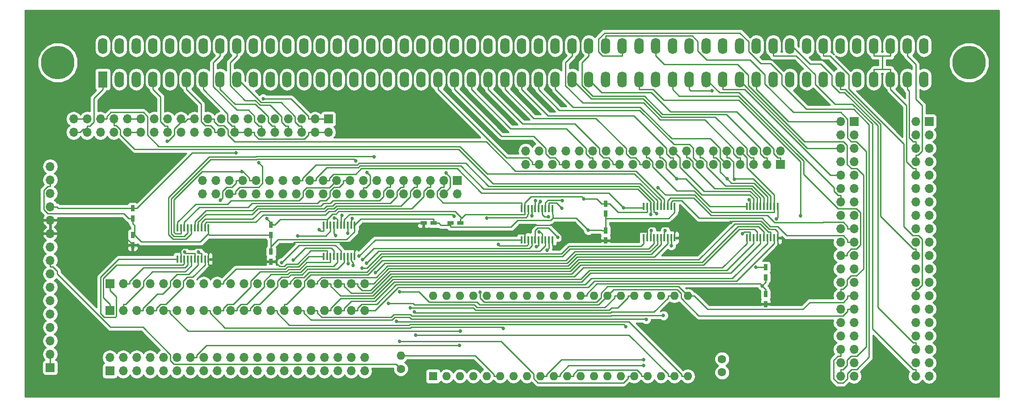
<source format=gbr>
G04 #@! TF.FileFunction,Copper,L1,Top,Signal*
%FSLAX46Y46*%
G04 Gerber Fmt 4.6, Leading zero omitted, Abs format (unit mm)*
G04 Created by KiCad (PCBNEW 4.0.7) date 01/03/18 18:17:07*
%MOMM*%
%LPD*%
G01*
G04 APERTURE LIST*
%ADD10C,0.100000*%
%ADD11R,1.700000X1.700000*%
%ADD12O,1.700000X1.700000*%
%ADD13R,0.450000X1.450000*%
%ADD14R,1.600000X1.600000*%
%ADD15O,1.600000X1.600000*%
%ADD16R,0.750000X1.200000*%
%ADD17R,1.200000X0.750000*%
%ADD18O,1.778000X3.048000*%
%ADD19R,1.778000X3.048000*%
%ADD20C,6.350000*%
%ADD21C,1.600000*%
%ADD22C,0.685800*%
%ADD23C,0.254000*%
G04 APERTURE END LIST*
D10*
D11*
X62103000Y-112903000D03*
D12*
X62103000Y-110363000D03*
X62103000Y-107823000D03*
X62103000Y-105283000D03*
X62103000Y-102743000D03*
X62103000Y-100203000D03*
X62103000Y-97663000D03*
X62103000Y-95123000D03*
X62103000Y-92583000D03*
X62103000Y-90043000D03*
X62103000Y-87503000D03*
X62103000Y-84963000D03*
X62103000Y-82423000D03*
X62103000Y-79883000D03*
X62103000Y-77343000D03*
X62103000Y-74803000D03*
D13*
X151380000Y-88675000D03*
X152030000Y-88675000D03*
X152680000Y-88675000D03*
X153330000Y-88675000D03*
X153980000Y-88675000D03*
X154630000Y-88675000D03*
X155280000Y-88675000D03*
X155930000Y-88675000D03*
X156580000Y-88675000D03*
X157230000Y-88675000D03*
X157230000Y-82775000D03*
X156580000Y-82775000D03*
X155930000Y-82775000D03*
X155280000Y-82775000D03*
X154630000Y-82775000D03*
X153980000Y-82775000D03*
X153330000Y-82775000D03*
X152680000Y-82775000D03*
X152030000Y-82775000D03*
X151380000Y-82775000D03*
X86229000Y-92358000D03*
X86879000Y-92358000D03*
X87529000Y-92358000D03*
X88179000Y-92358000D03*
X88829000Y-92358000D03*
X89479000Y-92358000D03*
X90129000Y-92358000D03*
X90779000Y-92358000D03*
X91429000Y-92358000D03*
X92079000Y-92358000D03*
X92079000Y-86458000D03*
X91429000Y-86458000D03*
X90779000Y-86458000D03*
X90129000Y-86458000D03*
X89479000Y-86458000D03*
X88829000Y-86458000D03*
X88179000Y-86458000D03*
X87529000Y-86458000D03*
X86879000Y-86458000D03*
X86229000Y-86458000D03*
X194052000Y-88294000D03*
X194702000Y-88294000D03*
X195352000Y-88294000D03*
X196002000Y-88294000D03*
X196652000Y-88294000D03*
X197302000Y-88294000D03*
X197952000Y-88294000D03*
X198602000Y-88294000D03*
X199252000Y-88294000D03*
X199902000Y-88294000D03*
X199902000Y-82394000D03*
X199252000Y-82394000D03*
X198602000Y-82394000D03*
X197952000Y-82394000D03*
X197302000Y-82394000D03*
X196652000Y-82394000D03*
X196002000Y-82394000D03*
X195352000Y-82394000D03*
X194702000Y-82394000D03*
X194052000Y-82394000D03*
X113915000Y-91850000D03*
X114565000Y-91850000D03*
X115215000Y-91850000D03*
X115865000Y-91850000D03*
X116515000Y-91850000D03*
X117165000Y-91850000D03*
X117815000Y-91850000D03*
X118465000Y-91850000D03*
X119115000Y-91850000D03*
X119765000Y-91850000D03*
X119765000Y-85950000D03*
X119115000Y-85950000D03*
X118465000Y-85950000D03*
X117815000Y-85950000D03*
X117165000Y-85950000D03*
X116515000Y-85950000D03*
X115865000Y-85950000D03*
X115215000Y-85950000D03*
X114565000Y-85950000D03*
X113915000Y-85950000D03*
X174557000Y-88294000D03*
X175207000Y-88294000D03*
X175857000Y-88294000D03*
X176507000Y-88294000D03*
X177157000Y-88294000D03*
X177807000Y-88294000D03*
X178457000Y-88294000D03*
X179107000Y-88294000D03*
X179757000Y-88294000D03*
X180407000Y-88294000D03*
X180407000Y-82394000D03*
X179757000Y-82394000D03*
X179107000Y-82394000D03*
X178457000Y-82394000D03*
X177807000Y-82394000D03*
X177157000Y-82394000D03*
X176507000Y-82394000D03*
X175857000Y-82394000D03*
X175207000Y-82394000D03*
X174557000Y-82394000D03*
D14*
X134620000Y-114554000D03*
D15*
X182880000Y-99314000D03*
X137160000Y-114554000D03*
X180340000Y-99314000D03*
X139700000Y-114554000D03*
X177800000Y-99314000D03*
X142240000Y-114554000D03*
X175260000Y-99314000D03*
X144780000Y-114554000D03*
X172720000Y-99314000D03*
X147320000Y-114554000D03*
X170180000Y-99314000D03*
X149860000Y-114554000D03*
X167640000Y-99314000D03*
X152400000Y-114554000D03*
X165100000Y-99314000D03*
X154940000Y-114554000D03*
X162560000Y-99314000D03*
X157480000Y-114554000D03*
X160020000Y-99314000D03*
X160020000Y-114554000D03*
X157480000Y-99314000D03*
X162560000Y-114554000D03*
X154940000Y-99314000D03*
X165100000Y-114554000D03*
X152400000Y-99314000D03*
X167640000Y-114554000D03*
X149860000Y-99314000D03*
X170180000Y-114554000D03*
X147320000Y-99314000D03*
X172720000Y-114554000D03*
X144780000Y-99314000D03*
X175260000Y-114554000D03*
X142240000Y-99314000D03*
X177800000Y-114554000D03*
X139700000Y-99314000D03*
X180340000Y-114554000D03*
X137160000Y-99314000D03*
X182880000Y-114554000D03*
X134620000Y-99314000D03*
D16*
X77724000Y-89723000D03*
X77724000Y-87823000D03*
D17*
X132844000Y-85534500D03*
X134744000Y-85534500D03*
D16*
X77724000Y-84643000D03*
X77724000Y-82743000D03*
D17*
X137924000Y-85534500D03*
X139824000Y-85534500D03*
D16*
X197612000Y-100899000D03*
X197612000Y-98999000D03*
X197612000Y-95819000D03*
X197612000Y-93919000D03*
X103950000Y-92834500D03*
X103950000Y-90934500D03*
X167322000Y-88834000D03*
X167322000Y-86934000D03*
X103950000Y-87754500D03*
X103950000Y-85854500D03*
X167322000Y-83754000D03*
X167322000Y-81854000D03*
D11*
X73406000Y-102108000D03*
D12*
X75946000Y-102108000D03*
X78486000Y-102108000D03*
X81026000Y-102108000D03*
X83566000Y-102108000D03*
X86106000Y-102108000D03*
X88646000Y-102108000D03*
X91186000Y-102108000D03*
X93726000Y-102108000D03*
X96266000Y-102108000D03*
X98806000Y-102108000D03*
X101346000Y-102108000D03*
X103886000Y-102108000D03*
X106426000Y-102108000D03*
X108966000Y-102108000D03*
X111506000Y-102108000D03*
X114046000Y-102108000D03*
X116586000Y-102108000D03*
X119126000Y-102108000D03*
X121666000Y-102108000D03*
D11*
X73406000Y-97028000D03*
D12*
X75946000Y-97028000D03*
X78486000Y-97028000D03*
X81026000Y-97028000D03*
X83566000Y-97028000D03*
X86106000Y-97028000D03*
X88646000Y-97028000D03*
X91186000Y-97028000D03*
X93726000Y-97028000D03*
X96266000Y-97028000D03*
X98806000Y-97028000D03*
X101346000Y-97028000D03*
X103886000Y-97028000D03*
X106426000Y-97028000D03*
X108966000Y-97028000D03*
X111506000Y-97028000D03*
X114046000Y-97028000D03*
X116586000Y-97028000D03*
X119126000Y-97028000D03*
X121666000Y-97028000D03*
D11*
X73406000Y-113538000D03*
D12*
X73406000Y-110998000D03*
X75946000Y-113538000D03*
X75946000Y-110998000D03*
X78486000Y-113538000D03*
X78486000Y-110998000D03*
X81026000Y-113538000D03*
X81026000Y-110998000D03*
X83566000Y-113538000D03*
X83566000Y-110998000D03*
X86106000Y-113538000D03*
X86106000Y-110998000D03*
X88646000Y-113538000D03*
X88646000Y-110998000D03*
X91186000Y-113538000D03*
X91186000Y-110998000D03*
X93726000Y-113538000D03*
X93726000Y-110998000D03*
X96266000Y-113538000D03*
X96266000Y-110998000D03*
X98806000Y-113538000D03*
X98806000Y-110998000D03*
X101346000Y-113538000D03*
X101346000Y-110998000D03*
X103886000Y-113538000D03*
X103886000Y-110998000D03*
X106426000Y-113538000D03*
X106426000Y-110998000D03*
X108966000Y-113538000D03*
X108966000Y-110998000D03*
X111506000Y-113538000D03*
X111506000Y-110998000D03*
X114046000Y-113538000D03*
X114046000Y-110998000D03*
X116586000Y-113538000D03*
X116586000Y-110998000D03*
X119126000Y-113538000D03*
X119126000Y-110998000D03*
X121666000Y-113538000D03*
X121666000Y-110998000D03*
D18*
X72067420Y-51948080D03*
D19*
X72067420Y-58298080D03*
D18*
X87942420Y-51948080D03*
X75242420Y-58298080D03*
X91117420Y-51948080D03*
X78417420Y-58298080D03*
X94292420Y-51948080D03*
X81592420Y-58298080D03*
X97467420Y-51948080D03*
X84767420Y-58298080D03*
X100642420Y-51948080D03*
X87942420Y-58298080D03*
X103817420Y-51948080D03*
X91117420Y-58298080D03*
X106992420Y-51948080D03*
X94292420Y-58298080D03*
X110167420Y-51948080D03*
X97467420Y-58298080D03*
X113342420Y-51948080D03*
X100642420Y-58298080D03*
X116517420Y-51948080D03*
X103817420Y-58298080D03*
X119692420Y-51948080D03*
X106992420Y-58298080D03*
X110167420Y-58298080D03*
X122867420Y-51948080D03*
X113342420Y-58298080D03*
X119692420Y-58298080D03*
X122867420Y-58298080D03*
X126042420Y-58298080D03*
X129217420Y-58298080D03*
X126042420Y-51948080D03*
X129217420Y-51948080D03*
X75242420Y-51948080D03*
X78417420Y-51948080D03*
X81592420Y-51948080D03*
X84767420Y-51948080D03*
X132392420Y-51948080D03*
X132392420Y-58298080D03*
X116517420Y-58298080D03*
X135567420Y-58298080D03*
X135567420Y-51948080D03*
X138742420Y-58298080D03*
X138742420Y-51948080D03*
X141917420Y-58298080D03*
X141917420Y-51948080D03*
X145092420Y-58298080D03*
X145092420Y-51948080D03*
X148267420Y-58298080D03*
X148267420Y-51948080D03*
X151442420Y-58298080D03*
X151442420Y-51948080D03*
X154617420Y-58298080D03*
X154617420Y-51948080D03*
X157792420Y-58298080D03*
X157792420Y-51948080D03*
X160967420Y-58298080D03*
X160967420Y-51948080D03*
X164142420Y-58298080D03*
X164142420Y-51948080D03*
X167317420Y-58298080D03*
X167317420Y-51948080D03*
X170492420Y-58298080D03*
X170492420Y-51948080D03*
X173667420Y-58298080D03*
X173667420Y-51948080D03*
X176842420Y-58298080D03*
X176842420Y-51948080D03*
X180017420Y-58298080D03*
X180017420Y-51948080D03*
X183192420Y-58298080D03*
X183192420Y-51948080D03*
X186367420Y-58298080D03*
X186367420Y-51948080D03*
X189542420Y-58298080D03*
X189542420Y-51948080D03*
X192717420Y-58298080D03*
X192717420Y-51948080D03*
X195892420Y-58298080D03*
X195892420Y-51948080D03*
X199067420Y-58298080D03*
X199067420Y-51948080D03*
X202242420Y-58298080D03*
X202242420Y-51948080D03*
X205417420Y-58298080D03*
X205417420Y-51948080D03*
X208592420Y-58298080D03*
X208592420Y-51948080D03*
X211767420Y-58298080D03*
X211767420Y-51948080D03*
X214942420Y-58298080D03*
X214942420Y-51948080D03*
X218117420Y-58298080D03*
X218117420Y-51948080D03*
X221292420Y-58298080D03*
X221292420Y-51948080D03*
X224467420Y-58298080D03*
X224467420Y-51948080D03*
X227642420Y-58298080D03*
X227642420Y-51948080D03*
D20*
X236151420Y-55123080D03*
X63558420Y-55123080D03*
D21*
X189357000Y-113792000D03*
X189357000Y-111292000D03*
X128524000Y-113157000D03*
D15*
X128524000Y-110617000D03*
D11*
X114808000Y-65786000D03*
D12*
X114808000Y-68326000D03*
X112268000Y-65786000D03*
X112268000Y-68326000D03*
X109728000Y-65786000D03*
X109728000Y-68326000D03*
X107188000Y-65786000D03*
X107188000Y-68326000D03*
X104648000Y-65786000D03*
X104648000Y-68326000D03*
X102108000Y-65786000D03*
X102108000Y-68326000D03*
X99568000Y-65786000D03*
X99568000Y-68326000D03*
X97028000Y-65786000D03*
X97028000Y-68326000D03*
X94488000Y-65786000D03*
X94488000Y-68326000D03*
X91948000Y-65786000D03*
X91948000Y-68326000D03*
X89408000Y-65786000D03*
X89408000Y-68326000D03*
X86868000Y-65786000D03*
X86868000Y-68326000D03*
X84328000Y-65786000D03*
X84328000Y-68326000D03*
X81788000Y-65786000D03*
X81788000Y-68326000D03*
X79248000Y-65786000D03*
X79248000Y-68326000D03*
X76708000Y-65786000D03*
X76708000Y-68326000D03*
X74168000Y-65786000D03*
X74168000Y-68326000D03*
X71628000Y-65786000D03*
X71628000Y-68326000D03*
X69088000Y-65786000D03*
X69088000Y-68326000D03*
X66548000Y-65786000D03*
X66548000Y-68326000D03*
D11*
X139192000Y-77470000D03*
D12*
X139192000Y-80010000D03*
X136652000Y-77470000D03*
X136652000Y-80010000D03*
X134112000Y-77470000D03*
X134112000Y-80010000D03*
X131572000Y-77470000D03*
X131572000Y-80010000D03*
X129032000Y-77470000D03*
X129032000Y-80010000D03*
X126492000Y-77470000D03*
X126492000Y-80010000D03*
X123952000Y-77470000D03*
X123952000Y-80010000D03*
X121412000Y-77470000D03*
X121412000Y-80010000D03*
X118872000Y-77470000D03*
X118872000Y-80010000D03*
X116332000Y-77470000D03*
X116332000Y-80010000D03*
X113792000Y-77470000D03*
X113792000Y-80010000D03*
X111252000Y-77470000D03*
X111252000Y-80010000D03*
X108712000Y-77470000D03*
X108712000Y-80010000D03*
X106172000Y-77470000D03*
X106172000Y-80010000D03*
X103632000Y-77470000D03*
X103632000Y-80010000D03*
X101092000Y-77470000D03*
X101092000Y-80010000D03*
X98552000Y-77470000D03*
X98552000Y-80010000D03*
X96012000Y-77470000D03*
X96012000Y-80010000D03*
X93472000Y-77470000D03*
X93472000Y-80010000D03*
X90932000Y-77470000D03*
X90932000Y-80010000D03*
D11*
X200423000Y-74410000D03*
D12*
X200423000Y-71870000D03*
X197883000Y-74410000D03*
X197883000Y-71870000D03*
X195343000Y-74410000D03*
X195343000Y-71870000D03*
X192803000Y-74410000D03*
X192803000Y-71870000D03*
X190263000Y-74410000D03*
X190263000Y-71870000D03*
X187723000Y-74410000D03*
X187723000Y-71870000D03*
X185183000Y-74410000D03*
X185183000Y-71870000D03*
X182643000Y-74410000D03*
X182643000Y-71870000D03*
X180103000Y-74410000D03*
X180103000Y-71870000D03*
X177563000Y-74410000D03*
X177563000Y-71870000D03*
X175023000Y-74410000D03*
X175023000Y-71870000D03*
X172483000Y-74410000D03*
X172483000Y-71870000D03*
X169943000Y-74410000D03*
X169943000Y-71870000D03*
X167403000Y-74410000D03*
X167403000Y-71870000D03*
X164863000Y-74410000D03*
X164863000Y-71870000D03*
X162323000Y-74410000D03*
X162323000Y-71870000D03*
X159783000Y-74410000D03*
X159783000Y-71870000D03*
X157243000Y-74410000D03*
X157243000Y-71870000D03*
X154703000Y-74410000D03*
X154703000Y-71870000D03*
X152163000Y-74410000D03*
X152163000Y-71870000D03*
D11*
X214364000Y-66277000D03*
D12*
X211824000Y-66277000D03*
X214364000Y-68817000D03*
X211824000Y-68817000D03*
X214364000Y-71357000D03*
X211824000Y-71357000D03*
X214364000Y-73897000D03*
X211824000Y-73897000D03*
X214364000Y-76437000D03*
X211824000Y-76437000D03*
X214364000Y-78977000D03*
X211824000Y-78977000D03*
X214364000Y-81517000D03*
X211824000Y-81517000D03*
X214364000Y-84057000D03*
X211824000Y-84057000D03*
X214364000Y-86597000D03*
X211824000Y-86597000D03*
X214364000Y-89137000D03*
X211824000Y-89137000D03*
X214364000Y-91677000D03*
X211824000Y-91677000D03*
X214364000Y-94217000D03*
X211824000Y-94217000D03*
X214364000Y-96757000D03*
X211824000Y-96757000D03*
X214364000Y-99297000D03*
X211824000Y-99297000D03*
X214364000Y-101837000D03*
X211824000Y-101837000D03*
X214364000Y-104377000D03*
X211824000Y-104377000D03*
X214364000Y-106917000D03*
X211824000Y-106917000D03*
X214364000Y-109457000D03*
X211824000Y-109457000D03*
X214364000Y-111997000D03*
X211824000Y-111997000D03*
X214364000Y-114537000D03*
X211824000Y-114537000D03*
D11*
X228588000Y-66277000D03*
D12*
X226048000Y-66277000D03*
X228588000Y-68817000D03*
X226048000Y-68817000D03*
X228588000Y-71357000D03*
X226048000Y-71357000D03*
X228588000Y-73897000D03*
X226048000Y-73897000D03*
X228588000Y-76437000D03*
X226048000Y-76437000D03*
X228588000Y-78977000D03*
X226048000Y-78977000D03*
X228588000Y-81517000D03*
X226048000Y-81517000D03*
X228588000Y-84057000D03*
X226048000Y-84057000D03*
X228588000Y-86597000D03*
X226048000Y-86597000D03*
X228588000Y-89137000D03*
X226048000Y-89137000D03*
X228588000Y-91677000D03*
X226048000Y-91677000D03*
X228588000Y-94217000D03*
X226048000Y-94217000D03*
X228588000Y-96757000D03*
X226048000Y-96757000D03*
X228588000Y-99297000D03*
X226048000Y-99297000D03*
X228588000Y-101837000D03*
X226048000Y-101837000D03*
X228588000Y-104377000D03*
X226048000Y-104377000D03*
X228588000Y-106917000D03*
X226048000Y-106917000D03*
X228588000Y-109457000D03*
X226048000Y-109457000D03*
X228588000Y-111997000D03*
X226048000Y-111997000D03*
X228588000Y-114537000D03*
X226048000Y-114537000D03*
D22*
X97302200Y-72212800D03*
X102432900Y-61928600D03*
X98436100Y-75800200D03*
X195773500Y-93912400D03*
X194465500Y-81058400D03*
X163218000Y-80925600D03*
X103168100Y-84663600D03*
X196986300Y-97409000D03*
X164051700Y-86892700D03*
X199684200Y-84702700D03*
X87558800Y-91028900D03*
X90234000Y-91006300D03*
X120594100Y-91786100D03*
X139822300Y-105982400D03*
X146978900Y-89563900D03*
X121272700Y-92437200D03*
X158272500Y-88187400D03*
X154173300Y-89997600D03*
X154748700Y-87194200D03*
X139677500Y-108704800D03*
X121997200Y-93148800D03*
X147941300Y-105499600D03*
X156225300Y-90624300D03*
X108145600Y-92526400D03*
X105960600Y-92995700D03*
X118541600Y-93181900D03*
X119497500Y-93577500D03*
X121215300Y-94049700D03*
X171151900Y-105131000D03*
X175984000Y-86915800D03*
X123729900Y-94902300D03*
X175012700Y-103781800D03*
X178605900Y-86954900D03*
X178283100Y-103041500D03*
X179757000Y-89790900D03*
X193215300Y-87509300D03*
X191019700Y-85407100D03*
X123482300Y-72974400D03*
X120010500Y-73736900D03*
X159042000Y-82736200D03*
X159081700Y-81245500D03*
X156489600Y-84303200D03*
X155009300Y-81434700D03*
X154007400Y-81244800D03*
X153330000Y-84153700D03*
X144780000Y-84596700D03*
X177244300Y-78767800D03*
X191705000Y-77224800D03*
X174516600Y-112527200D03*
X190320500Y-77149000D03*
X174538400Y-111401300D03*
X180812900Y-77116400D03*
X119344400Y-84614300D03*
X130317500Y-101578300D03*
X127671000Y-104122100D03*
X118465000Y-87412400D03*
X94387400Y-81181500D03*
X143510000Y-98603400D03*
X138659000Y-84241400D03*
X131107700Y-102386200D03*
X117382600Y-84089400D03*
X115934100Y-84527500D03*
X131304900Y-106747100D03*
X116209400Y-87879500D03*
X128292200Y-107923900D03*
X126189700Y-100780700D03*
X108997100Y-87943000D03*
X128330600Y-98578700D03*
X113038900Y-86769500D03*
X177009800Y-83735800D03*
X175857000Y-83899300D03*
X170691000Y-82580400D03*
X84234700Y-70001600D03*
X137075500Y-76020000D03*
X122086700Y-75959200D03*
X101607800Y-74101400D03*
X187459900Y-60432100D03*
X204212700Y-84163400D03*
D23*
X112268000Y-65786000D02*
X114808000Y-65786000D01*
X63654300Y-82743000D02*
X63334300Y-82423000D01*
X77724000Y-82743000D02*
X63654300Y-82743000D01*
X62103000Y-82423000D02*
X63334300Y-82423000D01*
X101092000Y-77470000D02*
X99860700Y-77470000D01*
X86879000Y-86458000D02*
X86879000Y-87564300D01*
X77724000Y-82743000D02*
X78480300Y-82743000D01*
X112268000Y-65786000D02*
X111036700Y-65786000D01*
X99860700Y-77030700D02*
X99860700Y-77470000D01*
X98630200Y-75800200D02*
X99860700Y-77030700D01*
X98436100Y-75800200D02*
X98630200Y-75800200D01*
X107689500Y-61928600D02*
X102432900Y-61928600D01*
X111036700Y-65275800D02*
X107689500Y-61928600D01*
X111036700Y-65786000D02*
X111036700Y-65275800D01*
X90857500Y-75800200D02*
X98436100Y-75800200D01*
X85569100Y-81088600D02*
X90857500Y-75800200D01*
X85569100Y-87289700D02*
X85569100Y-81088600D01*
X85843700Y-87564300D02*
X85569100Y-87289700D01*
X86879000Y-87564300D02*
X85843700Y-87564300D01*
X89010500Y-72212800D02*
X97302200Y-72212800D01*
X78480300Y-82743000D02*
X89010500Y-72212800D01*
X197612000Y-93919000D02*
X196855700Y-93919000D01*
X194702000Y-82394000D02*
X194702000Y-81287700D01*
X194694800Y-81287700D02*
X194702000Y-81287700D01*
X194465500Y-81058400D02*
X194694800Y-81287700D01*
X196849100Y-93912400D02*
X195773500Y-93912400D01*
X196855700Y-93919000D02*
X196849100Y-93912400D01*
X169724600Y-83500300D02*
X175207000Y-83500300D01*
X168078300Y-81854000D02*
X169724600Y-83500300D01*
X167322000Y-81854000D02*
X168078300Y-81854000D01*
X175207000Y-82394000D02*
X175207000Y-83500300D01*
X167322000Y-81854000D02*
X166565700Y-81854000D01*
X152030000Y-82775000D02*
X152030000Y-83881300D01*
X139824000Y-85534500D02*
X139824000Y-84778200D01*
X114565000Y-85950000D02*
X114565000Y-84843700D01*
X140048200Y-84554000D02*
X139824000Y-84778200D01*
X161201300Y-114186900D02*
X161201300Y-114554000D01*
X162015600Y-113372600D02*
X161201300Y-114186900D01*
X173266500Y-113372600D02*
X162015600Y-113372600D01*
X174078700Y-114184800D02*
X173266500Y-113372600D01*
X174078700Y-114554000D02*
X174078700Y-114184800D01*
X175260000Y-114554000D02*
X174078700Y-114554000D01*
X160020000Y-114554000D02*
X161201300Y-114554000D01*
X165637300Y-80925600D02*
X163218000Y-80925600D01*
X166565700Y-81854000D02*
X165637300Y-80925600D01*
X153178200Y-80520500D02*
X152030000Y-81668700D01*
X162812900Y-80520500D02*
X153178200Y-80520500D01*
X163218000Y-80925600D02*
X162812900Y-80520500D01*
X152030000Y-82775000D02*
X152030000Y-81668700D01*
X140729700Y-83872500D02*
X140048200Y-84554000D01*
X145763800Y-83872500D02*
X140729700Y-83872500D01*
X145772600Y-83881300D02*
X145763800Y-83872500D01*
X152030000Y-83881300D02*
X145772600Y-83881300D01*
X115615300Y-83793400D02*
X114565000Y-84843700D01*
X116264400Y-83793400D02*
X115615300Y-83793400D01*
X116718700Y-83339100D02*
X116264400Y-83793400D01*
X138833300Y-83339100D02*
X116718700Y-83339100D01*
X140048200Y-84554000D02*
X138833300Y-83339100D01*
X105717100Y-84843700D02*
X104706300Y-85854500D01*
X114565000Y-84843700D02*
X105717100Y-84843700D01*
X103950000Y-85854500D02*
X104328200Y-85854500D01*
X104328200Y-85854500D02*
X104706300Y-85854500D01*
X103168100Y-84694400D02*
X103168100Y-84663600D01*
X104328200Y-85854500D02*
X103168100Y-84694400D01*
X66548000Y-65786000D02*
X69088000Y-65786000D01*
X76049100Y-83724400D02*
X76967700Y-84643000D01*
X61633600Y-83724400D02*
X76049100Y-83724400D01*
X60871200Y-82962000D02*
X61633600Y-83724400D01*
X60871200Y-79344400D02*
X60871200Y-82962000D01*
X61641300Y-78574300D02*
X60871200Y-79344400D01*
X62103000Y-78574300D02*
X61641300Y-78574300D01*
X62103000Y-77343000D02*
X62103000Y-78574300D01*
X77724000Y-84643000D02*
X76967700Y-84643000D01*
X77724000Y-84643000D02*
X77724000Y-85624300D01*
X197612000Y-95819000D02*
X197612000Y-96800300D01*
X197595000Y-96800300D02*
X196986300Y-97409000D01*
X197612000Y-96800300D02*
X197595000Y-96800300D01*
X197595000Y-98017700D02*
X197612000Y-98017700D01*
X196986300Y-97409000D02*
X197595000Y-98017700D01*
X197612000Y-98999000D02*
X197612000Y-98017700D01*
X162560000Y-99314000D02*
X163741300Y-99314000D01*
X167322000Y-83754000D02*
X167322000Y-84552300D01*
X92079000Y-86458000D02*
X92079000Y-87564300D01*
X77724000Y-87823000D02*
X78102100Y-87823000D01*
X78102100Y-86002400D02*
X78102100Y-87823000D01*
X77724000Y-85624300D02*
X78102100Y-86002400D01*
X157230000Y-82775000D02*
X157230000Y-83881300D01*
X167322000Y-86934000D02*
X166565700Y-86934000D01*
X199902000Y-82394000D02*
X199902000Y-83500300D01*
X199902000Y-84484900D02*
X199684200Y-84702700D01*
X199902000Y-83500300D02*
X199902000Y-84484900D01*
X90550700Y-89092600D02*
X92079000Y-87564300D01*
X79371700Y-89092600D02*
X90550700Y-89092600D01*
X78102100Y-87823000D02*
X79371700Y-89092600D01*
X166524400Y-86892700D02*
X164051700Y-86892700D01*
X166565700Y-86934000D02*
X166524400Y-86892700D01*
X167322000Y-86934000D02*
X167322000Y-85952700D01*
X161762200Y-84603200D02*
X164051700Y-86892700D01*
X157340800Y-84603200D02*
X161762200Y-84603200D01*
X156916600Y-85027400D02*
X157340800Y-84603200D01*
X150657600Y-85027400D02*
X156916600Y-85027400D01*
X149394200Y-86290800D02*
X150657600Y-85027400D01*
X137924000Y-86290800D02*
X149394200Y-86290800D01*
X157340800Y-83992100D02*
X157230000Y-83881300D01*
X157340800Y-84603200D02*
X157340800Y-83992100D01*
X180407000Y-82394000D02*
X180407000Y-83500300D01*
X179266900Y-84640400D02*
X180407000Y-83500300D01*
X167357700Y-84640400D02*
X179266900Y-84640400D01*
X167357700Y-84588000D02*
X167357700Y-84640400D01*
X167322000Y-84552300D02*
X167357700Y-84588000D01*
X167357700Y-85917000D02*
X167322000Y-85952700D01*
X167357700Y-84640400D02*
X167357700Y-85917000D01*
X103950000Y-90934500D02*
X103950000Y-89953200D01*
X92269200Y-87754500D02*
X103950000Y-87754500D01*
X92079000Y-87564300D02*
X92269200Y-87754500D01*
X103950000Y-87754500D02*
X103950000Y-89953200D01*
X137924000Y-85534500D02*
X137924000Y-85912600D01*
X137924000Y-85912600D02*
X137924000Y-86290800D01*
X136103400Y-85912600D02*
X135725300Y-85534500D01*
X137924000Y-85912600D02*
X136103400Y-85912600D01*
X134744000Y-85534500D02*
X135725300Y-85534500D01*
X134744000Y-85534500D02*
X134744000Y-84778200D01*
X119765000Y-87151600D02*
X119765000Y-85950000D01*
X118249300Y-88667300D02*
X119765000Y-87151600D01*
X105235900Y-88667300D02*
X118249300Y-88667300D01*
X103950000Y-89953200D02*
X105235900Y-88667300D01*
X120936800Y-84778200D02*
X134744000Y-84778200D01*
X119765000Y-85950000D02*
X120936800Y-84778200D01*
X163741300Y-98944800D02*
X163741300Y-99314000D01*
X165638100Y-97048000D02*
X163741300Y-98944800D01*
X196625300Y-97048000D02*
X165638100Y-97048000D01*
X196986300Y-97409000D02*
X196625300Y-97048000D01*
X75065900Y-92358000D02*
X86229000Y-92358000D01*
X71650300Y-95773600D02*
X75065900Y-92358000D01*
X71650300Y-102650300D02*
X71650300Y-95773600D01*
X72339500Y-103339500D02*
X71650300Y-102650300D01*
X74421900Y-103339500D02*
X72339500Y-103339500D01*
X74637300Y-103124100D02*
X74421900Y-103339500D01*
X74637300Y-99490600D02*
X74637300Y-103124100D01*
X73406000Y-98259300D02*
X74637300Y-99490600D01*
X73406000Y-97028000D02*
X73406000Y-98259300D01*
X87529000Y-93197200D02*
X87529000Y-92358000D01*
X87261900Y-93464300D02*
X87529000Y-93197200D01*
X74717500Y-93464300D02*
X87261900Y-93464300D01*
X72174600Y-96007200D02*
X74717500Y-93464300D01*
X72174600Y-99645300D02*
X72174600Y-96007200D01*
X73406000Y-100876700D02*
X72174600Y-99645300D01*
X73406000Y-102108000D02*
X73406000Y-100876700D01*
X75946000Y-97028000D02*
X77177300Y-97028000D01*
X88179000Y-92358000D02*
X88179000Y-93464300D01*
X87670700Y-93972600D02*
X88179000Y-93464300D01*
X79771000Y-93972600D02*
X87670700Y-93972600D01*
X77177300Y-96566300D02*
X79771000Y-93972600D01*
X77177300Y-97028000D02*
X77177300Y-96566300D01*
X75946000Y-102108000D02*
X75946000Y-100876700D01*
X88829000Y-92358000D02*
X88829000Y-93464300D01*
X76407700Y-100876700D02*
X75946000Y-100876700D01*
X79756000Y-97528400D02*
X76407700Y-100876700D01*
X79756000Y-96472100D02*
X79756000Y-97528400D01*
X81484200Y-94743900D02*
X79756000Y-96472100D01*
X87685100Y-94743900D02*
X81484200Y-94743900D01*
X88829000Y-93600000D02*
X87685100Y-94743900D01*
X88829000Y-93464300D02*
X88829000Y-93600000D01*
X89479000Y-92358000D02*
X89479000Y-91251700D01*
X87781600Y-91251700D02*
X87558800Y-91028900D01*
X89479000Y-91251700D02*
X87781600Y-91251700D01*
X78486000Y-102108000D02*
X79717300Y-102108000D01*
X90129000Y-92358000D02*
X90129000Y-93464300D01*
X79717300Y-101646300D02*
X79717300Y-102108000D01*
X82440000Y-98923600D02*
X79717300Y-101646300D01*
X83442100Y-98923600D02*
X82440000Y-98923600D01*
X84874600Y-97491100D02*
X83442100Y-98923600D01*
X84874600Y-96510800D02*
X84874600Y-97491100D01*
X86133200Y-95252200D02*
X84874600Y-96510800D01*
X88341100Y-95252200D02*
X86133200Y-95252200D01*
X90129000Y-93464300D02*
X88341100Y-95252200D01*
X90779000Y-92358000D02*
X90779000Y-91251700D01*
X90479400Y-91251700D02*
X90234000Y-91006300D01*
X90779000Y-91251700D02*
X90479400Y-91251700D01*
X89132800Y-95760500D02*
X91429000Y-93464300D01*
X88102300Y-95760500D02*
X89132800Y-95760500D01*
X87337400Y-96525400D02*
X88102300Y-95760500D01*
X87337400Y-97567100D02*
X87337400Y-96525400D01*
X84027800Y-100876700D02*
X87337400Y-97567100D01*
X83026800Y-100876700D02*
X84027800Y-100876700D01*
X82257300Y-101646200D02*
X83026800Y-100876700D01*
X82257300Y-102108000D02*
X82257300Y-101646200D01*
X81026000Y-102108000D02*
X82257300Y-102108000D01*
X91429000Y-92358000D02*
X91429000Y-93464300D01*
X123705200Y-88675000D02*
X120594100Y-91786100D01*
X151380000Y-88675000D02*
X123705200Y-88675000D01*
X83566000Y-102108000D02*
X84797300Y-102108000D01*
X152680000Y-89514200D02*
X152680000Y-88675000D01*
X152412900Y-89781300D02*
X152680000Y-89514200D01*
X147196300Y-89781300D02*
X152412900Y-89781300D01*
X146978900Y-89563900D02*
X147196300Y-89781300D01*
X88210000Y-105982400D02*
X139822300Y-105982400D01*
X84797300Y-102569700D02*
X88210000Y-105982400D01*
X84797300Y-102108000D02*
X84797300Y-102569700D01*
X153330000Y-88675000D02*
X153330000Y-89781300D01*
X123420300Y-90289600D02*
X121272700Y-92437200D01*
X152821700Y-90289600D02*
X123420300Y-90289600D01*
X153330000Y-89781300D02*
X152821700Y-90289600D01*
X153980000Y-88675000D02*
X153980000Y-87568700D01*
X156522400Y-86437300D02*
X158272500Y-88187400D01*
X154481500Y-86437300D02*
X156522400Y-86437300D01*
X153980000Y-86938800D02*
X154481500Y-86437300D01*
X153980000Y-87568700D02*
X153980000Y-86938800D01*
X154389600Y-89781300D02*
X154173300Y-89997600D01*
X154630000Y-89781300D02*
X154389600Y-89781300D01*
X154630000Y-88675000D02*
X154630000Y-89781300D01*
X88646000Y-110998000D02*
X89877300Y-110998000D01*
X155280000Y-88675000D02*
X155280000Y-87568700D01*
X154905500Y-87194200D02*
X154748700Y-87194200D01*
X155280000Y-87568700D02*
X154905500Y-87194200D01*
X91714300Y-108704800D02*
X139677500Y-108704800D01*
X89877300Y-110541800D02*
X91714300Y-108704800D01*
X89877300Y-110998000D02*
X89877300Y-110541800D01*
X155930000Y-88675000D02*
X155930000Y-89781300D01*
X124306600Y-90839400D02*
X121997200Y-93148800D01*
X154871900Y-90839400D02*
X124306600Y-90839400D01*
X155930000Y-89781300D02*
X154871900Y-90839400D01*
X156580000Y-90269600D02*
X156580000Y-88675000D01*
X156225300Y-90624300D02*
X156580000Y-90269600D01*
X91186000Y-102108000D02*
X92417300Y-102108000D01*
X147699900Y-105258200D02*
X147941300Y-105499600D01*
X130470100Y-105258200D02*
X147699900Y-105258200D01*
X130367800Y-105360500D02*
X130470100Y-105258200D01*
X95232700Y-105360500D02*
X130367800Y-105360500D01*
X92417300Y-102545100D02*
X95232700Y-105360500D01*
X92417300Y-102108000D02*
X92417300Y-102545100D01*
X93726000Y-97028000D02*
X94957300Y-97028000D01*
X111089400Y-91850000D02*
X113915000Y-91850000D01*
X109180500Y-93758900D02*
X111089400Y-91850000D01*
X107091300Y-93758900D02*
X109180500Y-93758900D01*
X106622000Y-94228200D02*
X107091300Y-93758900D01*
X97295300Y-94228200D02*
X106622000Y-94228200D01*
X94957300Y-96566200D02*
X97295300Y-94228200D01*
X94957300Y-97028000D02*
X94957300Y-96566200D01*
X93726000Y-102108000D02*
X94957300Y-102108000D01*
X115215000Y-91850000D02*
X115215000Y-92956300D01*
X110701900Y-92956300D02*
X115215000Y-92956300D01*
X109391000Y-94267200D02*
X110701900Y-92956300D01*
X107301800Y-94267200D02*
X109391000Y-94267200D01*
X106832500Y-94736500D02*
X107301800Y-94267200D01*
X101878300Y-94736500D02*
X106832500Y-94736500D01*
X100076000Y-96538800D02*
X101878300Y-94736500D01*
X100076000Y-97571600D02*
X100076000Y-96538800D01*
X96770900Y-100876700D02*
X100076000Y-97571600D01*
X95726800Y-100876700D02*
X96770900Y-100876700D01*
X94957300Y-101646200D02*
X95726800Y-100876700D01*
X94957300Y-102108000D02*
X94957300Y-101646200D01*
X115865000Y-91850000D02*
X115865000Y-90743700D01*
X115339400Y-90218100D02*
X115865000Y-90743700D01*
X110453900Y-90218100D02*
X115339400Y-90218100D01*
X108145600Y-92526400D02*
X110453900Y-90218100D01*
X96266000Y-102108000D02*
X97497300Y-102108000D01*
X116515000Y-91850000D02*
X116515000Y-92956300D01*
X115767300Y-93704000D02*
X116515000Y-92956300D01*
X110673100Y-93704000D02*
X115767300Y-93704000D01*
X109601600Y-94775500D02*
X110673100Y-93704000D01*
X107512300Y-94775500D02*
X109601600Y-94775500D01*
X107043000Y-95244800D02*
X107512300Y-94775500D01*
X103927100Y-95244800D02*
X107043000Y-95244800D01*
X102616000Y-96555900D02*
X103927100Y-95244800D01*
X102616000Y-97563800D02*
X102616000Y-96555900D01*
X99303100Y-100876700D02*
X102616000Y-97563800D01*
X98266800Y-100876700D02*
X99303100Y-100876700D01*
X97497300Y-101646200D02*
X98266800Y-100876700D01*
X97497300Y-102108000D02*
X97497300Y-101646200D01*
X117165000Y-91850000D02*
X117165000Y-90743700D01*
X116131000Y-89709700D02*
X117165000Y-90743700D01*
X109246600Y-89709700D02*
X116131000Y-89709700D01*
X105960600Y-92995700D02*
X109246600Y-89709700D01*
X98806000Y-102108000D02*
X100037300Y-102108000D01*
X117815000Y-91850000D02*
X117815000Y-92956300D01*
X116558900Y-94212400D02*
X117815000Y-92956300D01*
X110883500Y-94212400D02*
X116558900Y-94212400D01*
X109812100Y-95283800D02*
X110883500Y-94212400D01*
X107722800Y-95283800D02*
X109812100Y-95283800D01*
X107253500Y-95753100D02*
X107722800Y-95283800D01*
X105932500Y-95753100D02*
X107253500Y-95753100D01*
X105156000Y-96529600D02*
X105932500Y-95753100D01*
X105156000Y-97528400D02*
X105156000Y-96529600D01*
X101807700Y-100876700D02*
X105156000Y-97528400D01*
X100806800Y-100876700D02*
X101807700Y-100876700D01*
X100037300Y-101646200D02*
X100806800Y-100876700D01*
X100037300Y-102108000D02*
X100037300Y-101646200D01*
X118465000Y-91850000D02*
X118465000Y-92956300D01*
X118465000Y-93105300D02*
X118541600Y-93181900D01*
X118465000Y-92956300D02*
X118465000Y-93105300D01*
X119497500Y-93071700D02*
X119497500Y-93577500D01*
X119115000Y-92689200D02*
X119497500Y-93071700D01*
X119115000Y-91850000D02*
X119115000Y-92689200D01*
X174557000Y-88294000D02*
X174557000Y-89400300D01*
X174025500Y-89931800D02*
X174557000Y-89400300D01*
X160377000Y-89931800D02*
X174025500Y-89931800D01*
X158937900Y-91370900D02*
X160377000Y-89931800D01*
X124799200Y-91370900D02*
X158937900Y-91370900D01*
X122120400Y-94049700D02*
X124799200Y-91370900D01*
X121215300Y-94049700D02*
X122120400Y-94049700D01*
X103886000Y-102108000D02*
X105117300Y-102108000D01*
X175857000Y-87042800D02*
X175984000Y-86915800D01*
X175857000Y-88294000D02*
X175857000Y-87042800D01*
X170770800Y-104749900D02*
X171151900Y-105131000D01*
X130259600Y-104749900D02*
X170770800Y-104749900D01*
X130157300Y-104852200D02*
X130259600Y-104749900D01*
X107420200Y-104852200D02*
X130157300Y-104852200D01*
X105117300Y-102549300D02*
X107420200Y-104852200D01*
X105117300Y-102108000D02*
X105117300Y-102549300D01*
X106426000Y-97028000D02*
X107657300Y-97028000D01*
X176507000Y-88294000D02*
X176507000Y-89400300D01*
X175467200Y-90440100D02*
X176507000Y-89400300D01*
X160587500Y-90440100D02*
X175467200Y-90440100D01*
X159148300Y-91879300D02*
X160587500Y-90440100D01*
X125009600Y-91879300D02*
X159148300Y-91879300D01*
X122115000Y-94773900D02*
X125009600Y-91879300D01*
X111220100Y-94773900D02*
X122115000Y-94773900D01*
X110201900Y-95792100D02*
X111220100Y-94773900D01*
X108447300Y-95792100D02*
X110201900Y-95792100D01*
X107657300Y-96582100D02*
X108447300Y-95792100D01*
X107657300Y-97028000D02*
X107657300Y-96582100D01*
X106426000Y-102108000D02*
X106426000Y-100876700D01*
X106887700Y-100876700D02*
X106426000Y-100876700D01*
X110236000Y-97528400D02*
X106887700Y-100876700D01*
X110236000Y-96477000D02*
X110236000Y-97528400D01*
X111428700Y-95284300D02*
X110236000Y-96477000D01*
X122323600Y-95284300D02*
X111428700Y-95284300D01*
X124966100Y-92641800D02*
X122323600Y-95284300D01*
X159823400Y-92641800D02*
X124966100Y-92641800D01*
X161516800Y-90948400D02*
X159823400Y-92641800D01*
X175741200Y-90948400D02*
X161516800Y-90948400D01*
X177157000Y-89532600D02*
X175741200Y-90948400D01*
X177157000Y-88294000D02*
X177157000Y-89532600D01*
X125482100Y-93150100D02*
X123729900Y-94902300D01*
X160033900Y-93150100D02*
X125482100Y-93150100D01*
X161727300Y-91456700D02*
X160033900Y-93150100D01*
X175951800Y-91456700D02*
X161727300Y-91456700D01*
X177807000Y-89601500D02*
X175951800Y-91456700D01*
X177807000Y-88294000D02*
X177807000Y-89601500D01*
X108966000Y-102108000D02*
X110197300Y-102108000D01*
X178457000Y-87103800D02*
X178457000Y-88294000D01*
X178605900Y-86954900D02*
X178457000Y-87103800D01*
X174964200Y-103733300D02*
X175012700Y-103781800D01*
X130471300Y-103733300D02*
X174964200Y-103733300D01*
X130135900Y-103397900D02*
X130471300Y-103733300D01*
X127371200Y-103397900D02*
X130135900Y-103397900D01*
X126890100Y-103879000D02*
X127371200Y-103397900D01*
X111506600Y-103879000D02*
X126890100Y-103879000D01*
X110197300Y-102569700D02*
X111506600Y-103879000D01*
X110197300Y-102108000D02*
X110197300Y-102569700D01*
X111506000Y-97028000D02*
X112737300Y-97028000D01*
X179107000Y-88294000D02*
X179107000Y-89400300D01*
X112737300Y-96592100D02*
X112737300Y-97028000D01*
X113536700Y-95792700D02*
X112737300Y-96592100D01*
X123863600Y-95792700D02*
X113536700Y-95792700D01*
X125997900Y-93658400D02*
X123863600Y-95792700D01*
X160244400Y-93658400D02*
X125997900Y-93658400D01*
X161937800Y-91965000D02*
X160244400Y-93658400D01*
X176542300Y-91965000D02*
X161937800Y-91965000D01*
X179107000Y-89400300D02*
X176542300Y-91965000D01*
X111506000Y-102108000D02*
X112737300Y-102108000D01*
X179757000Y-88294000D02*
X179757000Y-89790900D01*
X168442300Y-103041500D02*
X178283100Y-103041500D01*
X168366100Y-103117700D02*
X168442300Y-103041500D01*
X130574500Y-103117700D02*
X168366100Y-103117700D01*
X130346400Y-102889600D02*
X130574500Y-103117700D01*
X127160600Y-102889600D02*
X130346400Y-102889600D01*
X126679600Y-103370600D02*
X127160600Y-102889600D01*
X113538200Y-103370600D02*
X126679600Y-103370600D01*
X112737300Y-102569700D02*
X113538200Y-103370600D01*
X112737300Y-102108000D02*
X112737300Y-102569700D01*
X114046000Y-97028000D02*
X115277300Y-97028000D01*
X194052000Y-88294000D02*
X194052000Y-89400300D01*
X115277300Y-97489700D02*
X115277300Y-97028000D01*
X117119500Y-99331900D02*
X115277300Y-97489700D01*
X123199600Y-99331900D02*
X117119500Y-99331900D01*
X126839900Y-95691600D02*
X123199600Y-99331900D01*
X161440400Y-95691600D02*
X126839900Y-95691600D01*
X163133800Y-93998200D02*
X161440400Y-95691600D01*
X189454100Y-93998200D02*
X163133800Y-93998200D01*
X194052000Y-89400300D02*
X189454100Y-93998200D01*
X114046000Y-102108000D02*
X115277300Y-102108000D01*
X195352000Y-88294000D02*
X195352000Y-89400300D01*
X115277300Y-101646300D02*
X115277300Y-102108000D01*
X117083400Y-99840200D02*
X115277300Y-101646300D01*
X123410100Y-99840200D02*
X117083400Y-99840200D01*
X127050400Y-96199900D02*
X123410100Y-99840200D01*
X162580100Y-96199900D02*
X127050400Y-96199900D01*
X164273500Y-94506500D02*
X162580100Y-96199900D01*
X190245800Y-94506500D02*
X164273500Y-94506500D01*
X195352000Y-89400300D02*
X190245800Y-94506500D01*
X116586000Y-97028000D02*
X117817300Y-97028000D01*
X196002000Y-88294000D02*
X196002000Y-87187700D01*
X117817300Y-97489800D02*
X117817300Y-97028000D01*
X119151100Y-98823600D02*
X117817300Y-97489800D01*
X122989100Y-98823600D02*
X119151100Y-98823600D01*
X126629400Y-95183300D02*
X122989100Y-98823600D01*
X160876100Y-95183300D02*
X126629400Y-95183300D01*
X162569500Y-93489900D02*
X160876100Y-95183300D01*
X185832300Y-93489900D02*
X162569500Y-93489900D01*
X192643100Y-86679100D02*
X185832300Y-93489900D01*
X195493400Y-86679100D02*
X192643100Y-86679100D01*
X196002000Y-87187700D02*
X195493400Y-86679100D01*
X116586000Y-102108000D02*
X117817300Y-102108000D01*
X196652000Y-88294000D02*
X196652000Y-89400300D01*
X117817300Y-101646300D02*
X117817300Y-102108000D01*
X119115100Y-100348500D02*
X117817300Y-101646300D01*
X123620600Y-100348500D02*
X119115100Y-100348500D01*
X127260900Y-96708200D02*
X123620600Y-100348500D01*
X162790600Y-96708200D02*
X127260900Y-96708200D01*
X164484000Y-95014800D02*
X162790600Y-96708200D01*
X191037500Y-95014800D02*
X164484000Y-95014800D01*
X196652000Y-89400300D02*
X191037500Y-95014800D01*
X119126000Y-97028000D02*
X120357300Y-97028000D01*
X197302000Y-88294000D02*
X197302000Y-87187700D01*
X120357300Y-97470200D02*
X120357300Y-97028000D01*
X121188100Y-98301000D02*
X120357300Y-97470200D01*
X122792900Y-98301000D02*
X121188100Y-98301000D01*
X126418900Y-94675000D02*
X122792900Y-98301000D01*
X160665400Y-94675000D02*
X126418900Y-94675000D01*
X162358800Y-92981600D02*
X160665400Y-94675000D01*
X185596800Y-92981600D02*
X162358800Y-92981600D01*
X192407600Y-86170800D02*
X185596800Y-92981600D01*
X196285100Y-86170800D02*
X192407600Y-86170800D01*
X197302000Y-87187700D02*
X196285100Y-86170800D01*
X119126000Y-102108000D02*
X120357300Y-102108000D01*
X197952000Y-88294000D02*
X197952000Y-89400300D01*
X120357300Y-101646200D02*
X120357300Y-102108000D01*
X121126800Y-100876700D02*
X120357300Y-101646200D01*
X123991000Y-100876700D02*
X121126800Y-100876700D01*
X127651100Y-97216600D02*
X123991000Y-100876700D01*
X163465800Y-97216600D02*
X127651100Y-97216600D01*
X164651100Y-96031300D02*
X163465800Y-97216600D01*
X191321000Y-96031300D02*
X164651100Y-96031300D01*
X197952000Y-89400300D02*
X191321000Y-96031300D01*
X198602000Y-88294000D02*
X198602000Y-87187700D01*
X121666000Y-97028000D02*
X122897300Y-97028000D01*
X123347100Y-97028000D02*
X122897300Y-97028000D01*
X126208400Y-94166700D02*
X123347100Y-97028000D01*
X160454900Y-94166700D02*
X126208400Y-94166700D01*
X162148300Y-92473300D02*
X160454900Y-94166700D01*
X184977900Y-92473300D02*
X162148300Y-92473300D01*
X191788700Y-85662500D02*
X184977900Y-92473300D01*
X196591700Y-85662500D02*
X191788700Y-85662500D01*
X198116900Y-87187700D02*
X196591700Y-85662500D01*
X198602000Y-87187700D02*
X198116900Y-87187700D01*
X199252000Y-88294000D02*
X199252000Y-89400300D01*
X123658200Y-102108000D02*
X121666000Y-102108000D01*
X128041200Y-97725000D02*
X123658200Y-102108000D01*
X164035500Y-97725000D02*
X128041200Y-97725000D01*
X165220800Y-96539700D02*
X164035500Y-97725000D01*
X192112600Y-96539700D02*
X165220800Y-96539700D01*
X199252000Y-89400300D02*
X192112600Y-96539700D01*
X62613200Y-93814300D02*
X62103000Y-93814300D01*
X63411600Y-94612700D02*
X62613200Y-93814300D01*
X63411600Y-95134200D02*
X63411600Y-94612700D01*
X73539500Y-105262100D02*
X63411600Y-95134200D01*
X79664300Y-105262100D02*
X73539500Y-105262100D01*
X84836000Y-110433800D02*
X79664300Y-105262100D01*
X84836000Y-111545700D02*
X84836000Y-110433800D01*
X85519700Y-112229400D02*
X84836000Y-111545700D01*
X127596400Y-112229400D02*
X85519700Y-112229400D01*
X128524000Y-113157000D02*
X127596400Y-112229400D01*
X62103000Y-92583000D02*
X62103000Y-93814300D01*
X197612000Y-100899000D02*
X198368300Y-100899000D01*
X86879000Y-92358000D02*
X86879000Y-91378800D01*
X180407000Y-88294000D02*
X180407000Y-87187700D01*
X199902000Y-99365300D02*
X199902000Y-88294000D01*
X198368300Y-100899000D02*
X199902000Y-99365300D01*
X199902000Y-88294000D02*
X199902000Y-87187700D01*
X175207000Y-88294000D02*
X175207000Y-87187700D01*
X194702000Y-88294000D02*
X194702000Y-87187700D01*
X92079000Y-92358000D02*
X92079000Y-91251700D01*
X79457400Y-90700100D02*
X78480300Y-89723000D01*
X86806900Y-90700100D02*
X79457400Y-90700100D01*
X86806900Y-91306700D02*
X86879000Y-91378800D01*
X86806900Y-90700100D02*
X86806900Y-91306700D01*
X78102200Y-89723000D02*
X77879000Y-89723000D01*
X77724000Y-89723000D02*
X77879000Y-89723000D01*
X78102200Y-89723000D02*
X78480300Y-89723000D01*
X75659000Y-87503000D02*
X62103000Y-87503000D01*
X77879000Y-89723000D02*
X75659000Y-87503000D01*
X92079000Y-92358000D02*
X92079000Y-93464300D01*
X102563900Y-93464300D02*
X92079000Y-93464300D01*
X103193700Y-92834500D02*
X102563900Y-93464300D01*
X119765000Y-91850000D02*
X119765000Y-90743700D01*
X103950000Y-92834500D02*
X103193700Y-92834500D01*
X114565000Y-91850000D02*
X114565000Y-90743700D01*
X91062200Y-90234900D02*
X92079000Y-91251700D01*
X87272100Y-90234900D02*
X91062200Y-90234900D01*
X86806900Y-90700100D02*
X87272100Y-90234900D01*
X182187600Y-85407100D02*
X191019700Y-85407100D01*
X180407000Y-87187700D02*
X182187600Y-85407100D01*
X169724600Y-87187700D02*
X175207000Y-87187700D01*
X168078300Y-88834000D02*
X169724600Y-87187700D01*
X111476900Y-90743700D02*
X114565000Y-90743700D01*
X108970000Y-93250600D02*
X111476900Y-90743700D01*
X106880700Y-93250600D02*
X108970000Y-93250600D01*
X106411400Y-93719900D02*
X106880700Y-93250600D01*
X105591700Y-93719900D02*
X106411400Y-93719900D01*
X104706300Y-92834500D02*
X105591700Y-93719900D01*
X167657400Y-88834000D02*
X168078300Y-88834000D01*
X167657400Y-88834000D02*
X167322000Y-88834000D01*
X167322000Y-88834000D02*
X166565700Y-88834000D01*
X193536900Y-87187700D02*
X193215300Y-87509300D01*
X194702000Y-87187700D02*
X193536900Y-87187700D01*
X157230000Y-88675000D02*
X157230000Y-89781300D01*
X179406100Y-86186800D02*
X180407000Y-87187700D01*
X175643600Y-86186800D02*
X179406100Y-86186800D01*
X175207000Y-86623400D02*
X175643600Y-86186800D01*
X175207000Y-87187700D02*
X175207000Y-86623400D01*
X103950000Y-92834500D02*
X104706300Y-92834500D01*
X119765000Y-90743700D02*
X119765000Y-90086700D01*
X108365200Y-89175600D02*
X104706300Y-92834500D01*
X118853900Y-89175600D02*
X108365200Y-89175600D01*
X119765000Y-90086700D02*
X118853900Y-89175600D01*
X191272600Y-85154200D02*
X191019700Y-85407100D01*
X196802200Y-85154200D02*
X191272600Y-85154200D01*
X198309300Y-86661300D02*
X196802200Y-85154200D01*
X199375600Y-86661300D02*
X198309300Y-86661300D01*
X199902000Y-87187700D02*
X199375600Y-86661300D01*
X152030000Y-88675000D02*
X152030000Y-87568700D01*
X153673000Y-85925700D02*
X152030000Y-87568700D01*
X157090000Y-85925700D02*
X153673000Y-85925700D01*
X158998500Y-87834200D02*
X157090000Y-85925700D01*
X158998500Y-88834000D02*
X158998500Y-87834200D01*
X158051200Y-89781300D02*
X158998500Y-88834000D01*
X157230000Y-89781300D02*
X158051200Y-89781300D01*
X158998500Y-88834000D02*
X166565700Y-88834000D01*
X124317200Y-85534500D02*
X132844000Y-85534500D01*
X119765000Y-90086700D02*
X124317200Y-85534500D01*
X134121900Y-87568700D02*
X152030000Y-87568700D01*
X132844000Y-86290800D02*
X134121900Y-87568700D01*
X132844000Y-85534500D02*
X132844000Y-86290800D01*
X134112000Y-77470000D02*
X134112000Y-78701300D01*
X91429000Y-85574500D02*
X91429000Y-86458000D01*
X91699400Y-85304100D02*
X91429000Y-85574500D01*
X101067900Y-85304100D02*
X91699400Y-85304100D01*
X102432600Y-83939400D02*
X101067900Y-85304100D01*
X114241900Y-83939400D02*
X102432600Y-83939400D01*
X114896200Y-83285100D02*
X114241900Y-83939400D01*
X116053900Y-83285100D02*
X114896200Y-83285100D01*
X116562100Y-82776900D02*
X116053900Y-83285100D01*
X130581000Y-82776900D02*
X116562100Y-82776900D01*
X132880700Y-80477200D02*
X130581000Y-82776900D01*
X132880700Y-79470800D02*
X132880700Y-80477200D01*
X133650200Y-78701300D02*
X132880700Y-79470800D01*
X134112000Y-78701300D02*
X133650200Y-78701300D01*
X131572000Y-77470000D02*
X131572000Y-78701300D01*
X131110200Y-78701300D02*
X131572000Y-78701300D01*
X130340700Y-79470800D02*
X131110200Y-78701300D01*
X130340700Y-80472700D02*
X130340700Y-79470800D01*
X128544900Y-82268500D02*
X130340700Y-80472700D01*
X116351700Y-82268500D02*
X128544900Y-82268500D01*
X115843400Y-82776800D02*
X116351700Y-82268500D01*
X114685700Y-82776800D02*
X115843400Y-82776800D01*
X114188000Y-83274500D02*
X114685700Y-82776800D01*
X101949300Y-83274500D02*
X114188000Y-83274500D01*
X100445400Y-84778400D02*
X101949300Y-83274500D01*
X91445200Y-84778400D02*
X100445400Y-84778400D01*
X90779000Y-85444600D02*
X91445200Y-84778400D01*
X90779000Y-86458000D02*
X90779000Y-85444600D01*
X129032000Y-77470000D02*
X129032000Y-78701300D01*
X90129000Y-86458000D02*
X90129000Y-85351700D01*
X128570200Y-78701300D02*
X129032000Y-78701300D01*
X127800700Y-79470800D02*
X128570200Y-78701300D01*
X127800700Y-80485400D02*
X127800700Y-79470800D01*
X126525900Y-81760200D02*
X127800700Y-80485400D01*
X116141100Y-81760200D02*
X126525900Y-81760200D01*
X115632800Y-82268500D02*
X116141100Y-81760200D01*
X114475200Y-82268500D02*
X115632800Y-82268500D01*
X113977500Y-82766200D02*
X114475200Y-82268500D01*
X101496700Y-82766200D02*
X113977500Y-82766200D01*
X100387000Y-83875900D02*
X101496700Y-82766200D01*
X91604800Y-83875900D02*
X100387000Y-83875900D01*
X90129000Y-85351700D02*
X91604800Y-83875900D01*
X89479000Y-85271900D02*
X89479000Y-86458000D01*
X91637400Y-83113500D02*
X89479000Y-85271900D01*
X100430600Y-83113500D02*
X91637400Y-83113500D01*
X101286200Y-82257900D02*
X100430600Y-83113500D01*
X113407600Y-82257900D02*
X101286200Y-82257900D01*
X113905300Y-81760200D02*
X113407600Y-82257900D01*
X115168400Y-81760200D02*
X113905300Y-81760200D01*
X115687200Y-81241400D02*
X115168400Y-81760200D01*
X124518500Y-81241400D02*
X115687200Y-81241400D01*
X125260700Y-80499200D02*
X124518500Y-81241400D01*
X125260700Y-79470800D02*
X125260700Y-80499200D01*
X126030200Y-78701300D02*
X125260700Y-79470800D01*
X126492000Y-78701300D02*
X126030200Y-78701300D01*
X126492000Y-77470000D02*
X126492000Y-78701300D01*
X88829000Y-86458000D02*
X88829000Y-87564300D01*
X87809000Y-88584300D02*
X88829000Y-87564300D01*
X85370300Y-88584300D02*
X87809000Y-88584300D01*
X84509800Y-87723800D02*
X85370300Y-88584300D01*
X84509800Y-80695900D02*
X84509800Y-87723800D01*
X92267100Y-72938600D02*
X84509800Y-80695900D01*
X101027700Y-72938600D02*
X92267100Y-72938600D01*
X101097400Y-72868900D02*
X101027700Y-72938600D01*
X123376800Y-72868900D02*
X101097400Y-72868900D01*
X123482300Y-72974400D02*
X123376800Y-72868900D01*
X88179000Y-87379000D02*
X88179000Y-86458000D01*
X87482000Y-88076000D02*
X88179000Y-87379000D01*
X85580800Y-88076000D02*
X87482000Y-88076000D01*
X85018100Y-87513300D02*
X85580800Y-88076000D01*
X85018100Y-80906400D02*
X85018100Y-87513300D01*
X92477600Y-73446900D02*
X85018100Y-80906400D01*
X101238200Y-73446900D02*
X92477600Y-73446900D01*
X101307900Y-73377200D02*
X101238200Y-73446900D01*
X119650800Y-73377200D02*
X101307900Y-73377200D01*
X120010500Y-73736900D02*
X119650800Y-73377200D01*
X118872000Y-77470000D02*
X117640700Y-77470000D01*
X87529000Y-86458000D02*
X87529000Y-85351700D01*
X90334500Y-82546200D02*
X87529000Y-85351700D01*
X99560400Y-82546200D02*
X90334500Y-82546200D01*
X100357000Y-81749600D02*
X99560400Y-82546200D01*
X112732100Y-81749600D02*
X100357000Y-81749600D01*
X113229800Y-81251900D02*
X112732100Y-81749600D01*
X114293000Y-81251900D02*
X113229800Y-81251900D01*
X115062000Y-80482900D02*
X114293000Y-81251900D01*
X115062000Y-79498800D02*
X115062000Y-80482900D01*
X115859500Y-78701300D02*
X115062000Y-79498800D01*
X116871200Y-78701300D02*
X115859500Y-78701300D01*
X117640700Y-77931800D02*
X116871200Y-78701300D01*
X117640700Y-77470000D02*
X117640700Y-77931800D01*
X86229000Y-86458000D02*
X86229000Y-85351700D01*
X89660600Y-81920100D02*
X86229000Y-85351700D01*
X95709300Y-81920100D02*
X89660600Y-81920100D01*
X96388100Y-81241300D02*
X95709300Y-81920100D01*
X109251300Y-81241300D02*
X96388100Y-81241300D01*
X109982000Y-80510600D02*
X109251300Y-81241300D01*
X109982000Y-79462300D02*
X109982000Y-80510600D01*
X110665700Y-78778600D02*
X109982000Y-79462300D01*
X115023400Y-78778600D02*
X110665700Y-78778600D01*
X116332000Y-77470000D02*
X115023400Y-78778600D01*
X156580000Y-82775000D02*
X156580000Y-81668700D01*
X157974500Y-81668700D02*
X156580000Y-81668700D01*
X159042000Y-82736200D02*
X157974500Y-81668700D01*
X155930000Y-81594400D02*
X155930000Y-82775000D01*
X156367200Y-81157200D02*
X155930000Y-81594400D01*
X158993400Y-81157200D02*
X156367200Y-81157200D01*
X159081700Y-81245500D02*
X158993400Y-81157200D01*
X155280000Y-82775000D02*
X155280000Y-83881300D01*
X155701900Y-84303200D02*
X156489600Y-84303200D01*
X155280000Y-83881300D02*
X155701900Y-84303200D01*
X154630000Y-82775000D02*
X154630000Y-81668700D01*
X154775300Y-81668700D02*
X154630000Y-81668700D01*
X155009300Y-81434700D02*
X154775300Y-81668700D01*
X153980000Y-81272200D02*
X154007400Y-81244800D01*
X153980000Y-82775000D02*
X153980000Y-81272200D01*
X153330000Y-82775000D02*
X153330000Y-84153700D01*
X144922400Y-84454300D02*
X144780000Y-84596700D01*
X152222100Y-84454300D02*
X144922400Y-84454300D01*
X152538400Y-84138000D02*
X152222100Y-84454300D01*
X152538400Y-83921100D02*
X152538400Y-84138000D01*
X152680000Y-83779500D02*
X152538400Y-83921100D01*
X152680000Y-82775000D02*
X152680000Y-83779500D01*
X136547600Y-81668700D02*
X151380000Y-81668700D01*
X135382000Y-80503100D02*
X136547600Y-81668700D01*
X135382000Y-79509600D02*
X135382000Y-80503100D01*
X136190300Y-78701300D02*
X135382000Y-79509600D01*
X136652000Y-78701300D02*
X136190300Y-78701300D01*
X136652000Y-77470000D02*
X136652000Y-78701300D01*
X151380000Y-82775000D02*
X151380000Y-81668700D01*
X178682100Y-80205600D02*
X177244300Y-78767800D01*
X184137700Y-80205600D02*
X178682100Y-80205600D01*
X187432400Y-83500300D02*
X184137700Y-80205600D01*
X199252000Y-83500300D02*
X187432400Y-83500300D01*
X199252000Y-82394000D02*
X199252000Y-83500300D01*
X194073000Y-73140000D02*
X192803000Y-71870000D01*
X194073000Y-74960100D02*
X194073000Y-73140000D01*
X199252000Y-80139100D02*
X194073000Y-74960100D01*
X199252000Y-82394000D02*
X199252000Y-80139100D01*
X190263000Y-71870000D02*
X190263000Y-73101300D01*
X158661300Y-114186900D02*
X158661300Y-114554000D01*
X160321000Y-112527200D02*
X158661300Y-114186900D01*
X174516600Y-112527200D02*
X160321000Y-112527200D01*
X157480000Y-114554000D02*
X158661300Y-114554000D01*
X195289100Y-77137400D02*
X191792400Y-77137400D01*
X198602000Y-80450300D02*
X195289100Y-77137400D01*
X198602000Y-82394000D02*
X198602000Y-80450300D01*
X191528700Y-76873700D02*
X191792400Y-77137400D01*
X191528700Y-73905200D02*
X191528700Y-76873700D01*
X190724800Y-73101300D02*
X191528700Y-73905200D01*
X190263000Y-73101300D02*
X190724800Y-73101300D01*
X191792400Y-77137400D02*
X191705000Y-77224800D01*
X187723000Y-71870000D02*
X187723000Y-73101300D01*
X156121300Y-114186900D02*
X156121300Y-114554000D01*
X158906900Y-111401300D02*
X156121300Y-114186900D01*
X174538400Y-111401300D02*
X158906900Y-111401300D01*
X154940000Y-114554000D02*
X156121300Y-114554000D01*
X188993000Y-75821500D02*
X190320500Y-77149000D01*
X188993000Y-73859000D02*
X188993000Y-75821500D01*
X188235300Y-73101300D02*
X188993000Y-73859000D01*
X187723000Y-73101300D02*
X188235300Y-73101300D01*
X197952000Y-80519300D02*
X197952000Y-82394000D01*
X195410800Y-77978100D02*
X197952000Y-80519300D01*
X191149600Y-77978100D02*
X195410800Y-77978100D01*
X190320500Y-77149000D02*
X191149600Y-77978100D01*
X185183000Y-71870000D02*
X185183000Y-73101300D01*
X197302000Y-82394000D02*
X197302000Y-81287700D01*
X197302000Y-80658800D02*
X197302000Y-81287700D01*
X195129600Y-78486400D02*
X197302000Y-80658800D01*
X190026700Y-78486400D02*
X195129600Y-78486400D01*
X186453000Y-74912700D02*
X190026700Y-78486400D01*
X186453000Y-73909600D02*
X186453000Y-74912700D01*
X185644700Y-73101300D02*
X186453000Y-73909600D01*
X185183000Y-73101300D02*
X185644700Y-73101300D01*
X182643000Y-71870000D02*
X182643000Y-73101300D01*
X196652000Y-80727600D02*
X196652000Y-82394000D01*
X194919100Y-78994700D02*
X196652000Y-80727600D01*
X188024600Y-78994700D02*
X194919100Y-78994700D01*
X183874300Y-74844400D02*
X188024600Y-78994700D01*
X183874300Y-73870800D02*
X183874300Y-74844400D01*
X183104800Y-73101300D02*
X183874300Y-73870800D01*
X182643000Y-73101300D02*
X183104800Y-73101300D01*
X196002000Y-80796600D02*
X196002000Y-82394000D01*
X194708400Y-79503000D02*
X196002000Y-80796600D01*
X185973900Y-79503000D02*
X194708400Y-79503000D01*
X181373000Y-74902100D02*
X185973900Y-79503000D01*
X181373000Y-73140000D02*
X181373000Y-74902100D01*
X180103000Y-71870000D02*
X181373000Y-73140000D01*
X177563000Y-71870000D02*
X177563000Y-73101300D01*
X182486500Y-77116400D02*
X180812900Y-77116400D01*
X185516700Y-80146600D02*
X182486500Y-77116400D01*
X194633000Y-80146600D02*
X185516700Y-80146600D01*
X195352000Y-80865600D02*
X194633000Y-80146600D01*
X195352000Y-82394000D02*
X195352000Y-80865600D01*
X178794300Y-75097800D02*
X180812900Y-77116400D01*
X178794300Y-73870800D02*
X178794300Y-75097800D01*
X178024800Y-73101300D02*
X178794300Y-73870800D01*
X177563000Y-73101300D02*
X178024800Y-73101300D01*
X175023000Y-71870000D02*
X175023000Y-73101300D01*
X175484800Y-73101300D02*
X175023000Y-73101300D01*
X176254300Y-73870800D02*
X175484800Y-73101300D01*
X176254300Y-74844900D02*
X176254300Y-73870800D01*
X180827700Y-79418300D02*
X176254300Y-74844900D01*
X184069400Y-79418300D02*
X180827700Y-79418300D01*
X187045100Y-82394000D02*
X184069400Y-79418300D01*
X194052000Y-82394000D02*
X187045100Y-82394000D01*
X119115000Y-85950000D02*
X119115000Y-84843700D01*
X119344400Y-84614300D02*
X119115000Y-84843700D01*
X172720000Y-99314000D02*
X171538700Y-99314000D01*
X142256000Y-101578300D02*
X130317500Y-101578300D01*
X142712900Y-102035200D02*
X142256000Y-101578300D01*
X168011000Y-102035200D02*
X142712900Y-102035200D01*
X168468000Y-101578200D02*
X168011000Y-102035200D01*
X169586500Y-101578200D02*
X168468000Y-101578200D01*
X171538700Y-99626000D02*
X169586500Y-101578200D01*
X171538700Y-99314000D02*
X171538700Y-99626000D01*
X182880000Y-114554000D02*
X181698700Y-114554000D01*
X98552000Y-77470000D02*
X97320700Y-77470000D01*
X94780600Y-80788300D02*
X94387400Y-81181500D01*
X94780600Y-79478600D02*
X94780600Y-80788300D01*
X95557900Y-78701300D02*
X94780600Y-79478600D01*
X96551200Y-78701300D02*
X95557900Y-78701300D01*
X97320700Y-77931800D02*
X96551200Y-78701300D01*
X97320700Y-77470000D02*
X97320700Y-77931800D01*
X181698700Y-114186900D02*
X181698700Y-114554000D01*
X171753400Y-104241600D02*
X181698700Y-114186900D01*
X127790500Y-104241600D02*
X171753400Y-104241600D01*
X127671000Y-104122100D02*
X127790500Y-104241600D01*
X118465000Y-85950000D02*
X118465000Y-87412400D01*
X118799400Y-83859300D02*
X117815000Y-84843700D01*
X138276900Y-83859300D02*
X118799400Y-83859300D01*
X138659000Y-84241400D02*
X138276900Y-83859300D01*
X117815000Y-85950000D02*
X117815000Y-84843700D01*
X186627700Y-101880400D02*
X184061300Y-99314000D01*
X204695200Y-101880400D02*
X186627700Y-101880400D01*
X206047300Y-100528300D02*
X204695200Y-101880400D01*
X212363200Y-100528300D02*
X206047300Y-100528300D01*
X213132700Y-99758800D02*
X212363200Y-100528300D01*
X213132700Y-99297000D02*
X213132700Y-99758800D01*
X214364000Y-99297000D02*
X213132700Y-99297000D01*
X182880000Y-99314000D02*
X184061300Y-99314000D01*
X143510000Y-99715700D02*
X143510000Y-98603400D01*
X144294300Y-100500000D02*
X143510000Y-99715700D01*
X165621900Y-100500000D02*
X144294300Y-100500000D01*
X166458700Y-99663200D02*
X165621900Y-100500000D01*
X166458700Y-98773300D02*
X166458700Y-99663200D01*
X167675700Y-97556300D02*
X166458700Y-98773300D01*
X181122300Y-97556300D02*
X167675700Y-97556300D01*
X182880000Y-99314000D02*
X181122300Y-97556300D01*
X180340000Y-99314000D02*
X179158700Y-99314000D01*
X179158700Y-99681100D02*
X179158700Y-99314000D01*
X176506000Y-102333800D02*
X179158700Y-99681100D01*
X168431200Y-102333800D02*
X176506000Y-102333800D01*
X168221500Y-102543500D02*
X168431200Y-102333800D01*
X131265000Y-102543500D02*
X168221500Y-102543500D01*
X131107700Y-102386200D02*
X131265000Y-102543500D01*
X117165000Y-84307000D02*
X117382600Y-84089400D01*
X117165000Y-85950000D02*
X117165000Y-84307000D01*
X116515000Y-85950000D02*
X116515000Y-84843700D01*
X180340000Y-114554000D02*
X179158700Y-114554000D01*
X171748400Y-106747100D02*
X131304900Y-106747100D01*
X179158700Y-114157400D02*
X171748400Y-106747100D01*
X179158700Y-114554000D02*
X179158700Y-114157400D01*
X116198800Y-84527500D02*
X116515000Y-84843700D01*
X115934100Y-84527500D02*
X116198800Y-84527500D01*
X115865000Y-87535100D02*
X115865000Y-85950000D01*
X116209400Y-87879500D02*
X115865000Y-87535100D01*
X172720000Y-114554000D02*
X171538700Y-114554000D01*
X147515400Y-107923900D02*
X128292200Y-107923900D01*
X153670000Y-114078500D02*
X147515400Y-107923900D01*
X153670000Y-114986300D02*
X153670000Y-114078500D01*
X154470000Y-115786300D02*
X153670000Y-114986300D01*
X170675600Y-115786300D02*
X154470000Y-115786300D01*
X171538700Y-114923200D02*
X170675600Y-115786300D01*
X171538700Y-114554000D02*
X171538700Y-114923200D01*
X170180000Y-99314000D02*
X168998700Y-99314000D01*
X130824200Y-100780700D02*
X126189700Y-100780700D01*
X131062100Y-101018600D02*
X130824200Y-100780700D01*
X142415100Y-101018600D02*
X131062100Y-101018600D01*
X142923400Y-101526900D02*
X142415100Y-101018600D01*
X167166300Y-101526900D02*
X142923400Y-101526900D01*
X168998700Y-99694500D02*
X167166300Y-101526900D01*
X168998700Y-99314000D02*
X168998700Y-99694500D01*
X115215000Y-85950000D02*
X115215000Y-87056300D01*
X114328300Y-87943000D02*
X108997100Y-87943000D01*
X115215000Y-87056300D02*
X114328300Y-87943000D01*
X113325700Y-87056300D02*
X113915000Y-87056300D01*
X113038900Y-86769500D02*
X113325700Y-87056300D01*
X113915000Y-85950000D02*
X113915000Y-87056300D01*
X168833700Y-98120300D02*
X167640000Y-99314000D01*
X180842800Y-98120300D02*
X168833700Y-98120300D01*
X181610000Y-98887500D02*
X180842800Y-98120300D01*
X181610000Y-99759300D02*
X181610000Y-98887500D01*
X184957600Y-103106900D02*
X181610000Y-99759300D01*
X212324500Y-103106900D02*
X184957600Y-103106900D01*
X213132700Y-102298700D02*
X212324500Y-103106900D01*
X213132700Y-101837000D02*
X213132700Y-102298700D01*
X214364000Y-101837000D02*
X213132700Y-101837000D01*
X131924800Y-98578700D02*
X128330600Y-98578700D01*
X133856300Y-100510200D02*
X131924800Y-98578700D01*
X142984900Y-100510200D02*
X133856300Y-100510200D01*
X143493300Y-101018600D02*
X142984900Y-100510200D01*
X165935400Y-101018600D02*
X143493300Y-101018600D01*
X167640000Y-99314000D02*
X165935400Y-101018600D01*
X108712000Y-77470000D02*
X109943300Y-77470000D01*
X176507000Y-81434000D02*
X176507000Y-82394000D01*
X173591300Y-78518300D02*
X176507000Y-81434000D01*
X145135100Y-78518300D02*
X173591300Y-78518300D01*
X140798700Y-74181900D02*
X145135100Y-78518300D01*
X120589700Y-74181900D02*
X140798700Y-74181900D01*
X120310500Y-74461100D02*
X120589700Y-74181900D01*
X112490500Y-74461100D02*
X120310500Y-74461100D01*
X109943300Y-77008300D02*
X112490500Y-74461100D01*
X109943300Y-77470000D02*
X109943300Y-77008300D01*
X176507000Y-82394000D02*
X176507000Y-83500300D01*
X176774300Y-83500300D02*
X177009800Y-83735800D01*
X176507000Y-83500300D02*
X176774300Y-83500300D01*
X111252000Y-77470000D02*
X112483300Y-77470000D01*
X175857000Y-81519700D02*
X175857000Y-82394000D01*
X173407700Y-79070400D02*
X175857000Y-81519700D01*
X144249200Y-79070400D02*
X173407700Y-79070400D01*
X139869000Y-74690200D02*
X144249200Y-79070400D01*
X120800200Y-74690200D02*
X139869000Y-74690200D01*
X120521000Y-74969400D02*
X120800200Y-74690200D01*
X114522200Y-74969400D02*
X120521000Y-74969400D01*
X112483300Y-77008300D02*
X114522200Y-74969400D01*
X112483300Y-77470000D02*
X112483300Y-77008300D01*
X175857000Y-82394000D02*
X175857000Y-83899300D01*
X174370600Y-82580400D02*
X174557000Y-82394000D01*
X170691000Y-82580400D02*
X174370600Y-82580400D01*
X167899900Y-79789300D02*
X170691000Y-82580400D01*
X143825200Y-79789300D02*
X167899900Y-79789300D01*
X139234400Y-75198500D02*
X143825200Y-79789300D01*
X121010700Y-75198500D02*
X139234400Y-75198500D01*
X119970500Y-76238700D02*
X121010700Y-75198500D01*
X115792800Y-76238700D02*
X119970500Y-76238700D01*
X115023300Y-77008200D02*
X115792800Y-76238700D01*
X115023300Y-77470000D02*
X115023300Y-77008200D01*
X113792000Y-77470000D02*
X115023300Y-77470000D01*
X74168000Y-65786000D02*
X74168000Y-67017300D01*
X173879300Y-78010000D02*
X177157000Y-81287700D01*
X145977700Y-78010000D02*
X173879300Y-78010000D01*
X139456200Y-71488500D02*
X145977700Y-78010000D01*
X78082700Y-71488500D02*
X139456200Y-71488500D01*
X75399300Y-68805100D02*
X78082700Y-71488500D01*
X75399300Y-67786800D02*
X75399300Y-68805100D01*
X74629800Y-67017300D02*
X75399300Y-67786800D01*
X74168000Y-67017300D02*
X74629800Y-67017300D01*
X177157000Y-82394000D02*
X177157000Y-81287700D01*
X177807000Y-81192800D02*
X177807000Y-82394000D01*
X172764200Y-76150000D02*
X177807000Y-81192800D01*
X144923500Y-76150000D02*
X172764200Y-76150000D01*
X139753600Y-70980100D02*
X144923500Y-76150000D01*
X82696300Y-70980100D02*
X139753600Y-70980100D01*
X80518000Y-68801800D02*
X82696300Y-70980100D01*
X80518000Y-65314600D02*
X80518000Y-68801800D01*
X79747000Y-64543600D02*
X80518000Y-65314600D01*
X73640000Y-64543600D02*
X79747000Y-64543600D01*
X72859300Y-65324300D02*
X73640000Y-64543600D01*
X72859300Y-65786000D02*
X72859300Y-65324300D01*
X71628000Y-65786000D02*
X72859300Y-65786000D01*
X91948000Y-65786000D02*
X93179300Y-65786000D01*
X178457000Y-82394000D02*
X178457000Y-81287700D01*
X93179300Y-66247800D02*
X93179300Y-65786000D01*
X93948800Y-67017300D02*
X93179300Y-66247800D01*
X94995000Y-67017300D02*
X93948800Y-67017300D01*
X95758000Y-67780300D02*
X94995000Y-67017300D01*
X95758000Y-68816000D02*
X95758000Y-67780300D01*
X97063500Y-70121500D02*
X95758000Y-68816000D01*
X144727100Y-70121500D02*
X97063500Y-70121500D01*
X150247200Y-75641600D02*
X144727100Y-70121500D01*
X173054900Y-75641600D02*
X150247200Y-75641600D01*
X178457000Y-81043700D02*
X173054900Y-75641600D01*
X178457000Y-81287700D02*
X178457000Y-81043700D01*
X179620600Y-80774100D02*
X179107000Y-81287700D01*
X183987200Y-80774100D02*
X179620600Y-80774100D01*
X187312600Y-84099500D02*
X183987200Y-80774100D01*
X198001100Y-84099500D02*
X187312600Y-84099500D01*
X199336900Y-85435300D02*
X198001100Y-84099500D01*
X208492400Y-85435300D02*
X199336900Y-85435300D01*
X208562100Y-85365600D02*
X208492400Y-85435300D01*
X212363000Y-85365600D02*
X208562100Y-85365600D01*
X213132700Y-86135300D02*
X212363000Y-85365600D01*
X213132700Y-86597000D02*
X213132700Y-86135300D01*
X214364000Y-86597000D02*
X213132700Y-86597000D01*
X179107000Y-82394000D02*
X179107000Y-81287700D01*
X214364000Y-89137000D02*
X213132700Y-89137000D01*
X213132700Y-88675200D02*
X213132700Y-89137000D01*
X212363200Y-87905700D02*
X213132700Y-88675200D01*
X201637100Y-87905700D02*
X212363200Y-87905700D01*
X199884400Y-86153000D02*
X201637100Y-87905700D01*
X198519800Y-86153000D02*
X199884400Y-86153000D01*
X196974700Y-84607900D02*
X198519800Y-86153000D01*
X185040000Y-84607900D02*
X196974700Y-84607900D01*
X181719800Y-81287700D02*
X185040000Y-84607900D01*
X180024100Y-81287700D02*
X181719800Y-81287700D01*
X179757000Y-81554800D02*
X180024100Y-81287700D01*
X179757000Y-82394000D02*
X179757000Y-81554800D01*
X147320000Y-114554000D02*
X146138700Y-114554000D01*
X146138700Y-114186900D02*
X146138700Y-114554000D01*
X142568800Y-110617000D02*
X146138700Y-114186900D01*
X128524000Y-110617000D02*
X142568800Y-110617000D01*
X86868000Y-65786000D02*
X86868000Y-66401600D01*
X89408000Y-65786000D02*
X88176700Y-65786000D01*
X62103000Y-110363000D02*
X62103000Y-112903000D01*
X87561100Y-66401600D02*
X86868000Y-66401600D01*
X88176700Y-65786000D02*
X87561100Y-66401600D01*
X84450800Y-70001600D02*
X84234700Y-70001600D01*
X85635200Y-68817200D02*
X84450800Y-70001600D01*
X85635200Y-67634400D02*
X85635200Y-68817200D01*
X86868000Y-66401600D02*
X85635200Y-67634400D01*
X76708000Y-65786000D02*
X79248000Y-65786000D01*
X112268000Y-68326000D02*
X114808000Y-68326000D01*
X97028000Y-68326000D02*
X98259300Y-68326000D01*
X96517800Y-67094700D02*
X97028000Y-67094700D01*
X95719400Y-66296300D02*
X96517800Y-67094700D01*
X95719400Y-64805400D02*
X95719400Y-66296300D01*
X91117400Y-60203400D02*
X95719400Y-64805400D01*
X91117400Y-58298100D02*
X91117400Y-60203400D01*
X97028000Y-68326000D02*
X97028000Y-67094700D01*
X112268000Y-68326000D02*
X111036700Y-68326000D01*
X98259300Y-68326000D02*
X99568000Y-68326000D01*
X111036700Y-68836200D02*
X111036700Y-68326000D01*
X110259800Y-69613100D02*
X111036700Y-68836200D01*
X101624700Y-69613100D02*
X110259800Y-69613100D01*
X100799300Y-68787700D02*
X101624700Y-69613100D01*
X100799300Y-68326000D02*
X100799300Y-68787700D01*
X99568000Y-68326000D02*
X100799300Y-68326000D01*
X109728000Y-68326000D02*
X109728000Y-67094700D01*
X109266200Y-67094700D02*
X109728000Y-67094700D01*
X108496700Y-66325200D02*
X109266200Y-67094700D01*
X108496700Y-65314500D02*
X108496700Y-66325200D01*
X105835000Y-62652800D02*
X108496700Y-65314500D01*
X102060900Y-62652800D02*
X105835000Y-62652800D01*
X97706200Y-58298100D02*
X102060900Y-62652800D01*
X97467400Y-58298100D02*
X97706200Y-58298100D01*
X97467400Y-51948100D02*
X97467400Y-53853400D01*
X107188000Y-68326000D02*
X107188000Y-67094700D01*
X106677800Y-67094700D02*
X107188000Y-67094700D01*
X105918000Y-66334900D02*
X106677800Y-67094700D01*
X105918000Y-65314600D02*
X105918000Y-66334900D01*
X103764500Y-63161100D02*
X105918000Y-65314600D01*
X101850400Y-63161100D02*
X103764500Y-63161100D01*
X100984200Y-62294900D02*
X101850400Y-63161100D01*
X99014600Y-62294900D02*
X100984200Y-62294900D01*
X96177500Y-59457800D02*
X99014600Y-62294900D01*
X96177500Y-55143300D02*
X96177500Y-59457800D01*
X97467400Y-53853400D02*
X96177500Y-55143300D01*
X94292400Y-58298100D02*
X94292400Y-60203400D01*
X104648000Y-68326000D02*
X104648000Y-67094700D01*
X104137800Y-67094700D02*
X104648000Y-67094700D01*
X103378000Y-66334900D02*
X104137800Y-67094700D01*
X103378000Y-65310000D02*
X103378000Y-66334900D01*
X101737400Y-63669400D02*
X103378000Y-65310000D01*
X101639900Y-63669400D02*
X101737400Y-63669400D01*
X100989400Y-63018900D02*
X101639900Y-63669400D01*
X97107900Y-63018900D02*
X100989400Y-63018900D01*
X94292400Y-60203400D02*
X97107900Y-63018900D01*
X101597800Y-67094700D02*
X102108000Y-67094700D01*
X100799400Y-66296300D02*
X101597800Y-67094700D01*
X100799400Y-65274400D02*
X100799400Y-66296300D01*
X99640600Y-64115600D02*
X100799400Y-65274400D01*
X97485600Y-64115600D02*
X99640600Y-64115600D01*
X93022000Y-59652000D02*
X97485600Y-64115600D01*
X93022000Y-55123800D02*
X93022000Y-59652000D01*
X94292400Y-53853400D02*
X93022000Y-55123800D01*
X94292400Y-51948100D02*
X94292400Y-53853400D01*
X102108000Y-68326000D02*
X102108000Y-67094700D01*
X93256700Y-67815800D02*
X93256700Y-68326000D01*
X92458300Y-67017400D02*
X93256700Y-67815800D01*
X91433500Y-67017400D02*
X92458300Y-67017400D01*
X90716600Y-66300500D02*
X91433500Y-67017400D01*
X90716600Y-62977600D02*
X90716600Y-66300500D01*
X87942400Y-60203400D02*
X90716600Y-62977600D01*
X87942400Y-58298100D02*
X87942400Y-60203400D01*
X94488000Y-68326000D02*
X93256700Y-68326000D01*
X83817800Y-67094700D02*
X84328000Y-67094700D01*
X83019400Y-66296300D02*
X83817800Y-67094700D01*
X83019400Y-61630400D02*
X83019400Y-66296300D01*
X81592400Y-60203400D02*
X83019400Y-61630400D01*
X81592400Y-58298100D02*
X81592400Y-60203400D01*
X84328000Y-68326000D02*
X84328000Y-67094700D01*
X76708000Y-68326000D02*
X79248000Y-68326000D01*
X69598200Y-67094700D02*
X69088000Y-67094700D01*
X70358000Y-66334900D02*
X69598200Y-67094700D01*
X70358000Y-61912800D02*
X70358000Y-66334900D01*
X72067400Y-60203400D02*
X70358000Y-61912800D01*
X72067400Y-58298100D02*
X72067400Y-60203400D01*
X69088000Y-68326000D02*
X69088000Y-67710300D01*
X69088000Y-67710300D02*
X69088000Y-67094700D01*
X68395000Y-67710300D02*
X67779300Y-68326000D01*
X69088000Y-67710300D02*
X68395000Y-67710300D01*
X66548000Y-68326000D02*
X67779300Y-68326000D01*
X137897100Y-78764900D02*
X136652000Y-80010000D01*
X137897100Y-76841600D02*
X137897100Y-78764900D01*
X137075500Y-76020000D02*
X137897100Y-76841600D01*
X121922200Y-78778700D02*
X121412000Y-78778700D01*
X122682000Y-78018900D02*
X121922200Y-78778700D01*
X122682000Y-76554500D02*
X122682000Y-78018900D01*
X122086700Y-75959200D02*
X122682000Y-76554500D01*
X121412000Y-80010000D02*
X121412000Y-78778700D01*
X97243300Y-79499800D02*
X97243300Y-80010000D01*
X98003100Y-78740000D02*
X97243300Y-79499800D01*
X101587900Y-78740000D02*
X98003100Y-78740000D01*
X102323400Y-78004500D02*
X101587900Y-78740000D01*
X102323400Y-74817000D02*
X102323400Y-78004500D01*
X101607800Y-74101400D02*
X102323400Y-74817000D01*
X96012000Y-80010000D02*
X97243300Y-80010000D01*
X200423000Y-74410000D02*
X200423000Y-73178700D01*
X199961200Y-73178700D02*
X200423000Y-73178700D01*
X199191700Y-72409200D02*
X199961200Y-73178700D01*
X199191700Y-71402300D02*
X199191700Y-72409200D01*
X192174600Y-64385200D02*
X199191700Y-71402300D01*
X179586200Y-64385200D02*
X192174600Y-64385200D01*
X175965300Y-60764300D02*
X179586200Y-64385200D01*
X166608600Y-60764300D02*
X175965300Y-60764300D01*
X164142400Y-58298100D02*
X166608600Y-60764300D01*
X197883000Y-74410000D02*
X197883000Y-73178700D01*
X164142400Y-51948100D02*
X164142400Y-53853400D01*
X197421200Y-73178700D02*
X197883000Y-73178700D01*
X196651700Y-72409200D02*
X197421200Y-73178700D01*
X196651700Y-71380800D02*
X196651700Y-72409200D01*
X190164500Y-64893600D02*
X196651700Y-71380800D01*
X178106200Y-64893600D02*
X190164500Y-64893600D01*
X174686600Y-61474000D02*
X178106200Y-64893600D01*
X164873600Y-61474000D02*
X174686600Y-61474000D01*
X162852700Y-59453100D02*
X164873600Y-61474000D01*
X162852700Y-55143100D02*
X162852700Y-59453100D01*
X164142400Y-53853400D02*
X162852700Y-55143100D01*
X195343000Y-74410000D02*
X195343000Y-73178700D01*
X194830700Y-73178700D02*
X195343000Y-73178700D01*
X194073000Y-72421000D02*
X194830700Y-73178700D01*
X194073000Y-71388900D02*
X194073000Y-72421000D01*
X188099000Y-65414900D02*
X194073000Y-71388900D01*
X177907900Y-65414900D02*
X188099000Y-65414900D01*
X174475400Y-61982400D02*
X177907900Y-65414900D01*
X164651700Y-61982400D02*
X174475400Y-61982400D01*
X160967400Y-58298100D02*
X164651700Y-61982400D01*
X192803000Y-74410000D02*
X192803000Y-73178700D01*
X160967400Y-51948100D02*
X160967400Y-53853400D01*
X192341200Y-73178700D02*
X192803000Y-73178700D01*
X191571700Y-72409200D02*
X192341200Y-73178700D01*
X191571700Y-71409000D02*
X191571700Y-72409200D01*
X186085900Y-65923200D02*
X191571700Y-71409000D01*
X177697400Y-65923200D02*
X186085900Y-65923200D01*
X174518800Y-62744600D02*
X177697400Y-65923200D01*
X162976000Y-62744600D02*
X174518800Y-62744600D01*
X159697100Y-59465700D02*
X162976000Y-62744600D01*
X159697100Y-55123700D02*
X159697100Y-59465700D01*
X160967400Y-53853400D02*
X159697100Y-55123700D01*
X157792400Y-58298100D02*
X157792400Y-60203400D01*
X188993000Y-73140000D02*
X190263000Y-74410000D01*
X188993000Y-71342100D02*
X188993000Y-73140000D01*
X187152900Y-69502000D02*
X188993000Y-71342100D01*
X179839400Y-69502000D02*
X187152900Y-69502000D01*
X173888200Y-63550800D02*
X179839400Y-69502000D01*
X161139800Y-63550800D02*
X173888200Y-63550800D01*
X157792400Y-60203400D02*
X161139800Y-63550800D01*
X154617400Y-58298100D02*
X154617400Y-60203400D01*
X158564100Y-64150100D02*
X154617400Y-60203400D01*
X173768700Y-64150100D02*
X158564100Y-64150100D01*
X180257200Y-70638600D02*
X173768700Y-64150100D01*
X183219500Y-70638600D02*
X180257200Y-70638600D01*
X183913000Y-71332100D02*
X183219500Y-70638600D01*
X183913000Y-73140000D02*
X183913000Y-71332100D01*
X185183000Y-74410000D02*
X183913000Y-73140000D01*
X156405800Y-65166800D02*
X151442400Y-60203400D01*
X172657700Y-65166800D02*
X156405800Y-65166800D01*
X178871700Y-71380800D02*
X172657700Y-65166800D01*
X178871700Y-72409200D02*
X178871700Y-71380800D01*
X179641200Y-73178700D02*
X178871700Y-72409200D01*
X180103000Y-73178700D02*
X179641200Y-73178700D01*
X180103000Y-74410000D02*
X180103000Y-73178700D01*
X151442400Y-58298100D02*
X151442400Y-60203400D01*
X153739200Y-65675200D02*
X148267400Y-60203400D01*
X165502000Y-65675200D02*
X153739200Y-65675200D01*
X171213000Y-71386200D02*
X165502000Y-65675200D01*
X171213000Y-72417700D02*
X171213000Y-71386200D01*
X171974000Y-73178700D02*
X171213000Y-72417700D01*
X173022200Y-73178700D02*
X171974000Y-73178700D01*
X173791700Y-73948200D02*
X173022200Y-73178700D01*
X173791700Y-74410000D02*
X173791700Y-73948200D01*
X175023000Y-74410000D02*
X173791700Y-74410000D01*
X148267400Y-58298100D02*
X148267400Y-60203400D01*
X169943000Y-74410000D02*
X168711700Y-74410000D01*
X145092400Y-58298100D02*
X145092400Y-60203400D01*
X168711700Y-73948200D02*
X168711700Y-74410000D01*
X167942200Y-73178700D02*
X168711700Y-73948200D01*
X166894000Y-73178700D02*
X167942200Y-73178700D01*
X166133000Y-72417700D02*
X166894000Y-73178700D01*
X166133000Y-71380300D02*
X166133000Y-72417700D01*
X161444600Y-66691900D02*
X166133000Y-71380300D01*
X151580900Y-66691900D02*
X161444600Y-66691900D01*
X145092400Y-60203400D02*
X151580900Y-66691900D01*
X149331300Y-67617300D02*
X141917400Y-60203400D01*
X159856500Y-67617300D02*
X149331300Y-67617300D01*
X163631700Y-71392500D02*
X159856500Y-67617300D01*
X163631700Y-72409200D02*
X163631700Y-71392500D01*
X164401200Y-73178700D02*
X163631700Y-72409200D01*
X164863000Y-73178700D02*
X164401200Y-73178700D01*
X164863000Y-74410000D02*
X164863000Y-73178700D01*
X141917400Y-58298100D02*
X141917400Y-60203400D01*
X147574300Y-69035300D02*
X138742400Y-60203400D01*
X153673900Y-69035300D02*
X147574300Y-69035300D01*
X155973000Y-71334400D02*
X153673900Y-69035300D01*
X155973000Y-72417700D02*
X155973000Y-71334400D01*
X156734000Y-73178700D02*
X155973000Y-72417700D01*
X157782200Y-73178700D02*
X156734000Y-73178700D01*
X158551700Y-73948200D02*
X157782200Y-73178700D01*
X158551700Y-74410000D02*
X158551700Y-73948200D01*
X159783000Y-74410000D02*
X158551700Y-74410000D01*
X138742400Y-58298100D02*
X138742400Y-60203400D01*
X148542700Y-73178700D02*
X135567400Y-60203400D01*
X152702200Y-73178700D02*
X148542700Y-73178700D01*
X153471700Y-73948200D02*
X152702200Y-73178700D01*
X153471700Y-74410000D02*
X153471700Y-73948200D01*
X154703000Y-74410000D02*
X153471700Y-74410000D01*
X135567400Y-58298100D02*
X135567400Y-60203400D01*
X195892400Y-58298100D02*
X195892400Y-60203400D01*
X211824000Y-66277000D02*
X210592700Y-66277000D01*
X201966000Y-66277000D02*
X195892400Y-60203400D01*
X210592700Y-66277000D02*
X201966000Y-66277000D01*
X211824000Y-71357000D02*
X210592700Y-71357000D01*
X192717400Y-58521300D02*
X192717400Y-58298100D01*
X205553100Y-71357000D02*
X192717400Y-58521300D01*
X210592700Y-71357000D02*
X205553100Y-71357000D01*
X193680500Y-60203400D02*
X189542400Y-60203400D01*
X209914100Y-76437000D02*
X193680500Y-60203400D01*
X211824000Y-76437000D02*
X209914100Y-76437000D01*
X189542400Y-58298100D02*
X189542400Y-60203400D01*
X211824000Y-81517000D02*
X211824000Y-80285700D01*
X211362200Y-80285700D02*
X211824000Y-80285700D01*
X210592700Y-79516200D02*
X211362200Y-80285700D01*
X210592700Y-78808500D02*
X210592700Y-79516200D01*
X192601300Y-60817100D02*
X210592700Y-78808500D01*
X188886400Y-60817100D02*
X192601300Y-60817100D01*
X186367400Y-58298100D02*
X188886400Y-60817100D01*
X183192400Y-58298100D02*
X183192400Y-60203400D01*
X183421100Y-60432100D02*
X187459900Y-60432100D01*
X183192400Y-60203400D02*
X183421100Y-60432100D01*
X211824000Y-91677000D02*
X213055300Y-91677000D01*
X180017400Y-58298100D02*
X180017400Y-60203400D01*
X213055300Y-91215200D02*
X213055300Y-91677000D01*
X213824800Y-90445700D02*
X213055300Y-91215200D01*
X214853200Y-90445700D02*
X213824800Y-90445700D01*
X215630900Y-89668000D02*
X214853200Y-90445700D01*
X215630900Y-83574300D02*
X215630900Y-89668000D01*
X214843600Y-82787000D02*
X215630900Y-83574300D01*
X211336100Y-82787000D02*
X214843600Y-82787000D01*
X204821500Y-76272400D02*
X211336100Y-82787000D01*
X204821500Y-73756300D02*
X204821500Y-76272400D01*
X192496100Y-61430900D02*
X204821500Y-73756300D01*
X181244900Y-61430900D02*
X192496100Y-61430900D01*
X180017400Y-60203400D02*
X181244900Y-61430900D01*
X211824000Y-99297000D02*
X211824000Y-98065700D01*
X176842400Y-51948100D02*
X176842400Y-53853400D01*
X178450000Y-55461000D02*
X176842400Y-53853400D01*
X192315500Y-55461000D02*
X178450000Y-55461000D01*
X194304900Y-57450400D02*
X192315500Y-55461000D01*
X194304900Y-59389800D02*
X194304900Y-57450400D01*
X205002100Y-70087000D02*
X194304900Y-59389800D01*
X212371700Y-70087000D02*
X205002100Y-70087000D01*
X213055400Y-70770700D02*
X212371700Y-70087000D01*
X213055400Y-74368800D02*
X213055400Y-70770700D01*
X213853600Y-75167000D02*
X213055400Y-74368800D01*
X214880800Y-75167000D02*
X213853600Y-75167000D01*
X216139300Y-76425500D02*
X214880800Y-75167000D01*
X216139300Y-94192200D02*
X216139300Y-76425500D01*
X214844500Y-95487000D02*
X216139300Y-94192200D01*
X213816300Y-95487000D02*
X214844500Y-95487000D01*
X213055300Y-96248000D02*
X213816300Y-95487000D01*
X213055300Y-97296200D02*
X213055300Y-96248000D01*
X212285800Y-98065700D02*
X213055300Y-97296200D01*
X211824000Y-98065700D02*
X212285800Y-98065700D01*
X176316200Y-60203400D02*
X173667400Y-60203400D01*
X178332700Y-62219900D02*
X176316200Y-60203400D01*
X192566100Y-62219900D02*
X178332700Y-62219900D01*
X204212700Y-73866500D02*
X192566100Y-62219900D01*
X204212700Y-84163400D02*
X204212700Y-73866500D01*
X173667400Y-58298100D02*
X173667400Y-60203400D01*
X166742900Y-53853400D02*
X170492400Y-53853400D01*
X165994100Y-53104600D02*
X166742900Y-53853400D01*
X165994100Y-50620500D02*
X165994100Y-53104600D01*
X167128500Y-49486100D02*
X165994100Y-50620500D01*
X192755300Y-49486100D02*
X167128500Y-49486100D01*
X194410800Y-51141600D02*
X192755300Y-49486100D01*
X194410800Y-52973300D02*
X194410800Y-51141600D01*
X196740400Y-55302900D02*
X194410800Y-52973300D01*
X198559000Y-55302900D02*
X196740400Y-55302900D01*
X200654900Y-57398800D02*
X198559000Y-55302900D01*
X200654900Y-59210100D02*
X200654900Y-57398800D01*
X205364200Y-63919400D02*
X200654900Y-59210100D01*
X214295000Y-63919400D02*
X205364200Y-63919400D01*
X217227000Y-66851400D02*
X214295000Y-63919400D01*
X217227000Y-110935300D02*
X217227000Y-66851400D01*
X214895300Y-113267000D02*
X217227000Y-110935300D01*
X213861900Y-113267000D02*
X214895300Y-113267000D01*
X213094000Y-114034900D02*
X213861900Y-113267000D01*
X213094000Y-115026400D02*
X213094000Y-114034900D01*
X212273400Y-115847000D02*
X213094000Y-115026400D01*
X211332200Y-115847000D02*
X212273400Y-115847000D01*
X210542400Y-115057200D02*
X211332200Y-115847000D01*
X210542400Y-111508200D02*
X210542400Y-115057200D01*
X211362300Y-110688300D02*
X210542400Y-111508200D01*
X211824000Y-110688300D02*
X211362300Y-110688300D01*
X211824000Y-109457000D02*
X211824000Y-110688300D01*
X170492400Y-51948100D02*
X170492400Y-53853400D01*
X211824000Y-114537000D02*
X211824000Y-113305700D01*
X167317400Y-51948100D02*
X167317400Y-50042800D01*
X183723200Y-50042800D02*
X167317400Y-50042800D01*
X184779900Y-51099500D02*
X183723200Y-50042800D01*
X184779900Y-52861100D02*
X184779900Y-51099500D01*
X186501600Y-54582800D02*
X184779900Y-52861100D01*
X194656900Y-54582800D02*
X186501600Y-54582800D01*
X197479900Y-57405800D02*
X194656900Y-54582800D01*
X197479900Y-59152300D02*
X197479900Y-57405800D01*
X202862800Y-64535200D02*
X197479900Y-59152300D01*
X211824400Y-64535200D02*
X202862800Y-64535200D01*
X213113400Y-65824200D02*
X211824400Y-64535200D01*
X213113400Y-69362900D02*
X213113400Y-65824200D01*
X213837500Y-70087000D02*
X213113400Y-69362900D01*
X214837800Y-70087000D02*
X213837500Y-70087000D01*
X216668600Y-71917800D02*
X214837800Y-70087000D01*
X216668600Y-108986700D02*
X216668600Y-71917800D01*
X214928300Y-110727000D02*
X216668600Y-108986700D01*
X213816300Y-110727000D02*
X214928300Y-110727000D01*
X213055300Y-111488000D02*
X213816300Y-110727000D01*
X213055300Y-112536200D02*
X213055300Y-111488000D01*
X212285800Y-113305700D02*
X213055300Y-112536200D01*
X211824000Y-113305700D02*
X212285800Y-113305700D01*
X224816700Y-60552700D02*
X224467400Y-60203400D01*
X224816700Y-69353400D02*
X224816700Y-60552700D01*
X225589000Y-70125700D02*
X224816700Y-69353400D01*
X226048000Y-70125700D02*
X225589000Y-70125700D01*
X226048000Y-71357000D02*
X226048000Y-70125700D01*
X224467400Y-58298100D02*
X224467400Y-60203400D01*
X226054900Y-55440900D02*
X224467400Y-53853400D01*
X226054900Y-62031500D02*
X226054900Y-55440900D01*
X227295100Y-63271700D02*
X226054900Y-62031500D01*
X227295100Y-71880300D02*
X227295100Y-63271700D01*
X226509700Y-72665700D02*
X227295100Y-71880300D01*
X226048000Y-72665700D02*
X226509700Y-72665700D01*
X226048000Y-73897000D02*
X226048000Y-72665700D01*
X224467400Y-51948100D02*
X224467400Y-53853400D01*
X218117400Y-51948100D02*
X218117400Y-53853400D01*
X221292400Y-58298100D02*
X221292400Y-56392800D01*
X218117400Y-58298100D02*
X218117400Y-56392800D01*
X219704900Y-53853400D02*
X219704900Y-56392800D01*
X221292400Y-56392800D02*
X219704900Y-56392800D01*
X219704900Y-56392800D02*
X218117400Y-56392800D01*
X218117400Y-53853400D02*
X219704900Y-53853400D01*
X219704900Y-53853400D02*
X221292400Y-53853400D01*
X221292400Y-51948100D02*
X221292400Y-53853400D01*
X226048000Y-76437000D02*
X226048000Y-75205700D01*
X221292400Y-58298100D02*
X221292400Y-60203400D01*
X225592300Y-75205700D02*
X226048000Y-75205700D01*
X224308300Y-73921700D02*
X225592300Y-75205700D01*
X224308300Y-63219300D02*
X224308300Y-73921700D01*
X221292400Y-60203400D02*
X224308300Y-63219300D01*
X226048000Y-91677000D02*
X226048000Y-90445700D01*
X211767400Y-58298100D02*
X211767400Y-60203400D01*
X212735400Y-60203400D02*
X211767400Y-60203400D01*
X219359200Y-66827200D02*
X212735400Y-60203400D01*
X219359200Y-84218700D02*
X219359200Y-66827200D01*
X225586200Y-90445700D02*
X219359200Y-84218700D01*
X226048000Y-90445700D02*
X225586200Y-90445700D01*
X226048000Y-99297000D02*
X226048000Y-98065700D01*
X208592400Y-51948100D02*
X208592400Y-53853400D01*
X209808200Y-53853400D02*
X208592400Y-53853400D01*
X213354900Y-57400100D02*
X209808200Y-53853400D01*
X213354900Y-60104200D02*
X213354900Y-57400100D01*
X223799900Y-70549200D02*
X213354900Y-60104200D01*
X223799900Y-86137200D02*
X223799900Y-70549200D01*
X225529700Y-87867000D02*
X223799900Y-86137200D01*
X226595700Y-87867000D02*
X225529700Y-87867000D01*
X227279400Y-88550700D02*
X226595700Y-87867000D01*
X227279400Y-97296000D02*
X227279400Y-88550700D01*
X226509700Y-98065700D02*
X227279400Y-97296000D01*
X226048000Y-98065700D02*
X226509700Y-98065700D01*
X226048000Y-109457000D02*
X226048000Y-108225700D01*
X202648200Y-51948100D02*
X202242400Y-51948100D01*
X206034800Y-55334700D02*
X202648200Y-51948100D01*
X208076400Y-55334700D02*
X206034800Y-55334700D01*
X210179900Y-57438200D02*
X208076400Y-55334700D01*
X210179900Y-59341400D02*
X210179900Y-57438200D01*
X211606300Y-60767800D02*
X210179900Y-59341400D01*
X212581000Y-60767800D02*
X211606300Y-60767800D01*
X218850800Y-67037600D02*
X212581000Y-60767800D01*
X218850800Y-101490200D02*
X218850800Y-67037600D01*
X225586300Y-108225700D02*
X218850800Y-101490200D01*
X226048000Y-108225700D02*
X225586300Y-108225700D01*
X226048000Y-114537000D02*
X226048000Y-113305700D01*
X199067400Y-51948100D02*
X199067400Y-53853400D01*
X203434600Y-53853400D02*
X199067400Y-53853400D01*
X207004900Y-57423700D02*
X203434600Y-53853400D01*
X207004900Y-59211100D02*
X207004900Y-57423700D01*
X210737900Y-62944100D02*
X207004900Y-59211100D01*
X214038500Y-62944100D02*
X210737900Y-62944100D01*
X217834300Y-66739900D02*
X214038500Y-62944100D01*
X217834300Y-105553800D02*
X217834300Y-66739900D01*
X225586200Y-113305700D02*
X217834300Y-105553800D01*
X226048000Y-113305700D02*
X225586200Y-113305700D01*
G36*
X241860000Y-118416000D02*
X57352000Y-118416000D01*
X57352000Y-85319890D01*
X60661524Y-85319890D01*
X60831355Y-85729924D01*
X61221642Y-86158183D01*
X61380954Y-86233000D01*
X61221642Y-86307817D01*
X60831355Y-86736076D01*
X60661524Y-87146110D01*
X60782845Y-87376000D01*
X61976000Y-87376000D01*
X61976000Y-85090000D01*
X62230000Y-85090000D01*
X62230000Y-87376000D01*
X63423155Y-87376000D01*
X63544476Y-87146110D01*
X63374645Y-86736076D01*
X62984358Y-86307817D01*
X62825046Y-86233000D01*
X62984358Y-86158183D01*
X63374645Y-85729924D01*
X63544476Y-85319890D01*
X63423155Y-85090000D01*
X62230000Y-85090000D01*
X61976000Y-85090000D01*
X60782845Y-85090000D01*
X60661524Y-85319890D01*
X57352000Y-85319890D01*
X57352000Y-79344400D01*
X60109200Y-79344400D01*
X60109200Y-82962000D01*
X60167204Y-83253605D01*
X60311926Y-83470196D01*
X60332385Y-83500815D01*
X60924947Y-84093378D01*
X60831355Y-84196076D01*
X60661524Y-84606110D01*
X60782845Y-84836000D01*
X61976000Y-84836000D01*
X61976000Y-84816000D01*
X62230000Y-84816000D01*
X62230000Y-84836000D01*
X63423155Y-84836000D01*
X63544476Y-84606110D01*
X63494894Y-84486400D01*
X75733470Y-84486400D01*
X76428885Y-85181816D01*
X76676096Y-85346997D01*
X76722879Y-85356303D01*
X76745838Y-85478317D01*
X76884910Y-85694441D01*
X76990272Y-85766432D01*
X77020004Y-85915905D01*
X77131059Y-86082110D01*
X77185185Y-86163115D01*
X77340100Y-86318030D01*
X77340100Y-86577235D01*
X77113683Y-86619838D01*
X76897559Y-86758910D01*
X76752569Y-86971110D01*
X76701560Y-87223000D01*
X76701560Y-88423000D01*
X76745838Y-88658317D01*
X76812329Y-88761646D01*
X76810673Y-88763302D01*
X76714000Y-88996691D01*
X76714000Y-89437250D01*
X76872750Y-89596000D01*
X77597000Y-89596000D01*
X77597000Y-89576000D01*
X77851000Y-89576000D01*
X77851000Y-89596000D01*
X78575250Y-89596000D01*
X78686360Y-89484890D01*
X78832885Y-89631416D01*
X79080096Y-89796597D01*
X79371700Y-89854600D01*
X90550700Y-89854600D01*
X90842305Y-89796596D01*
X91089515Y-89631415D01*
X92215177Y-88505754D01*
X92269200Y-88516500D01*
X102958042Y-88516500D01*
X102971838Y-88589817D01*
X103110910Y-88805941D01*
X103188000Y-88858614D01*
X103188000Y-89828943D01*
X103123559Y-89870410D01*
X102978569Y-90082610D01*
X102927560Y-90334500D01*
X102927560Y-91534500D01*
X102971838Y-91769817D01*
X103038329Y-91873146D01*
X103036673Y-91874802D01*
X102940000Y-92108191D01*
X102940000Y-92548750D01*
X103098750Y-92707500D01*
X103823000Y-92707500D01*
X103823000Y-92687500D01*
X104077000Y-92687500D01*
X104077000Y-92707500D01*
X104801250Y-92707500D01*
X104960000Y-92548750D01*
X104960000Y-92108191D01*
X104863327Y-91874802D01*
X104861957Y-91873432D01*
X104921431Y-91786390D01*
X104972440Y-91534500D01*
X104972440Y-90334500D01*
X104928162Y-90099183D01*
X104909950Y-90070880D01*
X105551531Y-89429300D01*
X108449369Y-89429300D01*
X105860957Y-92017713D01*
X105766937Y-92017631D01*
X105407388Y-92166193D01*
X105132060Y-92441041D01*
X104982870Y-92800330D01*
X104982531Y-93189363D01*
X105096917Y-93466200D01*
X104960000Y-93466200D01*
X104960000Y-93120250D01*
X104801250Y-92961500D01*
X104077000Y-92961500D01*
X104077000Y-92981500D01*
X103823000Y-92981500D01*
X103823000Y-92961500D01*
X103098750Y-92961500D01*
X102940000Y-93120250D01*
X102940000Y-93466200D01*
X97295300Y-93466200D01*
X97022744Y-93520415D01*
X97003695Y-93524204D01*
X96756484Y-93689385D01*
X94608783Y-95837087D01*
X94294285Y-95626946D01*
X93726000Y-95513907D01*
X93157715Y-95626946D01*
X92675946Y-95948853D01*
X92456000Y-96278026D01*
X92236054Y-95948853D01*
X91754285Y-95626946D01*
X91186000Y-95513907D01*
X90617715Y-95626946D01*
X90135946Y-95948853D01*
X89916000Y-96278026D01*
X89826640Y-96144290D01*
X91967815Y-94003115D01*
X92132996Y-93755905D01*
X92138470Y-93728385D01*
X92140536Y-93718000D01*
X92206002Y-93718000D01*
X92206002Y-93573752D01*
X92350250Y-93718000D01*
X92430310Y-93718000D01*
X92663699Y-93621327D01*
X92842327Y-93442698D01*
X92939000Y-93209309D01*
X92939000Y-92643750D01*
X92780250Y-92485000D01*
X92301440Y-92485000D01*
X92301440Y-92231000D01*
X92780250Y-92231000D01*
X92939000Y-92072250D01*
X92939000Y-91506691D01*
X92842327Y-91273302D01*
X92663699Y-91094673D01*
X92430310Y-90998000D01*
X92350250Y-90998000D01*
X92191500Y-91156750D01*
X92191500Y-91295641D01*
X92118090Y-91181559D01*
X91905890Y-91036569D01*
X91831192Y-91021442D01*
X91807750Y-90998000D01*
X91727690Y-90998000D01*
X91723665Y-90999667D01*
X91654000Y-90985560D01*
X91488061Y-90985560D01*
X91482996Y-90960095D01*
X91317815Y-90712885D01*
X91114804Y-90577237D01*
X91063507Y-90453088D01*
X90788659Y-90177760D01*
X90429370Y-90028570D01*
X90040337Y-90028231D01*
X89680788Y-90176793D01*
X89405460Y-90451641D01*
X89389657Y-90489700D01*
X88394097Y-90489700D01*
X88388307Y-90475688D01*
X88113459Y-90200360D01*
X87754170Y-90051170D01*
X87365137Y-90050831D01*
X87005588Y-90199393D01*
X86730260Y-90474241D01*
X86581070Y-90833530D01*
X86580927Y-90998000D01*
X86527690Y-90998000D01*
X86523665Y-90999667D01*
X86454000Y-90985560D01*
X86004000Y-90985560D01*
X85768683Y-91029838D01*
X85552559Y-91168910D01*
X85407569Y-91381110D01*
X85364053Y-91596000D01*
X75065900Y-91596000D01*
X74774295Y-91654004D01*
X74601737Y-91769304D01*
X74527085Y-91819185D01*
X71111485Y-95234785D01*
X70946304Y-95481995D01*
X70888300Y-95773600D01*
X70888300Y-101533269D01*
X64173600Y-94818570D01*
X64173600Y-94612700D01*
X64115596Y-94321095D01*
X63950415Y-94073885D01*
X63313300Y-93436770D01*
X63504054Y-93151285D01*
X63617093Y-92583000D01*
X63504054Y-92014715D01*
X63182147Y-91532946D01*
X62852974Y-91313000D01*
X63182147Y-91093054D01*
X63504054Y-90611285D01*
X63617093Y-90043000D01*
X63610281Y-90008750D01*
X76714000Y-90008750D01*
X76714000Y-90449309D01*
X76810673Y-90682698D01*
X76989301Y-90861327D01*
X77222690Y-90958000D01*
X77438250Y-90958000D01*
X77597000Y-90799250D01*
X77597000Y-89850000D01*
X77851000Y-89850000D01*
X77851000Y-90799250D01*
X78009750Y-90958000D01*
X78225310Y-90958000D01*
X78458699Y-90861327D01*
X78637327Y-90682698D01*
X78734000Y-90449309D01*
X78734000Y-90008750D01*
X78575250Y-89850000D01*
X77851000Y-89850000D01*
X77597000Y-89850000D01*
X76872750Y-89850000D01*
X76714000Y-90008750D01*
X63610281Y-90008750D01*
X63504054Y-89474715D01*
X63182147Y-88992946D01*
X62841447Y-88765298D01*
X62984358Y-88698183D01*
X63374645Y-88269924D01*
X63544476Y-87859890D01*
X63423155Y-87630000D01*
X62230000Y-87630000D01*
X62230000Y-87650000D01*
X61976000Y-87650000D01*
X61976000Y-87630000D01*
X60782845Y-87630000D01*
X60661524Y-87859890D01*
X60831355Y-88269924D01*
X61221642Y-88698183D01*
X61364553Y-88765298D01*
X61023853Y-88992946D01*
X60701946Y-89474715D01*
X60588907Y-90043000D01*
X60701946Y-90611285D01*
X61023853Y-91093054D01*
X61353026Y-91313000D01*
X61023853Y-91532946D01*
X60701946Y-92014715D01*
X60588907Y-92583000D01*
X60701946Y-93151285D01*
X61023853Y-93633054D01*
X61348034Y-93849665D01*
X61349206Y-93855553D01*
X61023853Y-94072946D01*
X60701946Y-94554715D01*
X60588907Y-95123000D01*
X60701946Y-95691285D01*
X61023853Y-96173054D01*
X61353026Y-96393000D01*
X61023853Y-96612946D01*
X60701946Y-97094715D01*
X60588907Y-97663000D01*
X60701946Y-98231285D01*
X61023853Y-98713054D01*
X61353026Y-98933000D01*
X61023853Y-99152946D01*
X60701946Y-99634715D01*
X60588907Y-100203000D01*
X60701946Y-100771285D01*
X61023853Y-101253054D01*
X61353026Y-101473000D01*
X61023853Y-101692946D01*
X60701946Y-102174715D01*
X60588907Y-102743000D01*
X60701946Y-103311285D01*
X61023853Y-103793054D01*
X61353026Y-104013000D01*
X61023853Y-104232946D01*
X60701946Y-104714715D01*
X60588907Y-105283000D01*
X60701946Y-105851285D01*
X61023853Y-106333054D01*
X61353026Y-106553000D01*
X61023853Y-106772946D01*
X60701946Y-107254715D01*
X60588907Y-107823000D01*
X60701946Y-108391285D01*
X61023853Y-108873054D01*
X61353026Y-109093000D01*
X61023853Y-109312946D01*
X60701946Y-109794715D01*
X60588907Y-110363000D01*
X60701946Y-110931285D01*
X61023853Y-111413054D01*
X61065452Y-111440850D01*
X61017683Y-111449838D01*
X60801559Y-111588910D01*
X60656569Y-111801110D01*
X60605560Y-112053000D01*
X60605560Y-113753000D01*
X60649838Y-113988317D01*
X60788910Y-114204441D01*
X61001110Y-114349431D01*
X61253000Y-114400440D01*
X62953000Y-114400440D01*
X63188317Y-114356162D01*
X63404441Y-114217090D01*
X63549431Y-114004890D01*
X63600440Y-113753000D01*
X63600440Y-112053000D01*
X63556162Y-111817683D01*
X63417090Y-111601559D01*
X63204890Y-111456569D01*
X63137459Y-111442914D01*
X63182147Y-111413054D01*
X63504054Y-110931285D01*
X63617093Y-110363000D01*
X63504054Y-109794715D01*
X63182147Y-109312946D01*
X62852974Y-109093000D01*
X63182147Y-108873054D01*
X63504054Y-108391285D01*
X63617093Y-107823000D01*
X63504054Y-107254715D01*
X63182147Y-106772946D01*
X62852974Y-106553000D01*
X63182147Y-106333054D01*
X63504054Y-105851285D01*
X63617093Y-105283000D01*
X63504054Y-104714715D01*
X63182147Y-104232946D01*
X62852974Y-104013000D01*
X63182147Y-103793054D01*
X63504054Y-103311285D01*
X63617093Y-102743000D01*
X63504054Y-102174715D01*
X63182147Y-101692946D01*
X62852974Y-101473000D01*
X63182147Y-101253054D01*
X63504054Y-100771285D01*
X63617093Y-100203000D01*
X63504054Y-99634715D01*
X63182147Y-99152946D01*
X62852974Y-98933000D01*
X63182147Y-98713054D01*
X63504054Y-98231285D01*
X63617093Y-97663000D01*
X63504054Y-97094715D01*
X63182147Y-96612946D01*
X62852974Y-96393000D01*
X63182147Y-96173054D01*
X63258521Y-96058751D01*
X73000685Y-105800916D01*
X73247896Y-105966097D01*
X73539500Y-106024100D01*
X79348670Y-106024100D01*
X82952037Y-109627467D01*
X82515946Y-109918853D01*
X82296000Y-110248026D01*
X82076054Y-109918853D01*
X81594285Y-109596946D01*
X81026000Y-109483907D01*
X80457715Y-109596946D01*
X79975946Y-109918853D01*
X79756000Y-110248026D01*
X79536054Y-109918853D01*
X79054285Y-109596946D01*
X78486000Y-109483907D01*
X77917715Y-109596946D01*
X77435946Y-109918853D01*
X77216000Y-110248026D01*
X76996054Y-109918853D01*
X76514285Y-109596946D01*
X75946000Y-109483907D01*
X75377715Y-109596946D01*
X74895946Y-109918853D01*
X74676000Y-110248026D01*
X74456054Y-109918853D01*
X73974285Y-109596946D01*
X73406000Y-109483907D01*
X72837715Y-109596946D01*
X72355946Y-109918853D01*
X72034039Y-110400622D01*
X71921000Y-110968907D01*
X71921000Y-111027093D01*
X72034039Y-111595378D01*
X72355946Y-112077147D01*
X72357179Y-112077971D01*
X72320683Y-112084838D01*
X72104559Y-112223910D01*
X71959569Y-112436110D01*
X71908560Y-112688000D01*
X71908560Y-114388000D01*
X71952838Y-114623317D01*
X72091910Y-114839441D01*
X72304110Y-114984431D01*
X72556000Y-115035440D01*
X74256000Y-115035440D01*
X74491317Y-114991162D01*
X74707441Y-114852090D01*
X74852431Y-114639890D01*
X74866086Y-114572459D01*
X74895946Y-114617147D01*
X75377715Y-114939054D01*
X75946000Y-115052093D01*
X76514285Y-114939054D01*
X76996054Y-114617147D01*
X77216000Y-114287974D01*
X77435946Y-114617147D01*
X77917715Y-114939054D01*
X78486000Y-115052093D01*
X79054285Y-114939054D01*
X79536054Y-114617147D01*
X79756000Y-114287974D01*
X79975946Y-114617147D01*
X80457715Y-114939054D01*
X81026000Y-115052093D01*
X81594285Y-114939054D01*
X82076054Y-114617147D01*
X82296000Y-114287974D01*
X82515946Y-114617147D01*
X82997715Y-114939054D01*
X83566000Y-115052093D01*
X84134285Y-114939054D01*
X84616054Y-114617147D01*
X84836000Y-114287974D01*
X85055946Y-114617147D01*
X85537715Y-114939054D01*
X86106000Y-115052093D01*
X86674285Y-114939054D01*
X87156054Y-114617147D01*
X87376000Y-114287974D01*
X87595946Y-114617147D01*
X88077715Y-114939054D01*
X88646000Y-115052093D01*
X89214285Y-114939054D01*
X89696054Y-114617147D01*
X89916000Y-114287974D01*
X90135946Y-114617147D01*
X90617715Y-114939054D01*
X91186000Y-115052093D01*
X91754285Y-114939054D01*
X92236054Y-114617147D01*
X92456000Y-114287974D01*
X92675946Y-114617147D01*
X93157715Y-114939054D01*
X93726000Y-115052093D01*
X94294285Y-114939054D01*
X94776054Y-114617147D01*
X94996000Y-114287974D01*
X95215946Y-114617147D01*
X95697715Y-114939054D01*
X96266000Y-115052093D01*
X96834285Y-114939054D01*
X97316054Y-114617147D01*
X97536000Y-114287974D01*
X97755946Y-114617147D01*
X98237715Y-114939054D01*
X98806000Y-115052093D01*
X99374285Y-114939054D01*
X99856054Y-114617147D01*
X100076000Y-114287974D01*
X100295946Y-114617147D01*
X100777715Y-114939054D01*
X101346000Y-115052093D01*
X101914285Y-114939054D01*
X102396054Y-114617147D01*
X102616000Y-114287974D01*
X102835946Y-114617147D01*
X103317715Y-114939054D01*
X103886000Y-115052093D01*
X104454285Y-114939054D01*
X104936054Y-114617147D01*
X105156000Y-114287974D01*
X105375946Y-114617147D01*
X105857715Y-114939054D01*
X106426000Y-115052093D01*
X106994285Y-114939054D01*
X107476054Y-114617147D01*
X107696000Y-114287974D01*
X107915946Y-114617147D01*
X108397715Y-114939054D01*
X108966000Y-115052093D01*
X109534285Y-114939054D01*
X110016054Y-114617147D01*
X110236000Y-114287974D01*
X110455946Y-114617147D01*
X110937715Y-114939054D01*
X111506000Y-115052093D01*
X112074285Y-114939054D01*
X112556054Y-114617147D01*
X112776000Y-114287974D01*
X112995946Y-114617147D01*
X113477715Y-114939054D01*
X114046000Y-115052093D01*
X114614285Y-114939054D01*
X115096054Y-114617147D01*
X115316000Y-114287974D01*
X115535946Y-114617147D01*
X116017715Y-114939054D01*
X116586000Y-115052093D01*
X117154285Y-114939054D01*
X117636054Y-114617147D01*
X117856000Y-114287974D01*
X118075946Y-114617147D01*
X118557715Y-114939054D01*
X119126000Y-115052093D01*
X119694285Y-114939054D01*
X120176054Y-114617147D01*
X120396000Y-114287974D01*
X120615946Y-114617147D01*
X121097715Y-114939054D01*
X121666000Y-115052093D01*
X122234285Y-114939054D01*
X122716054Y-114617147D01*
X123037961Y-114135378D01*
X123151000Y-113567093D01*
X123151000Y-113508907D01*
X123048061Y-112991400D01*
X127089144Y-112991400D01*
X127088752Y-113441187D01*
X127306757Y-113968800D01*
X127710077Y-114372824D01*
X128237309Y-114591750D01*
X128808187Y-114592248D01*
X129335800Y-114374243D01*
X129739824Y-113970923D01*
X129958750Y-113443691D01*
X129959248Y-112872813D01*
X129741243Y-112345200D01*
X129337923Y-111941176D01*
X129202046Y-111884755D01*
X129538698Y-111659811D01*
X129726330Y-111379000D01*
X142253170Y-111379000D01*
X144136999Y-113262829D01*
X143765302Y-113511189D01*
X143510000Y-113893275D01*
X143254698Y-113511189D01*
X142789151Y-113200120D01*
X142240000Y-113090887D01*
X141690849Y-113200120D01*
X141225302Y-113511189D01*
X140970000Y-113893275D01*
X140714698Y-113511189D01*
X140249151Y-113200120D01*
X139700000Y-113090887D01*
X139150849Y-113200120D01*
X138685302Y-113511189D01*
X138430000Y-113893275D01*
X138174698Y-113511189D01*
X137709151Y-113200120D01*
X137160000Y-113090887D01*
X136610849Y-113200120D01*
X136145302Y-113511189D01*
X136048899Y-113655465D01*
X136023162Y-113518683D01*
X135884090Y-113302559D01*
X135671890Y-113157569D01*
X135420000Y-113106560D01*
X133820000Y-113106560D01*
X133584683Y-113150838D01*
X133368559Y-113289910D01*
X133223569Y-113502110D01*
X133172560Y-113754000D01*
X133172560Y-115354000D01*
X133216838Y-115589317D01*
X133355910Y-115805441D01*
X133568110Y-115950431D01*
X133820000Y-116001440D01*
X135420000Y-116001440D01*
X135655317Y-115957162D01*
X135871441Y-115818090D01*
X136016431Y-115605890D01*
X136047815Y-115450911D01*
X136145302Y-115596811D01*
X136610849Y-115907880D01*
X137160000Y-116017113D01*
X137709151Y-115907880D01*
X138174698Y-115596811D01*
X138430000Y-115214725D01*
X138685302Y-115596811D01*
X139150849Y-115907880D01*
X139700000Y-116017113D01*
X140249151Y-115907880D01*
X140714698Y-115596811D01*
X140970000Y-115214725D01*
X141225302Y-115596811D01*
X141690849Y-115907880D01*
X142240000Y-116017113D01*
X142789151Y-115907880D01*
X143254698Y-115596811D01*
X143510000Y-115214725D01*
X143765302Y-115596811D01*
X144230849Y-115907880D01*
X144780000Y-116017113D01*
X145329151Y-115907880D01*
X145794698Y-115596811D01*
X146000675Y-115288545D01*
X146114446Y-115311176D01*
X146305302Y-115596811D01*
X146770849Y-115907880D01*
X147320000Y-116017113D01*
X147869151Y-115907880D01*
X148334698Y-115596811D01*
X148590000Y-115214725D01*
X148845302Y-115596811D01*
X149310849Y-115907880D01*
X149860000Y-116017113D01*
X150409151Y-115907880D01*
X150874698Y-115596811D01*
X151130000Y-115214725D01*
X151385302Y-115596811D01*
X151850849Y-115907880D01*
X152400000Y-116017113D01*
X152949151Y-115907880D01*
X153287723Y-115681653D01*
X153931185Y-116325115D01*
X154178395Y-116490296D01*
X154470000Y-116548300D01*
X170675600Y-116548300D01*
X170967205Y-116490296D01*
X171214415Y-116325115D01*
X171847623Y-115691907D01*
X172170849Y-115907880D01*
X172720000Y-116017113D01*
X173269151Y-115907880D01*
X173734698Y-115596811D01*
X173940675Y-115288545D01*
X174054446Y-115311176D01*
X174245302Y-115596811D01*
X174710849Y-115907880D01*
X175260000Y-116017113D01*
X175809151Y-115907880D01*
X176274698Y-115596811D01*
X176530000Y-115214725D01*
X176785302Y-115596811D01*
X177250849Y-115907880D01*
X177800000Y-116017113D01*
X178349151Y-115907880D01*
X178814698Y-115596811D01*
X179020675Y-115288545D01*
X179134446Y-115311176D01*
X179325302Y-115596811D01*
X179790849Y-115907880D01*
X180340000Y-116017113D01*
X180889151Y-115907880D01*
X181354698Y-115596811D01*
X181560675Y-115288545D01*
X181674446Y-115311176D01*
X181865302Y-115596811D01*
X182330849Y-115907880D01*
X182880000Y-116017113D01*
X183429151Y-115907880D01*
X183894698Y-115596811D01*
X184205767Y-115131264D01*
X184315000Y-114582113D01*
X184315000Y-114525887D01*
X184205767Y-113976736D01*
X183894698Y-113511189D01*
X183429151Y-113200120D01*
X182880000Y-113090887D01*
X182330849Y-113200120D01*
X182006364Y-113416934D01*
X180165617Y-111576187D01*
X187921752Y-111576187D01*
X188139757Y-112103800D01*
X188543077Y-112507824D01*
X188624931Y-112541813D01*
X188545200Y-112574757D01*
X188141176Y-112978077D01*
X187922250Y-113505309D01*
X187921752Y-114076187D01*
X188139757Y-114603800D01*
X188543077Y-115007824D01*
X189070309Y-115226750D01*
X189641187Y-115227248D01*
X190168800Y-115009243D01*
X190572824Y-114605923D01*
X190791750Y-114078691D01*
X190792248Y-113507813D01*
X190574243Y-112980200D01*
X190170923Y-112576176D01*
X190089069Y-112542187D01*
X190168800Y-112509243D01*
X190572824Y-112105923D01*
X190791750Y-111578691D01*
X190792248Y-111007813D01*
X190574243Y-110480200D01*
X190170923Y-110076176D01*
X189643691Y-109857250D01*
X189072813Y-109856752D01*
X188545200Y-110074757D01*
X188141176Y-110478077D01*
X187922250Y-111005309D01*
X187921752Y-111576187D01*
X180165617Y-111576187D01*
X173084730Y-104495300D01*
X174343202Y-104495300D01*
X174458041Y-104610340D01*
X174817330Y-104759530D01*
X175206363Y-104759869D01*
X175565912Y-104611307D01*
X175841240Y-104336459D01*
X175990430Y-103977170D01*
X175990581Y-103803500D01*
X177662017Y-103803500D01*
X177728441Y-103870040D01*
X178087730Y-104019230D01*
X178476763Y-104019569D01*
X178836312Y-103871007D01*
X179111640Y-103596159D01*
X179260830Y-103236870D01*
X179261169Y-102847837D01*
X179112607Y-102488288D01*
X178837759Y-102212960D01*
X178478470Y-102063770D01*
X178089437Y-102063431D01*
X177729888Y-102211993D01*
X177662263Y-102279500D01*
X177637930Y-102279500D01*
X179466365Y-100451066D01*
X179790849Y-100667880D01*
X180340000Y-100777113D01*
X180889151Y-100667880D01*
X181219930Y-100446860D01*
X184418784Y-103645715D01*
X184568117Y-103745496D01*
X184665995Y-103810896D01*
X184957600Y-103868900D01*
X210410974Y-103868900D01*
X210309907Y-104377000D01*
X210422946Y-104945285D01*
X210744853Y-105427054D01*
X211074026Y-105647000D01*
X210744853Y-105866946D01*
X210422946Y-106348715D01*
X210309907Y-106917000D01*
X210422946Y-107485285D01*
X210744853Y-107967054D01*
X211074026Y-108187000D01*
X210744853Y-108406946D01*
X210422946Y-108888715D01*
X210309907Y-109457000D01*
X210422946Y-110025285D01*
X210633126Y-110339843D01*
X210003585Y-110969385D01*
X209838404Y-111216595D01*
X209780400Y-111508200D01*
X209780400Y-115057200D01*
X209838404Y-115348805D01*
X209976444Y-115555396D01*
X210003585Y-115596015D01*
X210793385Y-116385815D01*
X211040595Y-116550996D01*
X211332200Y-116609000D01*
X212273400Y-116609000D01*
X212565005Y-116550996D01*
X212812215Y-116385815D01*
X213480350Y-115717681D01*
X213766622Y-115908961D01*
X214334907Y-116022000D01*
X214393093Y-116022000D01*
X214961378Y-115908961D01*
X215443147Y-115587054D01*
X215765054Y-115105285D01*
X215878093Y-114537000D01*
X215765054Y-113968715D01*
X215567250Y-113672680D01*
X217765816Y-111474115D01*
X217918373Y-111245796D01*
X217930996Y-111226905D01*
X217989000Y-110935300D01*
X217989000Y-106786130D01*
X224857087Y-113654217D01*
X224646946Y-113968715D01*
X224533907Y-114537000D01*
X224646946Y-115105285D01*
X224968853Y-115587054D01*
X225450622Y-115908961D01*
X226018907Y-116022000D01*
X226077093Y-116022000D01*
X226645378Y-115908961D01*
X227127147Y-115587054D01*
X227318000Y-115301422D01*
X227508853Y-115587054D01*
X227990622Y-115908961D01*
X228558907Y-116022000D01*
X228617093Y-116022000D01*
X229185378Y-115908961D01*
X229667147Y-115587054D01*
X229989054Y-115105285D01*
X230102093Y-114537000D01*
X229989054Y-113968715D01*
X229667147Y-113486946D01*
X229337974Y-113267000D01*
X229667147Y-113047054D01*
X229989054Y-112565285D01*
X230102093Y-111997000D01*
X229989054Y-111428715D01*
X229667147Y-110946946D01*
X229337974Y-110727000D01*
X229667147Y-110507054D01*
X229989054Y-110025285D01*
X230102093Y-109457000D01*
X229989054Y-108888715D01*
X229667147Y-108406946D01*
X229337974Y-108187000D01*
X229667147Y-107967054D01*
X229989054Y-107485285D01*
X230102093Y-106917000D01*
X229989054Y-106348715D01*
X229667147Y-105866946D01*
X229337974Y-105647000D01*
X229667147Y-105427054D01*
X229989054Y-104945285D01*
X230102093Y-104377000D01*
X229989054Y-103808715D01*
X229667147Y-103326946D01*
X229337974Y-103107000D01*
X229667147Y-102887054D01*
X229989054Y-102405285D01*
X230102093Y-101837000D01*
X229989054Y-101268715D01*
X229667147Y-100786946D01*
X229337974Y-100567000D01*
X229667147Y-100347054D01*
X229989054Y-99865285D01*
X230102093Y-99297000D01*
X229989054Y-98728715D01*
X229667147Y-98246946D01*
X229337974Y-98027000D01*
X229667147Y-97807054D01*
X229989054Y-97325285D01*
X230102093Y-96757000D01*
X229989054Y-96188715D01*
X229667147Y-95706946D01*
X229337974Y-95487000D01*
X229667147Y-95267054D01*
X229989054Y-94785285D01*
X230102093Y-94217000D01*
X229989054Y-93648715D01*
X229667147Y-93166946D01*
X229337974Y-92947000D01*
X229667147Y-92727054D01*
X229989054Y-92245285D01*
X230102093Y-91677000D01*
X229989054Y-91108715D01*
X229667147Y-90626946D01*
X229337974Y-90407000D01*
X229667147Y-90187054D01*
X229989054Y-89705285D01*
X230102093Y-89137000D01*
X229989054Y-88568715D01*
X229667147Y-88086946D01*
X229337974Y-87867000D01*
X229667147Y-87647054D01*
X229989054Y-87165285D01*
X230102093Y-86597000D01*
X229989054Y-86028715D01*
X229667147Y-85546946D01*
X229337974Y-85327000D01*
X229667147Y-85107054D01*
X229989054Y-84625285D01*
X230102093Y-84057000D01*
X229989054Y-83488715D01*
X229667147Y-83006946D01*
X229337974Y-82787000D01*
X229667147Y-82567054D01*
X229989054Y-82085285D01*
X230102093Y-81517000D01*
X229989054Y-80948715D01*
X229667147Y-80466946D01*
X229337974Y-80247000D01*
X229667147Y-80027054D01*
X229989054Y-79545285D01*
X230102093Y-78977000D01*
X229989054Y-78408715D01*
X229667147Y-77926946D01*
X229337974Y-77707000D01*
X229667147Y-77487054D01*
X229989054Y-77005285D01*
X230102093Y-76437000D01*
X229989054Y-75868715D01*
X229667147Y-75386946D01*
X229337974Y-75167000D01*
X229667147Y-74947054D01*
X229989054Y-74465285D01*
X230102093Y-73897000D01*
X229989054Y-73328715D01*
X229667147Y-72846946D01*
X229337974Y-72627000D01*
X229667147Y-72407054D01*
X229989054Y-71925285D01*
X230102093Y-71357000D01*
X229989054Y-70788715D01*
X229667147Y-70306946D01*
X229337974Y-70087000D01*
X229667147Y-69867054D01*
X229989054Y-69385285D01*
X230102093Y-68817000D01*
X229989054Y-68248715D01*
X229667147Y-67766946D01*
X229625548Y-67739150D01*
X229673317Y-67730162D01*
X229889441Y-67591090D01*
X230034431Y-67378890D01*
X230085440Y-67127000D01*
X230085440Y-65427000D01*
X230041162Y-65191683D01*
X229902090Y-64975559D01*
X229689890Y-64830569D01*
X229438000Y-64779560D01*
X228057100Y-64779560D01*
X228057100Y-63271700D01*
X227999096Y-62980095D01*
X227925195Y-62869495D01*
X227833916Y-62732885D01*
X226816900Y-61715870D01*
X226816900Y-60221463D01*
X227059210Y-60383369D01*
X227642420Y-60499377D01*
X228225630Y-60383369D01*
X228720051Y-60053008D01*
X229050412Y-59558587D01*
X229166420Y-58975377D01*
X229166420Y-57620783D01*
X229050412Y-57037573D01*
X228720051Y-56543152D01*
X228225630Y-56212791D01*
X227642420Y-56096783D01*
X227059210Y-56212791D01*
X226816900Y-56374697D01*
X226816900Y-55877611D01*
X232340760Y-55877611D01*
X232919576Y-57278452D01*
X233990411Y-58351157D01*
X235390239Y-58932417D01*
X236905951Y-58933740D01*
X238306792Y-58354924D01*
X239379497Y-57284089D01*
X239960757Y-55884261D01*
X239962080Y-54368549D01*
X239383264Y-52967708D01*
X238312429Y-51895003D01*
X236912601Y-51313743D01*
X235396889Y-51312420D01*
X233996048Y-51891236D01*
X232923343Y-52962071D01*
X232342083Y-54361899D01*
X232340760Y-55877611D01*
X226816900Y-55877611D01*
X226816900Y-55440900D01*
X226758896Y-55149295D01*
X226593715Y-54902085D01*
X225454885Y-53763255D01*
X225545051Y-53703008D01*
X225875412Y-53208587D01*
X225991420Y-52625377D01*
X225991420Y-51270783D01*
X226118420Y-51270783D01*
X226118420Y-52625377D01*
X226234428Y-53208587D01*
X226564789Y-53703008D01*
X227059210Y-54033369D01*
X227642420Y-54149377D01*
X228225630Y-54033369D01*
X228720051Y-53703008D01*
X229050412Y-53208587D01*
X229166420Y-52625377D01*
X229166420Y-51270783D01*
X229050412Y-50687573D01*
X228720051Y-50193152D01*
X228225630Y-49862791D01*
X227642420Y-49746783D01*
X227059210Y-49862791D01*
X226564789Y-50193152D01*
X226234428Y-50687573D01*
X226118420Y-51270783D01*
X225991420Y-51270783D01*
X225875412Y-50687573D01*
X225545051Y-50193152D01*
X225050630Y-49862791D01*
X224467420Y-49746783D01*
X223884210Y-49862791D01*
X223389789Y-50193152D01*
X223059428Y-50687573D01*
X222943420Y-51270783D01*
X222943420Y-52625377D01*
X223059428Y-53208587D01*
X223389789Y-53703008D01*
X223719277Y-53923165D01*
X223763404Y-54145005D01*
X223912772Y-54368549D01*
X223928585Y-54392215D01*
X225292900Y-55756530D01*
X225292900Y-56374670D01*
X225050630Y-56212791D01*
X224467420Y-56096783D01*
X223884210Y-56212791D01*
X223389789Y-56543152D01*
X223059428Y-57037573D01*
X222943420Y-57620783D01*
X222943420Y-58975377D01*
X223059428Y-59558587D01*
X223389789Y-60053008D01*
X223719277Y-60273165D01*
X223763404Y-60495005D01*
X223928585Y-60742215D01*
X224054700Y-60868330D01*
X224054700Y-61888069D01*
X222279885Y-60113255D01*
X222370051Y-60053008D01*
X222700412Y-59558587D01*
X222816420Y-58975377D01*
X222816420Y-57620783D01*
X222700412Y-57037573D01*
X222370051Y-56543152D01*
X222040508Y-56322959D01*
X221996396Y-56101195D01*
X221831215Y-55853985D01*
X221584005Y-55688804D01*
X221292400Y-55630800D01*
X220466900Y-55630800D01*
X220466900Y-54615400D01*
X221292400Y-54615400D01*
X221584005Y-54557396D01*
X221831215Y-54392215D01*
X221996396Y-54145005D01*
X222040517Y-53923195D01*
X222370051Y-53703008D01*
X222700412Y-53208587D01*
X222816420Y-52625377D01*
X222816420Y-51270783D01*
X222700412Y-50687573D01*
X222370051Y-50193152D01*
X221875630Y-49862791D01*
X221292420Y-49746783D01*
X220709210Y-49862791D01*
X220214789Y-50193152D01*
X219884428Y-50687573D01*
X219768420Y-51270783D01*
X219768420Y-52625377D01*
X219861118Y-53091400D01*
X219548722Y-53091400D01*
X219641420Y-52625377D01*
X219641420Y-51270783D01*
X219525412Y-50687573D01*
X219195051Y-50193152D01*
X218700630Y-49862791D01*
X218117420Y-49746783D01*
X217534210Y-49862791D01*
X217039789Y-50193152D01*
X216709428Y-50687573D01*
X216593420Y-51270783D01*
X216593420Y-52625377D01*
X216709428Y-53208587D01*
X217039789Y-53703008D01*
X217369277Y-53923165D01*
X217413404Y-54145005D01*
X217578585Y-54392215D01*
X217825795Y-54557396D01*
X218117400Y-54615400D01*
X218942900Y-54615400D01*
X218942900Y-55630800D01*
X218117400Y-55630800D01*
X217825795Y-55688804D01*
X217578585Y-55853985D01*
X217413404Y-56101195D01*
X217369286Y-56322989D01*
X217039789Y-56543152D01*
X216709428Y-57037573D01*
X216593420Y-57620783D01*
X216593420Y-58975377D01*
X216709428Y-59558587D01*
X217039789Y-60053008D01*
X217534210Y-60383369D01*
X218117420Y-60499377D01*
X218700630Y-60383369D01*
X219195051Y-60053008D01*
X219525412Y-59558587D01*
X219641420Y-58975377D01*
X219641420Y-57620783D01*
X219548730Y-57154800D01*
X219861110Y-57154800D01*
X219768420Y-57620783D01*
X219768420Y-58975377D01*
X219884428Y-59558587D01*
X220214789Y-60053008D01*
X220544277Y-60273165D01*
X220588404Y-60495005D01*
X220753585Y-60742215D01*
X223546300Y-63534931D01*
X223546300Y-69217969D01*
X214799223Y-60470893D01*
X214942420Y-60499377D01*
X215525630Y-60383369D01*
X216020051Y-60053008D01*
X216350412Y-59558587D01*
X216466420Y-58975377D01*
X216466420Y-57620783D01*
X216350412Y-57037573D01*
X216020051Y-56543152D01*
X215525630Y-56212791D01*
X214942420Y-56096783D01*
X214359210Y-56212791D01*
X213864789Y-56543152D01*
X213748949Y-56716518D01*
X210827360Y-53794930D01*
X211184210Y-54033369D01*
X211767420Y-54149377D01*
X212350630Y-54033369D01*
X212845051Y-53703008D01*
X213175412Y-53208587D01*
X213291420Y-52625377D01*
X213291420Y-51270783D01*
X213418420Y-51270783D01*
X213418420Y-52625377D01*
X213534428Y-53208587D01*
X213864789Y-53703008D01*
X214359210Y-54033369D01*
X214942420Y-54149377D01*
X215525630Y-54033369D01*
X216020051Y-53703008D01*
X216350412Y-53208587D01*
X216466420Y-52625377D01*
X216466420Y-51270783D01*
X216350412Y-50687573D01*
X216020051Y-50193152D01*
X215525630Y-49862791D01*
X214942420Y-49746783D01*
X214359210Y-49862791D01*
X213864789Y-50193152D01*
X213534428Y-50687573D01*
X213418420Y-51270783D01*
X213291420Y-51270783D01*
X213175412Y-50687573D01*
X212845051Y-50193152D01*
X212350630Y-49862791D01*
X211767420Y-49746783D01*
X211184210Y-49862791D01*
X210689789Y-50193152D01*
X210359428Y-50687573D01*
X210243420Y-51270783D01*
X210243420Y-52625377D01*
X210359428Y-53208587D01*
X210597867Y-53565437D01*
X210347015Y-53314585D01*
X210188378Y-53208587D01*
X210099805Y-53149404D01*
X210015519Y-53132638D01*
X210116420Y-52625377D01*
X210116420Y-51270783D01*
X210000412Y-50687573D01*
X209670051Y-50193152D01*
X209175630Y-49862791D01*
X208592420Y-49746783D01*
X208009210Y-49862791D01*
X207514789Y-50193152D01*
X207184428Y-50687573D01*
X207068420Y-51270783D01*
X207068420Y-52625377D01*
X207184428Y-53208587D01*
X207514789Y-53703008D01*
X207844277Y-53923165D01*
X207888404Y-54145005D01*
X208053585Y-54392215D01*
X208300795Y-54557396D01*
X208592400Y-54615400D01*
X209492570Y-54615400D01*
X211127712Y-56250542D01*
X210689789Y-56543152D01*
X210558689Y-56739358D01*
X208615215Y-54795885D01*
X208567623Y-54764085D01*
X208368005Y-54630704D01*
X208076400Y-54572700D01*
X206350431Y-54572700D01*
X205842545Y-54064814D01*
X206000630Y-54033369D01*
X206495051Y-53703008D01*
X206825412Y-53208587D01*
X206941420Y-52625377D01*
X206941420Y-51270783D01*
X206825412Y-50687573D01*
X206495051Y-50193152D01*
X206000630Y-49862791D01*
X205417420Y-49746783D01*
X204834210Y-49862791D01*
X204339789Y-50193152D01*
X204009428Y-50687573D01*
X203893420Y-51270783D01*
X203893420Y-52115690D01*
X203766420Y-51988690D01*
X203766420Y-51270783D01*
X203650412Y-50687573D01*
X203320051Y-50193152D01*
X202825630Y-49862791D01*
X202242420Y-49746783D01*
X201659210Y-49862791D01*
X201164789Y-50193152D01*
X200834428Y-50687573D01*
X200718420Y-51270783D01*
X200718420Y-52625377D01*
X200811118Y-53091400D01*
X200498722Y-53091400D01*
X200591420Y-52625377D01*
X200591420Y-51270783D01*
X200475412Y-50687573D01*
X200145051Y-50193152D01*
X199650630Y-49862791D01*
X199067420Y-49746783D01*
X198484210Y-49862791D01*
X197989789Y-50193152D01*
X197659428Y-50687573D01*
X197543420Y-51270783D01*
X197543420Y-52625377D01*
X197659428Y-53208587D01*
X197989789Y-53703008D01*
X198319277Y-53923165D01*
X198363404Y-54145005D01*
X198528585Y-54392215D01*
X198775795Y-54557396D01*
X199067400Y-54615400D01*
X203118970Y-54615400D01*
X204763564Y-56259995D01*
X204339789Y-56543152D01*
X204009428Y-57037573D01*
X203893420Y-57620783D01*
X203893420Y-58975377D01*
X204009428Y-59558587D01*
X204339789Y-60053008D01*
X204834210Y-60383369D01*
X205417420Y-60499377D01*
X206000630Y-60383369D01*
X206495051Y-60053008D01*
X206604851Y-59888681D01*
X209873569Y-63157400D01*
X205679830Y-63157400D01*
X202873688Y-60351258D01*
X203320051Y-60053008D01*
X203650412Y-59558587D01*
X203766420Y-58975377D01*
X203766420Y-57620783D01*
X203650412Y-57037573D01*
X203320051Y-56543152D01*
X202825630Y-56212791D01*
X202242420Y-56096783D01*
X201659210Y-56212791D01*
X201164789Y-56543152D01*
X201049470Y-56715739D01*
X199097815Y-54764085D01*
X199000410Y-54699001D01*
X198850605Y-54598904D01*
X198559000Y-54540900D01*
X197056030Y-54540900D01*
X196519312Y-54004182D01*
X196970051Y-53703008D01*
X197300412Y-53208587D01*
X197416420Y-52625377D01*
X197416420Y-51270783D01*
X197300412Y-50687573D01*
X196970051Y-50193152D01*
X196475630Y-49862791D01*
X195892420Y-49746783D01*
X195309210Y-49862791D01*
X194814789Y-50193152D01*
X194704717Y-50357886D01*
X193294115Y-48947285D01*
X193046905Y-48782104D01*
X192755300Y-48724100D01*
X167128500Y-48724100D01*
X166836895Y-48782104D01*
X166589685Y-48947285D01*
X165455285Y-50081685D01*
X165300428Y-50313444D01*
X165220051Y-50193152D01*
X164725630Y-49862791D01*
X164142420Y-49746783D01*
X163559210Y-49862791D01*
X163064789Y-50193152D01*
X162734428Y-50687573D01*
X162618420Y-51270783D01*
X162618420Y-52625377D01*
X162734428Y-53208587D01*
X163064789Y-53703008D01*
X163154931Y-53763239D01*
X162313885Y-54604285D01*
X162148704Y-54851495D01*
X162090700Y-55143100D01*
X162090700Y-56611471D01*
X162045051Y-56543152D01*
X161550630Y-56212791D01*
X160967420Y-56096783D01*
X160459100Y-56197894D01*
X160459100Y-55439330D01*
X161506215Y-54392216D01*
X161671396Y-54145005D01*
X161691490Y-54043984D01*
X161715517Y-53923195D01*
X162045051Y-53703008D01*
X162375412Y-53208587D01*
X162491420Y-52625377D01*
X162491420Y-51270783D01*
X162375412Y-50687573D01*
X162045051Y-50193152D01*
X161550630Y-49862791D01*
X160967420Y-49746783D01*
X160384210Y-49862791D01*
X159889789Y-50193152D01*
X159559428Y-50687573D01*
X159443420Y-51270783D01*
X159443420Y-52625377D01*
X159559428Y-53208587D01*
X159889789Y-53703008D01*
X159979931Y-53763239D01*
X159158285Y-54584885D01*
X158993104Y-54832095D01*
X158935100Y-55123700D01*
X158935100Y-56640505D01*
X158870051Y-56543152D01*
X158375630Y-56212791D01*
X157792420Y-56096783D01*
X157209210Y-56212791D01*
X156714789Y-56543152D01*
X156384428Y-57037573D01*
X156268420Y-57620783D01*
X156268420Y-58975377D01*
X156384428Y-59558587D01*
X156714789Y-60053008D01*
X157044277Y-60273165D01*
X157088404Y-60495005D01*
X157253585Y-60742215D01*
X159899469Y-63388100D01*
X158879731Y-63388100D01*
X155604885Y-60113255D01*
X155695051Y-60053008D01*
X156025412Y-59558587D01*
X156141420Y-58975377D01*
X156141420Y-57620783D01*
X156025412Y-57037573D01*
X155695051Y-56543152D01*
X155200630Y-56212791D01*
X154617420Y-56096783D01*
X154034210Y-56212791D01*
X153539789Y-56543152D01*
X153209428Y-57037573D01*
X153093420Y-57620783D01*
X153093420Y-58975377D01*
X153209428Y-59558587D01*
X153539789Y-60053008D01*
X153869277Y-60273165D01*
X153913404Y-60495005D01*
X154078585Y-60742215D01*
X157741169Y-64404800D01*
X156721431Y-64404800D01*
X152429885Y-60113255D01*
X152520051Y-60053008D01*
X152850412Y-59558587D01*
X152966420Y-58975377D01*
X152966420Y-57620783D01*
X152850412Y-57037573D01*
X152520051Y-56543152D01*
X152025630Y-56212791D01*
X151442420Y-56096783D01*
X150859210Y-56212791D01*
X150364789Y-56543152D01*
X150034428Y-57037573D01*
X149918420Y-57620783D01*
X149918420Y-58975377D01*
X150034428Y-59558587D01*
X150364789Y-60053008D01*
X150694277Y-60273165D01*
X150738404Y-60495005D01*
X150903585Y-60742215D01*
X155074569Y-64913200D01*
X154054831Y-64913200D01*
X149254885Y-60113255D01*
X149345051Y-60053008D01*
X149675412Y-59558587D01*
X149791420Y-58975377D01*
X149791420Y-57620783D01*
X149675412Y-57037573D01*
X149345051Y-56543152D01*
X148850630Y-56212791D01*
X148267420Y-56096783D01*
X147684210Y-56212791D01*
X147189789Y-56543152D01*
X146859428Y-57037573D01*
X146743420Y-57620783D01*
X146743420Y-58975377D01*
X146859428Y-59558587D01*
X147189789Y-60053008D01*
X147519277Y-60273165D01*
X147563404Y-60495005D01*
X147728585Y-60742215D01*
X152916269Y-65929900D01*
X151896531Y-65929900D01*
X146079885Y-60113255D01*
X146170051Y-60053008D01*
X146500412Y-59558587D01*
X146616420Y-58975377D01*
X146616420Y-57620783D01*
X146500412Y-57037573D01*
X146170051Y-56543152D01*
X145675630Y-56212791D01*
X145092420Y-56096783D01*
X144509210Y-56212791D01*
X144014789Y-56543152D01*
X143684428Y-57037573D01*
X143568420Y-57620783D01*
X143568420Y-58975377D01*
X143684428Y-59558587D01*
X144014789Y-60053008D01*
X144344277Y-60273165D01*
X144388404Y-60495005D01*
X144553585Y-60742215D01*
X150666669Y-66855300D01*
X149646930Y-66855300D01*
X142904885Y-60113255D01*
X142995051Y-60053008D01*
X143325412Y-59558587D01*
X143441420Y-58975377D01*
X143441420Y-57620783D01*
X143325412Y-57037573D01*
X142995051Y-56543152D01*
X142500630Y-56212791D01*
X141917420Y-56096783D01*
X141334210Y-56212791D01*
X140839789Y-56543152D01*
X140509428Y-57037573D01*
X140393420Y-57620783D01*
X140393420Y-58975377D01*
X140509428Y-59558587D01*
X140839789Y-60053008D01*
X141169277Y-60273165D01*
X141213404Y-60495005D01*
X141378585Y-60742215D01*
X148792485Y-68156115D01*
X148967864Y-68273300D01*
X147889931Y-68273300D01*
X139729885Y-60113255D01*
X139820051Y-60053008D01*
X140150412Y-59558587D01*
X140266420Y-58975377D01*
X140266420Y-57620783D01*
X140150412Y-57037573D01*
X139820051Y-56543152D01*
X139325630Y-56212791D01*
X138742420Y-56096783D01*
X138159210Y-56212791D01*
X137664789Y-56543152D01*
X137334428Y-57037573D01*
X137218420Y-57620783D01*
X137218420Y-58975377D01*
X137334428Y-59558587D01*
X137664789Y-60053008D01*
X137994277Y-60273165D01*
X138038404Y-60495005D01*
X138203585Y-60742215D01*
X147035485Y-69574116D01*
X147183677Y-69673134D01*
X147282695Y-69739296D01*
X147574300Y-69797300D01*
X153358270Y-69797300D01*
X154071892Y-70510923D01*
X153652946Y-70790853D01*
X153433000Y-71120026D01*
X153213054Y-70790853D01*
X152731285Y-70468946D01*
X152163000Y-70355907D01*
X151594715Y-70468946D01*
X151112946Y-70790853D01*
X150791039Y-71272622D01*
X150678000Y-71840907D01*
X150678000Y-71899093D01*
X150780959Y-72416700D01*
X148858331Y-72416700D01*
X136554885Y-60113255D01*
X136645051Y-60053008D01*
X136975412Y-59558587D01*
X137091420Y-58975377D01*
X137091420Y-57620783D01*
X136975412Y-57037573D01*
X136645051Y-56543152D01*
X136150630Y-56212791D01*
X135567420Y-56096783D01*
X134984210Y-56212791D01*
X134489789Y-56543152D01*
X134159428Y-57037573D01*
X134043420Y-57620783D01*
X134043420Y-58975377D01*
X134159428Y-59558587D01*
X134489789Y-60053008D01*
X134819277Y-60273165D01*
X134863404Y-60495005D01*
X135028585Y-60742215D01*
X143645869Y-69359500D01*
X115888554Y-69359500D01*
X116179961Y-68923378D01*
X116293000Y-68355093D01*
X116293000Y-68296907D01*
X116179961Y-67728622D01*
X115858054Y-67246853D01*
X115856821Y-67246029D01*
X115893317Y-67239162D01*
X116109441Y-67100090D01*
X116254431Y-66887890D01*
X116305440Y-66636000D01*
X116305440Y-64936000D01*
X116261162Y-64700683D01*
X116122090Y-64484559D01*
X115909890Y-64339569D01*
X115658000Y-64288560D01*
X113958000Y-64288560D01*
X113722683Y-64332838D01*
X113506559Y-64471910D01*
X113361569Y-64684110D01*
X113347914Y-64751541D01*
X113318054Y-64706853D01*
X112836285Y-64384946D01*
X112268000Y-64271907D01*
X111699715Y-64384946D01*
X111414231Y-64575700D01*
X108228315Y-61389785D01*
X108135105Y-61327504D01*
X107981105Y-61224604D01*
X107689500Y-61166600D01*
X103053983Y-61166600D01*
X102987559Y-61100060D01*
X102628270Y-60950870D01*
X102239237Y-60950531D01*
X101879688Y-61099093D01*
X101732127Y-61246396D01*
X100928252Y-60442521D01*
X101225630Y-60383369D01*
X101720051Y-60053008D01*
X102050412Y-59558587D01*
X102166420Y-58975377D01*
X102166420Y-57620783D01*
X102293420Y-57620783D01*
X102293420Y-58975377D01*
X102409428Y-59558587D01*
X102739789Y-60053008D01*
X103234210Y-60383369D01*
X103817420Y-60499377D01*
X104400630Y-60383369D01*
X104895051Y-60053008D01*
X105225412Y-59558587D01*
X105341420Y-58975377D01*
X105341420Y-57620783D01*
X105468420Y-57620783D01*
X105468420Y-58975377D01*
X105584428Y-59558587D01*
X105914789Y-60053008D01*
X106409210Y-60383369D01*
X106992420Y-60499377D01*
X107575630Y-60383369D01*
X108070051Y-60053008D01*
X108400412Y-59558587D01*
X108516420Y-58975377D01*
X108516420Y-57620783D01*
X108643420Y-57620783D01*
X108643420Y-58975377D01*
X108759428Y-59558587D01*
X109089789Y-60053008D01*
X109584210Y-60383369D01*
X110167420Y-60499377D01*
X110750630Y-60383369D01*
X111245051Y-60053008D01*
X111575412Y-59558587D01*
X111691420Y-58975377D01*
X111691420Y-57620783D01*
X111818420Y-57620783D01*
X111818420Y-58975377D01*
X111934428Y-59558587D01*
X112264789Y-60053008D01*
X112759210Y-60383369D01*
X113342420Y-60499377D01*
X113925630Y-60383369D01*
X114420051Y-60053008D01*
X114750412Y-59558587D01*
X114866420Y-58975377D01*
X114866420Y-57620783D01*
X114993420Y-57620783D01*
X114993420Y-58975377D01*
X115109428Y-59558587D01*
X115439789Y-60053008D01*
X115934210Y-60383369D01*
X116517420Y-60499377D01*
X117100630Y-60383369D01*
X117595051Y-60053008D01*
X117925412Y-59558587D01*
X118041420Y-58975377D01*
X118041420Y-57620783D01*
X118168420Y-57620783D01*
X118168420Y-58975377D01*
X118284428Y-59558587D01*
X118614789Y-60053008D01*
X119109210Y-60383369D01*
X119692420Y-60499377D01*
X120275630Y-60383369D01*
X120770051Y-60053008D01*
X121100412Y-59558587D01*
X121216420Y-58975377D01*
X121216420Y-57620783D01*
X121343420Y-57620783D01*
X121343420Y-58975377D01*
X121459428Y-59558587D01*
X121789789Y-60053008D01*
X122284210Y-60383369D01*
X122867420Y-60499377D01*
X123450630Y-60383369D01*
X123945051Y-60053008D01*
X124275412Y-59558587D01*
X124391420Y-58975377D01*
X124391420Y-57620783D01*
X124518420Y-57620783D01*
X124518420Y-58975377D01*
X124634428Y-59558587D01*
X124964789Y-60053008D01*
X125459210Y-60383369D01*
X126042420Y-60499377D01*
X126625630Y-60383369D01*
X127120051Y-60053008D01*
X127450412Y-59558587D01*
X127566420Y-58975377D01*
X127566420Y-57620783D01*
X127693420Y-57620783D01*
X127693420Y-58975377D01*
X127809428Y-59558587D01*
X128139789Y-60053008D01*
X128634210Y-60383369D01*
X129217420Y-60499377D01*
X129800630Y-60383369D01*
X130295051Y-60053008D01*
X130625412Y-59558587D01*
X130741420Y-58975377D01*
X130741420Y-57620783D01*
X130868420Y-57620783D01*
X130868420Y-58975377D01*
X130984428Y-59558587D01*
X131314789Y-60053008D01*
X131809210Y-60383369D01*
X132392420Y-60499377D01*
X132975630Y-60383369D01*
X133470051Y-60053008D01*
X133800412Y-59558587D01*
X133916420Y-58975377D01*
X133916420Y-57620783D01*
X133800412Y-57037573D01*
X133470051Y-56543152D01*
X132975630Y-56212791D01*
X132392420Y-56096783D01*
X131809210Y-56212791D01*
X131314789Y-56543152D01*
X130984428Y-57037573D01*
X130868420Y-57620783D01*
X130741420Y-57620783D01*
X130625412Y-57037573D01*
X130295051Y-56543152D01*
X129800630Y-56212791D01*
X129217420Y-56096783D01*
X128634210Y-56212791D01*
X128139789Y-56543152D01*
X127809428Y-57037573D01*
X127693420Y-57620783D01*
X127566420Y-57620783D01*
X127450412Y-57037573D01*
X127120051Y-56543152D01*
X126625630Y-56212791D01*
X126042420Y-56096783D01*
X125459210Y-56212791D01*
X124964789Y-56543152D01*
X124634428Y-57037573D01*
X124518420Y-57620783D01*
X124391420Y-57620783D01*
X124275412Y-57037573D01*
X123945051Y-56543152D01*
X123450630Y-56212791D01*
X122867420Y-56096783D01*
X122284210Y-56212791D01*
X121789789Y-56543152D01*
X121459428Y-57037573D01*
X121343420Y-57620783D01*
X121216420Y-57620783D01*
X121100412Y-57037573D01*
X120770051Y-56543152D01*
X120275630Y-56212791D01*
X119692420Y-56096783D01*
X119109210Y-56212791D01*
X118614789Y-56543152D01*
X118284428Y-57037573D01*
X118168420Y-57620783D01*
X118041420Y-57620783D01*
X117925412Y-57037573D01*
X117595051Y-56543152D01*
X117100630Y-56212791D01*
X116517420Y-56096783D01*
X115934210Y-56212791D01*
X115439789Y-56543152D01*
X115109428Y-57037573D01*
X114993420Y-57620783D01*
X114866420Y-57620783D01*
X114750412Y-57037573D01*
X114420051Y-56543152D01*
X113925630Y-56212791D01*
X113342420Y-56096783D01*
X112759210Y-56212791D01*
X112264789Y-56543152D01*
X111934428Y-57037573D01*
X111818420Y-57620783D01*
X111691420Y-57620783D01*
X111575412Y-57037573D01*
X111245051Y-56543152D01*
X110750630Y-56212791D01*
X110167420Y-56096783D01*
X109584210Y-56212791D01*
X109089789Y-56543152D01*
X108759428Y-57037573D01*
X108643420Y-57620783D01*
X108516420Y-57620783D01*
X108400412Y-57037573D01*
X108070051Y-56543152D01*
X107575630Y-56212791D01*
X106992420Y-56096783D01*
X106409210Y-56212791D01*
X105914789Y-56543152D01*
X105584428Y-57037573D01*
X105468420Y-57620783D01*
X105341420Y-57620783D01*
X105225412Y-57037573D01*
X104895051Y-56543152D01*
X104400630Y-56212791D01*
X103817420Y-56096783D01*
X103234210Y-56212791D01*
X102739789Y-56543152D01*
X102409428Y-57037573D01*
X102293420Y-57620783D01*
X102166420Y-57620783D01*
X102050412Y-57037573D01*
X101720051Y-56543152D01*
X101225630Y-56212791D01*
X100642420Y-56096783D01*
X100059210Y-56212791D01*
X99564789Y-56543152D01*
X99234428Y-57037573D01*
X99118420Y-57620783D01*
X99118420Y-58632690D01*
X98991420Y-58505690D01*
X98991420Y-57620783D01*
X98875412Y-57037573D01*
X98545051Y-56543152D01*
X98050630Y-56212791D01*
X97467420Y-56096783D01*
X96939500Y-56201793D01*
X96939500Y-55458930D01*
X98006215Y-54392215D01*
X98171396Y-54145005D01*
X98191490Y-54043984D01*
X98215517Y-53923195D01*
X98545051Y-53703008D01*
X98875412Y-53208587D01*
X98991420Y-52625377D01*
X98991420Y-51270783D01*
X99118420Y-51270783D01*
X99118420Y-52625377D01*
X99234428Y-53208587D01*
X99564789Y-53703008D01*
X100059210Y-54033369D01*
X100642420Y-54149377D01*
X101225630Y-54033369D01*
X101720051Y-53703008D01*
X102050412Y-53208587D01*
X102166420Y-52625377D01*
X102166420Y-51270783D01*
X102293420Y-51270783D01*
X102293420Y-52625377D01*
X102409428Y-53208587D01*
X102739789Y-53703008D01*
X103234210Y-54033369D01*
X103817420Y-54149377D01*
X104400630Y-54033369D01*
X104895051Y-53703008D01*
X105225412Y-53208587D01*
X105341420Y-52625377D01*
X105341420Y-51270783D01*
X105468420Y-51270783D01*
X105468420Y-52625377D01*
X105584428Y-53208587D01*
X105914789Y-53703008D01*
X106409210Y-54033369D01*
X106992420Y-54149377D01*
X107575630Y-54033369D01*
X108070051Y-53703008D01*
X108400412Y-53208587D01*
X108516420Y-52625377D01*
X108516420Y-51270783D01*
X108643420Y-51270783D01*
X108643420Y-52625377D01*
X108759428Y-53208587D01*
X109089789Y-53703008D01*
X109584210Y-54033369D01*
X110167420Y-54149377D01*
X110750630Y-54033369D01*
X111245051Y-53703008D01*
X111575412Y-53208587D01*
X111691420Y-52625377D01*
X111691420Y-51270783D01*
X111818420Y-51270783D01*
X111818420Y-52625377D01*
X111934428Y-53208587D01*
X112264789Y-53703008D01*
X112759210Y-54033369D01*
X113342420Y-54149377D01*
X113925630Y-54033369D01*
X114420051Y-53703008D01*
X114750412Y-53208587D01*
X114866420Y-52625377D01*
X114866420Y-51270783D01*
X114993420Y-51270783D01*
X114993420Y-52625377D01*
X115109428Y-53208587D01*
X115439789Y-53703008D01*
X115934210Y-54033369D01*
X116517420Y-54149377D01*
X117100630Y-54033369D01*
X117595051Y-53703008D01*
X117925412Y-53208587D01*
X118041420Y-52625377D01*
X118041420Y-51270783D01*
X118168420Y-51270783D01*
X118168420Y-52625377D01*
X118284428Y-53208587D01*
X118614789Y-53703008D01*
X119109210Y-54033369D01*
X119692420Y-54149377D01*
X120275630Y-54033369D01*
X120770051Y-53703008D01*
X121100412Y-53208587D01*
X121216420Y-52625377D01*
X121216420Y-51270783D01*
X121343420Y-51270783D01*
X121343420Y-52625377D01*
X121459428Y-53208587D01*
X121789789Y-53703008D01*
X122284210Y-54033369D01*
X122867420Y-54149377D01*
X123450630Y-54033369D01*
X123945051Y-53703008D01*
X124275412Y-53208587D01*
X124391420Y-52625377D01*
X124391420Y-51270783D01*
X124518420Y-51270783D01*
X124518420Y-52625377D01*
X124634428Y-53208587D01*
X124964789Y-53703008D01*
X125459210Y-54033369D01*
X126042420Y-54149377D01*
X126625630Y-54033369D01*
X127120051Y-53703008D01*
X127450412Y-53208587D01*
X127566420Y-52625377D01*
X127566420Y-51270783D01*
X127693420Y-51270783D01*
X127693420Y-52625377D01*
X127809428Y-53208587D01*
X128139789Y-53703008D01*
X128634210Y-54033369D01*
X129217420Y-54149377D01*
X129800630Y-54033369D01*
X130295051Y-53703008D01*
X130625412Y-53208587D01*
X130741420Y-52625377D01*
X130741420Y-51270783D01*
X130868420Y-51270783D01*
X130868420Y-52625377D01*
X130984428Y-53208587D01*
X131314789Y-53703008D01*
X131809210Y-54033369D01*
X132392420Y-54149377D01*
X132975630Y-54033369D01*
X133470051Y-53703008D01*
X133800412Y-53208587D01*
X133916420Y-52625377D01*
X133916420Y-51270783D01*
X134043420Y-51270783D01*
X134043420Y-52625377D01*
X134159428Y-53208587D01*
X134489789Y-53703008D01*
X134984210Y-54033369D01*
X135567420Y-54149377D01*
X136150630Y-54033369D01*
X136645051Y-53703008D01*
X136975412Y-53208587D01*
X137091420Y-52625377D01*
X137091420Y-51270783D01*
X137218420Y-51270783D01*
X137218420Y-52625377D01*
X137334428Y-53208587D01*
X137664789Y-53703008D01*
X138159210Y-54033369D01*
X138742420Y-54149377D01*
X139325630Y-54033369D01*
X139820051Y-53703008D01*
X140150412Y-53208587D01*
X140266420Y-52625377D01*
X140266420Y-51270783D01*
X140393420Y-51270783D01*
X140393420Y-52625377D01*
X140509428Y-53208587D01*
X140839789Y-53703008D01*
X141334210Y-54033369D01*
X141917420Y-54149377D01*
X142500630Y-54033369D01*
X142995051Y-53703008D01*
X143325412Y-53208587D01*
X143441420Y-52625377D01*
X143441420Y-51270783D01*
X143568420Y-51270783D01*
X143568420Y-52625377D01*
X143684428Y-53208587D01*
X144014789Y-53703008D01*
X144509210Y-54033369D01*
X145092420Y-54149377D01*
X145675630Y-54033369D01*
X146170051Y-53703008D01*
X146500412Y-53208587D01*
X146616420Y-52625377D01*
X146616420Y-51270783D01*
X146743420Y-51270783D01*
X146743420Y-52625377D01*
X146859428Y-53208587D01*
X147189789Y-53703008D01*
X147684210Y-54033369D01*
X148267420Y-54149377D01*
X148850630Y-54033369D01*
X149345051Y-53703008D01*
X149675412Y-53208587D01*
X149791420Y-52625377D01*
X149791420Y-51270783D01*
X149918420Y-51270783D01*
X149918420Y-52625377D01*
X150034428Y-53208587D01*
X150364789Y-53703008D01*
X150859210Y-54033369D01*
X151442420Y-54149377D01*
X152025630Y-54033369D01*
X152520051Y-53703008D01*
X152850412Y-53208587D01*
X152966420Y-52625377D01*
X152966420Y-51270783D01*
X153093420Y-51270783D01*
X153093420Y-52625377D01*
X153209428Y-53208587D01*
X153539789Y-53703008D01*
X154034210Y-54033369D01*
X154617420Y-54149377D01*
X155200630Y-54033369D01*
X155695051Y-53703008D01*
X156025412Y-53208587D01*
X156141420Y-52625377D01*
X156141420Y-51270783D01*
X156268420Y-51270783D01*
X156268420Y-52625377D01*
X156384428Y-53208587D01*
X156714789Y-53703008D01*
X157209210Y-54033369D01*
X157792420Y-54149377D01*
X158375630Y-54033369D01*
X158870051Y-53703008D01*
X159200412Y-53208587D01*
X159316420Y-52625377D01*
X159316420Y-51270783D01*
X159200412Y-50687573D01*
X158870051Y-50193152D01*
X158375630Y-49862791D01*
X157792420Y-49746783D01*
X157209210Y-49862791D01*
X156714789Y-50193152D01*
X156384428Y-50687573D01*
X156268420Y-51270783D01*
X156141420Y-51270783D01*
X156025412Y-50687573D01*
X155695051Y-50193152D01*
X155200630Y-49862791D01*
X154617420Y-49746783D01*
X154034210Y-49862791D01*
X153539789Y-50193152D01*
X153209428Y-50687573D01*
X153093420Y-51270783D01*
X152966420Y-51270783D01*
X152850412Y-50687573D01*
X152520051Y-50193152D01*
X152025630Y-49862791D01*
X151442420Y-49746783D01*
X150859210Y-49862791D01*
X150364789Y-50193152D01*
X150034428Y-50687573D01*
X149918420Y-51270783D01*
X149791420Y-51270783D01*
X149675412Y-50687573D01*
X149345051Y-50193152D01*
X148850630Y-49862791D01*
X148267420Y-49746783D01*
X147684210Y-49862791D01*
X147189789Y-50193152D01*
X146859428Y-50687573D01*
X146743420Y-51270783D01*
X146616420Y-51270783D01*
X146500412Y-50687573D01*
X146170051Y-50193152D01*
X145675630Y-49862791D01*
X145092420Y-49746783D01*
X144509210Y-49862791D01*
X144014789Y-50193152D01*
X143684428Y-50687573D01*
X143568420Y-51270783D01*
X143441420Y-51270783D01*
X143325412Y-50687573D01*
X142995051Y-50193152D01*
X142500630Y-49862791D01*
X141917420Y-49746783D01*
X141334210Y-49862791D01*
X140839789Y-50193152D01*
X140509428Y-50687573D01*
X140393420Y-51270783D01*
X140266420Y-51270783D01*
X140150412Y-50687573D01*
X139820051Y-50193152D01*
X139325630Y-49862791D01*
X138742420Y-49746783D01*
X138159210Y-49862791D01*
X137664789Y-50193152D01*
X137334428Y-50687573D01*
X137218420Y-51270783D01*
X137091420Y-51270783D01*
X136975412Y-50687573D01*
X136645051Y-50193152D01*
X136150630Y-49862791D01*
X135567420Y-49746783D01*
X134984210Y-49862791D01*
X134489789Y-50193152D01*
X134159428Y-50687573D01*
X134043420Y-51270783D01*
X133916420Y-51270783D01*
X133800412Y-50687573D01*
X133470051Y-50193152D01*
X132975630Y-49862791D01*
X132392420Y-49746783D01*
X131809210Y-49862791D01*
X131314789Y-50193152D01*
X130984428Y-50687573D01*
X130868420Y-51270783D01*
X130741420Y-51270783D01*
X130625412Y-50687573D01*
X130295051Y-50193152D01*
X129800630Y-49862791D01*
X129217420Y-49746783D01*
X128634210Y-49862791D01*
X128139789Y-50193152D01*
X127809428Y-50687573D01*
X127693420Y-51270783D01*
X127566420Y-51270783D01*
X127450412Y-50687573D01*
X127120051Y-50193152D01*
X126625630Y-49862791D01*
X126042420Y-49746783D01*
X125459210Y-49862791D01*
X124964789Y-50193152D01*
X124634428Y-50687573D01*
X124518420Y-51270783D01*
X124391420Y-51270783D01*
X124275412Y-50687573D01*
X123945051Y-50193152D01*
X123450630Y-49862791D01*
X122867420Y-49746783D01*
X122284210Y-49862791D01*
X121789789Y-50193152D01*
X121459428Y-50687573D01*
X121343420Y-51270783D01*
X121216420Y-51270783D01*
X121100412Y-50687573D01*
X120770051Y-50193152D01*
X120275630Y-49862791D01*
X119692420Y-49746783D01*
X119109210Y-49862791D01*
X118614789Y-50193152D01*
X118284428Y-50687573D01*
X118168420Y-51270783D01*
X118041420Y-51270783D01*
X117925412Y-50687573D01*
X117595051Y-50193152D01*
X117100630Y-49862791D01*
X116517420Y-49746783D01*
X115934210Y-49862791D01*
X115439789Y-50193152D01*
X115109428Y-50687573D01*
X114993420Y-51270783D01*
X114866420Y-51270783D01*
X114750412Y-50687573D01*
X114420051Y-50193152D01*
X113925630Y-49862791D01*
X113342420Y-49746783D01*
X112759210Y-49862791D01*
X112264789Y-50193152D01*
X111934428Y-50687573D01*
X111818420Y-51270783D01*
X111691420Y-51270783D01*
X111575412Y-50687573D01*
X111245051Y-50193152D01*
X110750630Y-49862791D01*
X110167420Y-49746783D01*
X109584210Y-49862791D01*
X109089789Y-50193152D01*
X108759428Y-50687573D01*
X108643420Y-51270783D01*
X108516420Y-51270783D01*
X108400412Y-50687573D01*
X108070051Y-50193152D01*
X107575630Y-49862791D01*
X106992420Y-49746783D01*
X106409210Y-49862791D01*
X105914789Y-50193152D01*
X105584428Y-50687573D01*
X105468420Y-51270783D01*
X105341420Y-51270783D01*
X105225412Y-50687573D01*
X104895051Y-50193152D01*
X104400630Y-49862791D01*
X103817420Y-49746783D01*
X103234210Y-49862791D01*
X102739789Y-50193152D01*
X102409428Y-50687573D01*
X102293420Y-51270783D01*
X102166420Y-51270783D01*
X102050412Y-50687573D01*
X101720051Y-50193152D01*
X101225630Y-49862791D01*
X100642420Y-49746783D01*
X100059210Y-49862791D01*
X99564789Y-50193152D01*
X99234428Y-50687573D01*
X99118420Y-51270783D01*
X98991420Y-51270783D01*
X98875412Y-50687573D01*
X98545051Y-50193152D01*
X98050630Y-49862791D01*
X97467420Y-49746783D01*
X96884210Y-49862791D01*
X96389789Y-50193152D01*
X96059428Y-50687573D01*
X95943420Y-51270783D01*
X95943420Y-52625377D01*
X96059428Y-53208587D01*
X96389789Y-53703008D01*
X96479931Y-53763239D01*
X95638685Y-54604485D01*
X95473504Y-54851695D01*
X95415500Y-55143300D01*
X95415500Y-56611171D01*
X95370051Y-56543152D01*
X94875630Y-56212791D01*
X94292420Y-56096783D01*
X93784000Y-56197914D01*
X93784000Y-55439430D01*
X94831215Y-54392215D01*
X94847028Y-54368549D01*
X94996396Y-54145005D01*
X95040517Y-53923195D01*
X95370051Y-53703008D01*
X95700412Y-53208587D01*
X95816420Y-52625377D01*
X95816420Y-51270783D01*
X95700412Y-50687573D01*
X95370051Y-50193152D01*
X94875630Y-49862791D01*
X94292420Y-49746783D01*
X93709210Y-49862791D01*
X93214789Y-50193152D01*
X92884428Y-50687573D01*
X92768420Y-51270783D01*
X92768420Y-52625377D01*
X92884428Y-53208587D01*
X93214789Y-53703008D01*
X93304931Y-53763239D01*
X92483185Y-54584985D01*
X92318004Y-54832195D01*
X92260000Y-55123800D01*
X92260000Y-56640355D01*
X92195051Y-56543152D01*
X91700630Y-56212791D01*
X91117420Y-56096783D01*
X90534210Y-56212791D01*
X90039789Y-56543152D01*
X89709428Y-57037573D01*
X89593420Y-57620783D01*
X89593420Y-58975377D01*
X89709428Y-59558587D01*
X90039789Y-60053008D01*
X90369277Y-60273165D01*
X90413404Y-60495005D01*
X90578585Y-60742215D01*
X94171277Y-64334907D01*
X93919715Y-64384946D01*
X93437946Y-64706853D01*
X93220553Y-65032206D01*
X93214665Y-65031034D01*
X92998054Y-64706853D01*
X92516285Y-64384946D01*
X91948000Y-64271907D01*
X91478600Y-64365277D01*
X91478600Y-62977600D01*
X91420596Y-62685995D01*
X91343301Y-62570315D01*
X91255415Y-62438784D01*
X88929885Y-60113255D01*
X89020051Y-60053008D01*
X89350412Y-59558587D01*
X89466420Y-58975377D01*
X89466420Y-57620783D01*
X89350412Y-57037573D01*
X89020051Y-56543152D01*
X88525630Y-56212791D01*
X87942420Y-56096783D01*
X87359210Y-56212791D01*
X86864789Y-56543152D01*
X86534428Y-57037573D01*
X86418420Y-57620783D01*
X86418420Y-58975377D01*
X86534428Y-59558587D01*
X86864789Y-60053008D01*
X87194277Y-60273165D01*
X87238404Y-60495005D01*
X87403585Y-60742215D01*
X89954600Y-63293231D01*
X89954600Y-64380633D01*
X89408000Y-64271907D01*
X88839715Y-64384946D01*
X88357946Y-64706853D01*
X88141335Y-65031034D01*
X88135447Y-65032206D01*
X87918054Y-64706853D01*
X87436285Y-64384946D01*
X86868000Y-64271907D01*
X86299715Y-64384946D01*
X85817946Y-64706853D01*
X85598000Y-65036026D01*
X85378054Y-64706853D01*
X84896285Y-64384946D01*
X84328000Y-64271907D01*
X83781400Y-64380633D01*
X83781400Y-61630400D01*
X83723396Y-61338795D01*
X83647096Y-61224604D01*
X83558216Y-61091585D01*
X82579885Y-60113255D01*
X82670051Y-60053008D01*
X83000412Y-59558587D01*
X83116420Y-58975377D01*
X83116420Y-57620783D01*
X83243420Y-57620783D01*
X83243420Y-58975377D01*
X83359428Y-59558587D01*
X83689789Y-60053008D01*
X84184210Y-60383369D01*
X84767420Y-60499377D01*
X85350630Y-60383369D01*
X85845051Y-60053008D01*
X86175412Y-59558587D01*
X86291420Y-58975377D01*
X86291420Y-57620783D01*
X86175412Y-57037573D01*
X85845051Y-56543152D01*
X85350630Y-56212791D01*
X84767420Y-56096783D01*
X84184210Y-56212791D01*
X83689789Y-56543152D01*
X83359428Y-57037573D01*
X83243420Y-57620783D01*
X83116420Y-57620783D01*
X83000412Y-57037573D01*
X82670051Y-56543152D01*
X82175630Y-56212791D01*
X81592420Y-56096783D01*
X81009210Y-56212791D01*
X80514789Y-56543152D01*
X80184428Y-57037573D01*
X80068420Y-57620783D01*
X80068420Y-58975377D01*
X80184428Y-59558587D01*
X80514789Y-60053008D01*
X80844277Y-60273165D01*
X80888404Y-60495005D01*
X81053585Y-60742215D01*
X82257400Y-61946031D01*
X82257400Y-64365277D01*
X81788000Y-64271907D01*
X81219715Y-64384946D01*
X80887773Y-64606742D01*
X80285815Y-64004785D01*
X80220292Y-63961004D01*
X80038605Y-63839604D01*
X79747000Y-63781600D01*
X73640000Y-63781600D01*
X73348396Y-63839603D01*
X73101185Y-64004784D01*
X72510843Y-64595127D01*
X72196285Y-64384946D01*
X71628000Y-64271907D01*
X71120000Y-64372955D01*
X71120000Y-62228430D01*
X72606216Y-60742215D01*
X72751023Y-60525495D01*
X72771396Y-60495005D01*
X72776465Y-60469520D01*
X72956420Y-60469520D01*
X73191737Y-60425242D01*
X73407861Y-60286170D01*
X73552851Y-60073970D01*
X73603860Y-59822080D01*
X73603860Y-57620783D01*
X73718420Y-57620783D01*
X73718420Y-58975377D01*
X73834428Y-59558587D01*
X74164789Y-60053008D01*
X74659210Y-60383369D01*
X75242420Y-60499377D01*
X75825630Y-60383369D01*
X76320051Y-60053008D01*
X76650412Y-59558587D01*
X76766420Y-58975377D01*
X76766420Y-57620783D01*
X76893420Y-57620783D01*
X76893420Y-58975377D01*
X77009428Y-59558587D01*
X77339789Y-60053008D01*
X77834210Y-60383369D01*
X78417420Y-60499377D01*
X79000630Y-60383369D01*
X79495051Y-60053008D01*
X79825412Y-59558587D01*
X79941420Y-58975377D01*
X79941420Y-57620783D01*
X79825412Y-57037573D01*
X79495051Y-56543152D01*
X79000630Y-56212791D01*
X78417420Y-56096783D01*
X77834210Y-56212791D01*
X77339789Y-56543152D01*
X77009428Y-57037573D01*
X76893420Y-57620783D01*
X76766420Y-57620783D01*
X76650412Y-57037573D01*
X76320051Y-56543152D01*
X75825630Y-56212791D01*
X75242420Y-56096783D01*
X74659210Y-56212791D01*
X74164789Y-56543152D01*
X73834428Y-57037573D01*
X73718420Y-57620783D01*
X73603860Y-57620783D01*
X73603860Y-56774080D01*
X73559582Y-56538763D01*
X73420510Y-56322639D01*
X73208310Y-56177649D01*
X72956420Y-56126640D01*
X71178420Y-56126640D01*
X70943103Y-56170918D01*
X70726979Y-56309990D01*
X70581989Y-56522190D01*
X70530980Y-56774080D01*
X70530980Y-59822080D01*
X70575258Y-60057397D01*
X70714330Y-60273521D01*
X70836306Y-60356864D01*
X69819185Y-61373985D01*
X69654004Y-61621195D01*
X69596000Y-61912800D01*
X69596000Y-64372955D01*
X69088000Y-64271907D01*
X68519715Y-64384946D01*
X68037946Y-64706853D01*
X67826036Y-65024000D01*
X67809964Y-65024000D01*
X67598054Y-64706853D01*
X67116285Y-64384946D01*
X66548000Y-64271907D01*
X65979715Y-64384946D01*
X65497946Y-64706853D01*
X65176039Y-65188622D01*
X65063000Y-65756907D01*
X65063000Y-65815093D01*
X65176039Y-66383378D01*
X65497946Y-66865147D01*
X65783578Y-67056000D01*
X65497946Y-67246853D01*
X65176039Y-67728622D01*
X65063000Y-68296907D01*
X65063000Y-68355093D01*
X65176039Y-68923378D01*
X65497946Y-69405147D01*
X65979715Y-69727054D01*
X66548000Y-69840093D01*
X67116285Y-69727054D01*
X67598054Y-69405147D01*
X67814665Y-69080966D01*
X67820553Y-69079794D01*
X68037946Y-69405147D01*
X68519715Y-69727054D01*
X69088000Y-69840093D01*
X69656285Y-69727054D01*
X70138054Y-69405147D01*
X70358000Y-69075974D01*
X70577946Y-69405147D01*
X71059715Y-69727054D01*
X71628000Y-69840093D01*
X72196285Y-69727054D01*
X72678054Y-69405147D01*
X72898000Y-69075974D01*
X73117946Y-69405147D01*
X73599715Y-69727054D01*
X74168000Y-69840093D01*
X74736285Y-69727054D01*
X75040413Y-69523843D01*
X77543885Y-72027316D01*
X77681099Y-72118999D01*
X77791095Y-72192496D01*
X78082700Y-72250500D01*
X87895169Y-72250500D01*
X78498348Y-81647322D01*
X78350890Y-81546569D01*
X78099000Y-81495560D01*
X77349000Y-81495560D01*
X77113683Y-81539838D01*
X76897559Y-81678910D01*
X76752569Y-81891110D01*
X76734366Y-81981000D01*
X63969930Y-81981000D01*
X63873115Y-81884185D01*
X63838710Y-81861196D01*
X63625905Y-81719004D01*
X63380798Y-81670249D01*
X63182147Y-81372946D01*
X62852974Y-81153000D01*
X63182147Y-80933054D01*
X63504054Y-80451285D01*
X63617093Y-79883000D01*
X63504054Y-79314715D01*
X63182147Y-78832946D01*
X62856794Y-78615553D01*
X62857966Y-78609665D01*
X63182147Y-78393054D01*
X63504054Y-77911285D01*
X63617093Y-77343000D01*
X63504054Y-76774715D01*
X63182147Y-76292946D01*
X62852974Y-76073000D01*
X63182147Y-75853054D01*
X63504054Y-75371285D01*
X63617093Y-74803000D01*
X63504054Y-74234715D01*
X63182147Y-73752946D01*
X62700378Y-73431039D01*
X62132093Y-73318000D01*
X62073907Y-73318000D01*
X61505622Y-73431039D01*
X61023853Y-73752946D01*
X60701946Y-74234715D01*
X60588907Y-74803000D01*
X60701946Y-75371285D01*
X61023853Y-75853054D01*
X61353026Y-76073000D01*
X61023853Y-76292946D01*
X60701946Y-76774715D01*
X60588907Y-77343000D01*
X60701946Y-77911285D01*
X60912127Y-78225843D01*
X60332385Y-78805585D01*
X60167204Y-79052795D01*
X60109200Y-79344400D01*
X57352000Y-79344400D01*
X57352000Y-55877611D01*
X59747760Y-55877611D01*
X60326576Y-57278452D01*
X61397411Y-58351157D01*
X62797239Y-58932417D01*
X64312951Y-58933740D01*
X65713792Y-58354924D01*
X66786497Y-57284089D01*
X67367757Y-55884261D01*
X67369080Y-54368549D01*
X66790264Y-52967708D01*
X65719429Y-51895003D01*
X64319601Y-51313743D01*
X62803889Y-51312420D01*
X61403048Y-51891236D01*
X60330343Y-52962071D01*
X59749083Y-54361899D01*
X59747760Y-55877611D01*
X57352000Y-55877611D01*
X57352000Y-51270783D01*
X70543420Y-51270783D01*
X70543420Y-52625377D01*
X70659428Y-53208587D01*
X70989789Y-53703008D01*
X71484210Y-54033369D01*
X72067420Y-54149377D01*
X72650630Y-54033369D01*
X73145051Y-53703008D01*
X73475412Y-53208587D01*
X73591420Y-52625377D01*
X73591420Y-51270783D01*
X73718420Y-51270783D01*
X73718420Y-52625377D01*
X73834428Y-53208587D01*
X74164789Y-53703008D01*
X74659210Y-54033369D01*
X75242420Y-54149377D01*
X75825630Y-54033369D01*
X76320051Y-53703008D01*
X76650412Y-53208587D01*
X76766420Y-52625377D01*
X76766420Y-51270783D01*
X76893420Y-51270783D01*
X76893420Y-52625377D01*
X77009428Y-53208587D01*
X77339789Y-53703008D01*
X77834210Y-54033369D01*
X78417420Y-54149377D01*
X79000630Y-54033369D01*
X79495051Y-53703008D01*
X79825412Y-53208587D01*
X79941420Y-52625377D01*
X79941420Y-51270783D01*
X80068420Y-51270783D01*
X80068420Y-52625377D01*
X80184428Y-53208587D01*
X80514789Y-53703008D01*
X81009210Y-54033369D01*
X81592420Y-54149377D01*
X82175630Y-54033369D01*
X82670051Y-53703008D01*
X83000412Y-53208587D01*
X83116420Y-52625377D01*
X83116420Y-51270783D01*
X83243420Y-51270783D01*
X83243420Y-52625377D01*
X83359428Y-53208587D01*
X83689789Y-53703008D01*
X84184210Y-54033369D01*
X84767420Y-54149377D01*
X85350630Y-54033369D01*
X85845051Y-53703008D01*
X86175412Y-53208587D01*
X86291420Y-52625377D01*
X86291420Y-51270783D01*
X86418420Y-51270783D01*
X86418420Y-52625377D01*
X86534428Y-53208587D01*
X86864789Y-53703008D01*
X87359210Y-54033369D01*
X87942420Y-54149377D01*
X88525630Y-54033369D01*
X89020051Y-53703008D01*
X89350412Y-53208587D01*
X89466420Y-52625377D01*
X89466420Y-51270783D01*
X89593420Y-51270783D01*
X89593420Y-52625377D01*
X89709428Y-53208587D01*
X90039789Y-53703008D01*
X90534210Y-54033369D01*
X91117420Y-54149377D01*
X91700630Y-54033369D01*
X92195051Y-53703008D01*
X92525412Y-53208587D01*
X92641420Y-52625377D01*
X92641420Y-51270783D01*
X92525412Y-50687573D01*
X92195051Y-50193152D01*
X91700630Y-49862791D01*
X91117420Y-49746783D01*
X90534210Y-49862791D01*
X90039789Y-50193152D01*
X89709428Y-50687573D01*
X89593420Y-51270783D01*
X89466420Y-51270783D01*
X89350412Y-50687573D01*
X89020051Y-50193152D01*
X88525630Y-49862791D01*
X87942420Y-49746783D01*
X87359210Y-49862791D01*
X86864789Y-50193152D01*
X86534428Y-50687573D01*
X86418420Y-51270783D01*
X86291420Y-51270783D01*
X86175412Y-50687573D01*
X85845051Y-50193152D01*
X85350630Y-49862791D01*
X84767420Y-49746783D01*
X84184210Y-49862791D01*
X83689789Y-50193152D01*
X83359428Y-50687573D01*
X83243420Y-51270783D01*
X83116420Y-51270783D01*
X83000412Y-50687573D01*
X82670051Y-50193152D01*
X82175630Y-49862791D01*
X81592420Y-49746783D01*
X81009210Y-49862791D01*
X80514789Y-50193152D01*
X80184428Y-50687573D01*
X80068420Y-51270783D01*
X79941420Y-51270783D01*
X79825412Y-50687573D01*
X79495051Y-50193152D01*
X79000630Y-49862791D01*
X78417420Y-49746783D01*
X77834210Y-49862791D01*
X77339789Y-50193152D01*
X77009428Y-50687573D01*
X76893420Y-51270783D01*
X76766420Y-51270783D01*
X76650412Y-50687573D01*
X76320051Y-50193152D01*
X75825630Y-49862791D01*
X75242420Y-49746783D01*
X74659210Y-49862791D01*
X74164789Y-50193152D01*
X73834428Y-50687573D01*
X73718420Y-51270783D01*
X73591420Y-51270783D01*
X73475412Y-50687573D01*
X73145051Y-50193152D01*
X72650630Y-49862791D01*
X72067420Y-49746783D01*
X71484210Y-49862791D01*
X70989789Y-50193152D01*
X70659428Y-50687573D01*
X70543420Y-51270783D01*
X57352000Y-51270783D01*
X57352000Y-45160000D01*
X241860000Y-45160000D01*
X241860000Y-118416000D01*
X241860000Y-118416000D01*
G37*
X241860000Y-118416000D02*
X57352000Y-118416000D01*
X57352000Y-85319890D01*
X60661524Y-85319890D01*
X60831355Y-85729924D01*
X61221642Y-86158183D01*
X61380954Y-86233000D01*
X61221642Y-86307817D01*
X60831355Y-86736076D01*
X60661524Y-87146110D01*
X60782845Y-87376000D01*
X61976000Y-87376000D01*
X61976000Y-85090000D01*
X62230000Y-85090000D01*
X62230000Y-87376000D01*
X63423155Y-87376000D01*
X63544476Y-87146110D01*
X63374645Y-86736076D01*
X62984358Y-86307817D01*
X62825046Y-86233000D01*
X62984358Y-86158183D01*
X63374645Y-85729924D01*
X63544476Y-85319890D01*
X63423155Y-85090000D01*
X62230000Y-85090000D01*
X61976000Y-85090000D01*
X60782845Y-85090000D01*
X60661524Y-85319890D01*
X57352000Y-85319890D01*
X57352000Y-79344400D01*
X60109200Y-79344400D01*
X60109200Y-82962000D01*
X60167204Y-83253605D01*
X60311926Y-83470196D01*
X60332385Y-83500815D01*
X60924947Y-84093378D01*
X60831355Y-84196076D01*
X60661524Y-84606110D01*
X60782845Y-84836000D01*
X61976000Y-84836000D01*
X61976000Y-84816000D01*
X62230000Y-84816000D01*
X62230000Y-84836000D01*
X63423155Y-84836000D01*
X63544476Y-84606110D01*
X63494894Y-84486400D01*
X75733470Y-84486400D01*
X76428885Y-85181816D01*
X76676096Y-85346997D01*
X76722879Y-85356303D01*
X76745838Y-85478317D01*
X76884910Y-85694441D01*
X76990272Y-85766432D01*
X77020004Y-85915905D01*
X77131059Y-86082110D01*
X77185185Y-86163115D01*
X77340100Y-86318030D01*
X77340100Y-86577235D01*
X77113683Y-86619838D01*
X76897559Y-86758910D01*
X76752569Y-86971110D01*
X76701560Y-87223000D01*
X76701560Y-88423000D01*
X76745838Y-88658317D01*
X76812329Y-88761646D01*
X76810673Y-88763302D01*
X76714000Y-88996691D01*
X76714000Y-89437250D01*
X76872750Y-89596000D01*
X77597000Y-89596000D01*
X77597000Y-89576000D01*
X77851000Y-89576000D01*
X77851000Y-89596000D01*
X78575250Y-89596000D01*
X78686360Y-89484890D01*
X78832885Y-89631416D01*
X79080096Y-89796597D01*
X79371700Y-89854600D01*
X90550700Y-89854600D01*
X90842305Y-89796596D01*
X91089515Y-89631415D01*
X92215177Y-88505754D01*
X92269200Y-88516500D01*
X102958042Y-88516500D01*
X102971838Y-88589817D01*
X103110910Y-88805941D01*
X103188000Y-88858614D01*
X103188000Y-89828943D01*
X103123559Y-89870410D01*
X102978569Y-90082610D01*
X102927560Y-90334500D01*
X102927560Y-91534500D01*
X102971838Y-91769817D01*
X103038329Y-91873146D01*
X103036673Y-91874802D01*
X102940000Y-92108191D01*
X102940000Y-92548750D01*
X103098750Y-92707500D01*
X103823000Y-92707500D01*
X103823000Y-92687500D01*
X104077000Y-92687500D01*
X104077000Y-92707500D01*
X104801250Y-92707500D01*
X104960000Y-92548750D01*
X104960000Y-92108191D01*
X104863327Y-91874802D01*
X104861957Y-91873432D01*
X104921431Y-91786390D01*
X104972440Y-91534500D01*
X104972440Y-90334500D01*
X104928162Y-90099183D01*
X104909950Y-90070880D01*
X105551531Y-89429300D01*
X108449369Y-89429300D01*
X105860957Y-92017713D01*
X105766937Y-92017631D01*
X105407388Y-92166193D01*
X105132060Y-92441041D01*
X104982870Y-92800330D01*
X104982531Y-93189363D01*
X105096917Y-93466200D01*
X104960000Y-93466200D01*
X104960000Y-93120250D01*
X104801250Y-92961500D01*
X104077000Y-92961500D01*
X104077000Y-92981500D01*
X103823000Y-92981500D01*
X103823000Y-92961500D01*
X103098750Y-92961500D01*
X102940000Y-93120250D01*
X102940000Y-93466200D01*
X97295300Y-93466200D01*
X97022744Y-93520415D01*
X97003695Y-93524204D01*
X96756484Y-93689385D01*
X94608783Y-95837087D01*
X94294285Y-95626946D01*
X93726000Y-95513907D01*
X93157715Y-95626946D01*
X92675946Y-95948853D01*
X92456000Y-96278026D01*
X92236054Y-95948853D01*
X91754285Y-95626946D01*
X91186000Y-95513907D01*
X90617715Y-95626946D01*
X90135946Y-95948853D01*
X89916000Y-96278026D01*
X89826640Y-96144290D01*
X91967815Y-94003115D01*
X92132996Y-93755905D01*
X92138470Y-93728385D01*
X92140536Y-93718000D01*
X92206002Y-93718000D01*
X92206002Y-93573752D01*
X92350250Y-93718000D01*
X92430310Y-93718000D01*
X92663699Y-93621327D01*
X92842327Y-93442698D01*
X92939000Y-93209309D01*
X92939000Y-92643750D01*
X92780250Y-92485000D01*
X92301440Y-92485000D01*
X92301440Y-92231000D01*
X92780250Y-92231000D01*
X92939000Y-92072250D01*
X92939000Y-91506691D01*
X92842327Y-91273302D01*
X92663699Y-91094673D01*
X92430310Y-90998000D01*
X92350250Y-90998000D01*
X92191500Y-91156750D01*
X92191500Y-91295641D01*
X92118090Y-91181559D01*
X91905890Y-91036569D01*
X91831192Y-91021442D01*
X91807750Y-90998000D01*
X91727690Y-90998000D01*
X91723665Y-90999667D01*
X91654000Y-90985560D01*
X91488061Y-90985560D01*
X91482996Y-90960095D01*
X91317815Y-90712885D01*
X91114804Y-90577237D01*
X91063507Y-90453088D01*
X90788659Y-90177760D01*
X90429370Y-90028570D01*
X90040337Y-90028231D01*
X89680788Y-90176793D01*
X89405460Y-90451641D01*
X89389657Y-90489700D01*
X88394097Y-90489700D01*
X88388307Y-90475688D01*
X88113459Y-90200360D01*
X87754170Y-90051170D01*
X87365137Y-90050831D01*
X87005588Y-90199393D01*
X86730260Y-90474241D01*
X86581070Y-90833530D01*
X86580927Y-90998000D01*
X86527690Y-90998000D01*
X86523665Y-90999667D01*
X86454000Y-90985560D01*
X86004000Y-90985560D01*
X85768683Y-91029838D01*
X85552559Y-91168910D01*
X85407569Y-91381110D01*
X85364053Y-91596000D01*
X75065900Y-91596000D01*
X74774295Y-91654004D01*
X74601737Y-91769304D01*
X74527085Y-91819185D01*
X71111485Y-95234785D01*
X70946304Y-95481995D01*
X70888300Y-95773600D01*
X70888300Y-101533269D01*
X64173600Y-94818570D01*
X64173600Y-94612700D01*
X64115596Y-94321095D01*
X63950415Y-94073885D01*
X63313300Y-93436770D01*
X63504054Y-93151285D01*
X63617093Y-92583000D01*
X63504054Y-92014715D01*
X63182147Y-91532946D01*
X62852974Y-91313000D01*
X63182147Y-91093054D01*
X63504054Y-90611285D01*
X63617093Y-90043000D01*
X63610281Y-90008750D01*
X76714000Y-90008750D01*
X76714000Y-90449309D01*
X76810673Y-90682698D01*
X76989301Y-90861327D01*
X77222690Y-90958000D01*
X77438250Y-90958000D01*
X77597000Y-90799250D01*
X77597000Y-89850000D01*
X77851000Y-89850000D01*
X77851000Y-90799250D01*
X78009750Y-90958000D01*
X78225310Y-90958000D01*
X78458699Y-90861327D01*
X78637327Y-90682698D01*
X78734000Y-90449309D01*
X78734000Y-90008750D01*
X78575250Y-89850000D01*
X77851000Y-89850000D01*
X77597000Y-89850000D01*
X76872750Y-89850000D01*
X76714000Y-90008750D01*
X63610281Y-90008750D01*
X63504054Y-89474715D01*
X63182147Y-88992946D01*
X62841447Y-88765298D01*
X62984358Y-88698183D01*
X63374645Y-88269924D01*
X63544476Y-87859890D01*
X63423155Y-87630000D01*
X62230000Y-87630000D01*
X62230000Y-87650000D01*
X61976000Y-87650000D01*
X61976000Y-87630000D01*
X60782845Y-87630000D01*
X60661524Y-87859890D01*
X60831355Y-88269924D01*
X61221642Y-88698183D01*
X61364553Y-88765298D01*
X61023853Y-88992946D01*
X60701946Y-89474715D01*
X60588907Y-90043000D01*
X60701946Y-90611285D01*
X61023853Y-91093054D01*
X61353026Y-91313000D01*
X61023853Y-91532946D01*
X60701946Y-92014715D01*
X60588907Y-92583000D01*
X60701946Y-93151285D01*
X61023853Y-93633054D01*
X61348034Y-93849665D01*
X61349206Y-93855553D01*
X61023853Y-94072946D01*
X60701946Y-94554715D01*
X60588907Y-95123000D01*
X60701946Y-95691285D01*
X61023853Y-96173054D01*
X61353026Y-96393000D01*
X61023853Y-96612946D01*
X60701946Y-97094715D01*
X60588907Y-97663000D01*
X60701946Y-98231285D01*
X61023853Y-98713054D01*
X61353026Y-98933000D01*
X61023853Y-99152946D01*
X60701946Y-99634715D01*
X60588907Y-100203000D01*
X60701946Y-100771285D01*
X61023853Y-101253054D01*
X61353026Y-101473000D01*
X61023853Y-101692946D01*
X60701946Y-102174715D01*
X60588907Y-102743000D01*
X60701946Y-103311285D01*
X61023853Y-103793054D01*
X61353026Y-104013000D01*
X61023853Y-104232946D01*
X60701946Y-104714715D01*
X60588907Y-105283000D01*
X60701946Y-105851285D01*
X61023853Y-106333054D01*
X61353026Y-106553000D01*
X61023853Y-106772946D01*
X60701946Y-107254715D01*
X60588907Y-107823000D01*
X60701946Y-108391285D01*
X61023853Y-108873054D01*
X61353026Y-109093000D01*
X61023853Y-109312946D01*
X60701946Y-109794715D01*
X60588907Y-110363000D01*
X60701946Y-110931285D01*
X61023853Y-111413054D01*
X61065452Y-111440850D01*
X61017683Y-111449838D01*
X60801559Y-111588910D01*
X60656569Y-111801110D01*
X60605560Y-112053000D01*
X60605560Y-113753000D01*
X60649838Y-113988317D01*
X60788910Y-114204441D01*
X61001110Y-114349431D01*
X61253000Y-114400440D01*
X62953000Y-114400440D01*
X63188317Y-114356162D01*
X63404441Y-114217090D01*
X63549431Y-114004890D01*
X63600440Y-113753000D01*
X63600440Y-112053000D01*
X63556162Y-111817683D01*
X63417090Y-111601559D01*
X63204890Y-111456569D01*
X63137459Y-111442914D01*
X63182147Y-111413054D01*
X63504054Y-110931285D01*
X63617093Y-110363000D01*
X63504054Y-109794715D01*
X63182147Y-109312946D01*
X62852974Y-109093000D01*
X63182147Y-108873054D01*
X63504054Y-108391285D01*
X63617093Y-107823000D01*
X63504054Y-107254715D01*
X63182147Y-106772946D01*
X62852974Y-106553000D01*
X63182147Y-106333054D01*
X63504054Y-105851285D01*
X63617093Y-105283000D01*
X63504054Y-104714715D01*
X63182147Y-104232946D01*
X62852974Y-104013000D01*
X63182147Y-103793054D01*
X63504054Y-103311285D01*
X63617093Y-102743000D01*
X63504054Y-102174715D01*
X63182147Y-101692946D01*
X62852974Y-101473000D01*
X63182147Y-101253054D01*
X63504054Y-100771285D01*
X63617093Y-100203000D01*
X63504054Y-99634715D01*
X63182147Y-99152946D01*
X62852974Y-98933000D01*
X63182147Y-98713054D01*
X63504054Y-98231285D01*
X63617093Y-97663000D01*
X63504054Y-97094715D01*
X63182147Y-96612946D01*
X62852974Y-96393000D01*
X63182147Y-96173054D01*
X63258521Y-96058751D01*
X73000685Y-105800916D01*
X73247896Y-105966097D01*
X73539500Y-106024100D01*
X79348670Y-106024100D01*
X82952037Y-109627467D01*
X82515946Y-109918853D01*
X82296000Y-110248026D01*
X82076054Y-109918853D01*
X81594285Y-109596946D01*
X81026000Y-109483907D01*
X80457715Y-109596946D01*
X79975946Y-109918853D01*
X79756000Y-110248026D01*
X79536054Y-109918853D01*
X79054285Y-109596946D01*
X78486000Y-109483907D01*
X77917715Y-109596946D01*
X77435946Y-109918853D01*
X77216000Y-110248026D01*
X76996054Y-109918853D01*
X76514285Y-109596946D01*
X75946000Y-109483907D01*
X75377715Y-109596946D01*
X74895946Y-109918853D01*
X74676000Y-110248026D01*
X74456054Y-109918853D01*
X73974285Y-109596946D01*
X73406000Y-109483907D01*
X72837715Y-109596946D01*
X72355946Y-109918853D01*
X72034039Y-110400622D01*
X71921000Y-110968907D01*
X71921000Y-111027093D01*
X72034039Y-111595378D01*
X72355946Y-112077147D01*
X72357179Y-112077971D01*
X72320683Y-112084838D01*
X72104559Y-112223910D01*
X71959569Y-112436110D01*
X71908560Y-112688000D01*
X71908560Y-114388000D01*
X71952838Y-114623317D01*
X72091910Y-114839441D01*
X72304110Y-114984431D01*
X72556000Y-115035440D01*
X74256000Y-115035440D01*
X74491317Y-114991162D01*
X74707441Y-114852090D01*
X74852431Y-114639890D01*
X74866086Y-114572459D01*
X74895946Y-114617147D01*
X75377715Y-114939054D01*
X75946000Y-115052093D01*
X76514285Y-114939054D01*
X76996054Y-114617147D01*
X77216000Y-114287974D01*
X77435946Y-114617147D01*
X77917715Y-114939054D01*
X78486000Y-115052093D01*
X79054285Y-114939054D01*
X79536054Y-114617147D01*
X79756000Y-114287974D01*
X79975946Y-114617147D01*
X80457715Y-114939054D01*
X81026000Y-115052093D01*
X81594285Y-114939054D01*
X82076054Y-114617147D01*
X82296000Y-114287974D01*
X82515946Y-114617147D01*
X82997715Y-114939054D01*
X83566000Y-115052093D01*
X84134285Y-114939054D01*
X84616054Y-114617147D01*
X84836000Y-114287974D01*
X85055946Y-114617147D01*
X85537715Y-114939054D01*
X86106000Y-115052093D01*
X86674285Y-114939054D01*
X87156054Y-114617147D01*
X87376000Y-114287974D01*
X87595946Y-114617147D01*
X88077715Y-114939054D01*
X88646000Y-115052093D01*
X89214285Y-114939054D01*
X89696054Y-114617147D01*
X89916000Y-114287974D01*
X90135946Y-114617147D01*
X90617715Y-114939054D01*
X91186000Y-115052093D01*
X91754285Y-114939054D01*
X92236054Y-114617147D01*
X92456000Y-114287974D01*
X92675946Y-114617147D01*
X93157715Y-114939054D01*
X93726000Y-115052093D01*
X94294285Y-114939054D01*
X94776054Y-114617147D01*
X94996000Y-114287974D01*
X95215946Y-114617147D01*
X95697715Y-114939054D01*
X96266000Y-115052093D01*
X96834285Y-114939054D01*
X97316054Y-114617147D01*
X97536000Y-114287974D01*
X97755946Y-114617147D01*
X98237715Y-114939054D01*
X98806000Y-115052093D01*
X99374285Y-114939054D01*
X99856054Y-114617147D01*
X100076000Y-114287974D01*
X100295946Y-114617147D01*
X100777715Y-114939054D01*
X101346000Y-115052093D01*
X101914285Y-114939054D01*
X102396054Y-114617147D01*
X102616000Y-114287974D01*
X102835946Y-114617147D01*
X103317715Y-114939054D01*
X103886000Y-115052093D01*
X104454285Y-114939054D01*
X104936054Y-114617147D01*
X105156000Y-114287974D01*
X105375946Y-114617147D01*
X105857715Y-114939054D01*
X106426000Y-115052093D01*
X106994285Y-114939054D01*
X107476054Y-114617147D01*
X107696000Y-114287974D01*
X107915946Y-114617147D01*
X108397715Y-114939054D01*
X108966000Y-115052093D01*
X109534285Y-114939054D01*
X110016054Y-114617147D01*
X110236000Y-114287974D01*
X110455946Y-114617147D01*
X110937715Y-114939054D01*
X111506000Y-115052093D01*
X112074285Y-114939054D01*
X112556054Y-114617147D01*
X112776000Y-114287974D01*
X112995946Y-114617147D01*
X113477715Y-114939054D01*
X114046000Y-115052093D01*
X114614285Y-114939054D01*
X115096054Y-114617147D01*
X115316000Y-114287974D01*
X115535946Y-114617147D01*
X116017715Y-114939054D01*
X116586000Y-115052093D01*
X117154285Y-114939054D01*
X117636054Y-114617147D01*
X117856000Y-114287974D01*
X118075946Y-114617147D01*
X118557715Y-114939054D01*
X119126000Y-115052093D01*
X119694285Y-114939054D01*
X120176054Y-114617147D01*
X120396000Y-114287974D01*
X120615946Y-114617147D01*
X121097715Y-114939054D01*
X121666000Y-115052093D01*
X122234285Y-114939054D01*
X122716054Y-114617147D01*
X123037961Y-114135378D01*
X123151000Y-113567093D01*
X123151000Y-113508907D01*
X123048061Y-112991400D01*
X127089144Y-112991400D01*
X127088752Y-113441187D01*
X127306757Y-113968800D01*
X127710077Y-114372824D01*
X128237309Y-114591750D01*
X128808187Y-114592248D01*
X129335800Y-114374243D01*
X129739824Y-113970923D01*
X129958750Y-113443691D01*
X129959248Y-112872813D01*
X129741243Y-112345200D01*
X129337923Y-111941176D01*
X129202046Y-111884755D01*
X129538698Y-111659811D01*
X129726330Y-111379000D01*
X142253170Y-111379000D01*
X144136999Y-113262829D01*
X143765302Y-113511189D01*
X143510000Y-113893275D01*
X143254698Y-113511189D01*
X142789151Y-113200120D01*
X142240000Y-113090887D01*
X141690849Y-113200120D01*
X141225302Y-113511189D01*
X140970000Y-113893275D01*
X140714698Y-113511189D01*
X140249151Y-113200120D01*
X139700000Y-113090887D01*
X139150849Y-113200120D01*
X138685302Y-113511189D01*
X138430000Y-113893275D01*
X138174698Y-113511189D01*
X137709151Y-113200120D01*
X137160000Y-113090887D01*
X136610849Y-113200120D01*
X136145302Y-113511189D01*
X136048899Y-113655465D01*
X136023162Y-113518683D01*
X135884090Y-113302559D01*
X135671890Y-113157569D01*
X135420000Y-113106560D01*
X133820000Y-113106560D01*
X133584683Y-113150838D01*
X133368559Y-113289910D01*
X133223569Y-113502110D01*
X133172560Y-113754000D01*
X133172560Y-115354000D01*
X133216838Y-115589317D01*
X133355910Y-115805441D01*
X133568110Y-115950431D01*
X133820000Y-116001440D01*
X135420000Y-116001440D01*
X135655317Y-115957162D01*
X135871441Y-115818090D01*
X136016431Y-115605890D01*
X136047815Y-115450911D01*
X136145302Y-115596811D01*
X136610849Y-115907880D01*
X137160000Y-116017113D01*
X137709151Y-115907880D01*
X138174698Y-115596811D01*
X138430000Y-115214725D01*
X138685302Y-115596811D01*
X139150849Y-115907880D01*
X139700000Y-116017113D01*
X140249151Y-115907880D01*
X140714698Y-115596811D01*
X140970000Y-115214725D01*
X141225302Y-115596811D01*
X141690849Y-115907880D01*
X142240000Y-116017113D01*
X142789151Y-115907880D01*
X143254698Y-115596811D01*
X143510000Y-115214725D01*
X143765302Y-115596811D01*
X144230849Y-115907880D01*
X144780000Y-116017113D01*
X145329151Y-115907880D01*
X145794698Y-115596811D01*
X146000675Y-115288545D01*
X146114446Y-115311176D01*
X146305302Y-115596811D01*
X146770849Y-115907880D01*
X147320000Y-116017113D01*
X147869151Y-115907880D01*
X148334698Y-115596811D01*
X148590000Y-115214725D01*
X148845302Y-115596811D01*
X149310849Y-115907880D01*
X149860000Y-116017113D01*
X150409151Y-115907880D01*
X150874698Y-115596811D01*
X151130000Y-115214725D01*
X151385302Y-115596811D01*
X151850849Y-115907880D01*
X152400000Y-116017113D01*
X152949151Y-115907880D01*
X153287723Y-115681653D01*
X153931185Y-116325115D01*
X154178395Y-116490296D01*
X154470000Y-116548300D01*
X170675600Y-116548300D01*
X170967205Y-116490296D01*
X171214415Y-116325115D01*
X171847623Y-115691907D01*
X172170849Y-115907880D01*
X172720000Y-116017113D01*
X173269151Y-115907880D01*
X173734698Y-115596811D01*
X173940675Y-115288545D01*
X174054446Y-115311176D01*
X174245302Y-115596811D01*
X174710849Y-115907880D01*
X175260000Y-116017113D01*
X175809151Y-115907880D01*
X176274698Y-115596811D01*
X176530000Y-115214725D01*
X176785302Y-115596811D01*
X177250849Y-115907880D01*
X177800000Y-116017113D01*
X178349151Y-115907880D01*
X178814698Y-115596811D01*
X179020675Y-115288545D01*
X179134446Y-115311176D01*
X179325302Y-115596811D01*
X179790849Y-115907880D01*
X180340000Y-116017113D01*
X180889151Y-115907880D01*
X181354698Y-115596811D01*
X181560675Y-115288545D01*
X181674446Y-115311176D01*
X181865302Y-115596811D01*
X182330849Y-115907880D01*
X182880000Y-116017113D01*
X183429151Y-115907880D01*
X183894698Y-115596811D01*
X184205767Y-115131264D01*
X184315000Y-114582113D01*
X184315000Y-114525887D01*
X184205767Y-113976736D01*
X183894698Y-113511189D01*
X183429151Y-113200120D01*
X182880000Y-113090887D01*
X182330849Y-113200120D01*
X182006364Y-113416934D01*
X180165617Y-111576187D01*
X187921752Y-111576187D01*
X188139757Y-112103800D01*
X188543077Y-112507824D01*
X188624931Y-112541813D01*
X188545200Y-112574757D01*
X188141176Y-112978077D01*
X187922250Y-113505309D01*
X187921752Y-114076187D01*
X188139757Y-114603800D01*
X188543077Y-115007824D01*
X189070309Y-115226750D01*
X189641187Y-115227248D01*
X190168800Y-115009243D01*
X190572824Y-114605923D01*
X190791750Y-114078691D01*
X190792248Y-113507813D01*
X190574243Y-112980200D01*
X190170923Y-112576176D01*
X190089069Y-112542187D01*
X190168800Y-112509243D01*
X190572824Y-112105923D01*
X190791750Y-111578691D01*
X190792248Y-111007813D01*
X190574243Y-110480200D01*
X190170923Y-110076176D01*
X189643691Y-109857250D01*
X189072813Y-109856752D01*
X188545200Y-110074757D01*
X188141176Y-110478077D01*
X187922250Y-111005309D01*
X187921752Y-111576187D01*
X180165617Y-111576187D01*
X173084730Y-104495300D01*
X174343202Y-104495300D01*
X174458041Y-104610340D01*
X174817330Y-104759530D01*
X175206363Y-104759869D01*
X175565912Y-104611307D01*
X175841240Y-104336459D01*
X175990430Y-103977170D01*
X175990581Y-103803500D01*
X177662017Y-103803500D01*
X177728441Y-103870040D01*
X178087730Y-104019230D01*
X178476763Y-104019569D01*
X178836312Y-103871007D01*
X179111640Y-103596159D01*
X179260830Y-103236870D01*
X179261169Y-102847837D01*
X179112607Y-102488288D01*
X178837759Y-102212960D01*
X178478470Y-102063770D01*
X178089437Y-102063431D01*
X177729888Y-102211993D01*
X177662263Y-102279500D01*
X177637930Y-102279500D01*
X179466365Y-100451066D01*
X179790849Y-100667880D01*
X180340000Y-100777113D01*
X180889151Y-100667880D01*
X181219930Y-100446860D01*
X184418784Y-103645715D01*
X184568117Y-103745496D01*
X184665995Y-103810896D01*
X184957600Y-103868900D01*
X210410974Y-103868900D01*
X210309907Y-104377000D01*
X210422946Y-104945285D01*
X210744853Y-105427054D01*
X211074026Y-105647000D01*
X210744853Y-105866946D01*
X210422946Y-106348715D01*
X210309907Y-106917000D01*
X210422946Y-107485285D01*
X210744853Y-107967054D01*
X211074026Y-108187000D01*
X210744853Y-108406946D01*
X210422946Y-108888715D01*
X210309907Y-109457000D01*
X210422946Y-110025285D01*
X210633126Y-110339843D01*
X210003585Y-110969385D01*
X209838404Y-111216595D01*
X209780400Y-111508200D01*
X209780400Y-115057200D01*
X209838404Y-115348805D01*
X209976444Y-115555396D01*
X210003585Y-115596015D01*
X210793385Y-116385815D01*
X211040595Y-116550996D01*
X211332200Y-116609000D01*
X212273400Y-116609000D01*
X212565005Y-116550996D01*
X212812215Y-116385815D01*
X213480350Y-115717681D01*
X213766622Y-115908961D01*
X214334907Y-116022000D01*
X214393093Y-116022000D01*
X214961378Y-115908961D01*
X215443147Y-115587054D01*
X215765054Y-115105285D01*
X215878093Y-114537000D01*
X215765054Y-113968715D01*
X215567250Y-113672680D01*
X217765816Y-111474115D01*
X217918373Y-111245796D01*
X217930996Y-111226905D01*
X217989000Y-110935300D01*
X217989000Y-106786130D01*
X224857087Y-113654217D01*
X224646946Y-113968715D01*
X224533907Y-114537000D01*
X224646946Y-115105285D01*
X224968853Y-115587054D01*
X225450622Y-115908961D01*
X226018907Y-116022000D01*
X226077093Y-116022000D01*
X226645378Y-115908961D01*
X227127147Y-115587054D01*
X227318000Y-115301422D01*
X227508853Y-115587054D01*
X227990622Y-115908961D01*
X228558907Y-116022000D01*
X228617093Y-116022000D01*
X229185378Y-115908961D01*
X229667147Y-115587054D01*
X229989054Y-115105285D01*
X230102093Y-114537000D01*
X229989054Y-113968715D01*
X229667147Y-113486946D01*
X229337974Y-113267000D01*
X229667147Y-113047054D01*
X229989054Y-112565285D01*
X230102093Y-111997000D01*
X229989054Y-111428715D01*
X229667147Y-110946946D01*
X229337974Y-110727000D01*
X229667147Y-110507054D01*
X229989054Y-110025285D01*
X230102093Y-109457000D01*
X229989054Y-108888715D01*
X229667147Y-108406946D01*
X229337974Y-108187000D01*
X229667147Y-107967054D01*
X229989054Y-107485285D01*
X230102093Y-106917000D01*
X229989054Y-106348715D01*
X229667147Y-105866946D01*
X229337974Y-105647000D01*
X229667147Y-105427054D01*
X229989054Y-104945285D01*
X230102093Y-104377000D01*
X229989054Y-103808715D01*
X229667147Y-103326946D01*
X229337974Y-103107000D01*
X229667147Y-102887054D01*
X229989054Y-102405285D01*
X230102093Y-101837000D01*
X229989054Y-101268715D01*
X229667147Y-100786946D01*
X229337974Y-100567000D01*
X229667147Y-100347054D01*
X229989054Y-99865285D01*
X230102093Y-99297000D01*
X229989054Y-98728715D01*
X229667147Y-98246946D01*
X229337974Y-98027000D01*
X229667147Y-97807054D01*
X229989054Y-97325285D01*
X230102093Y-96757000D01*
X229989054Y-96188715D01*
X229667147Y-95706946D01*
X229337974Y-95487000D01*
X229667147Y-95267054D01*
X229989054Y-94785285D01*
X230102093Y-94217000D01*
X229989054Y-93648715D01*
X229667147Y-93166946D01*
X229337974Y-92947000D01*
X229667147Y-92727054D01*
X229989054Y-92245285D01*
X230102093Y-91677000D01*
X229989054Y-91108715D01*
X229667147Y-90626946D01*
X229337974Y-90407000D01*
X229667147Y-90187054D01*
X229989054Y-89705285D01*
X230102093Y-89137000D01*
X229989054Y-88568715D01*
X229667147Y-88086946D01*
X229337974Y-87867000D01*
X229667147Y-87647054D01*
X229989054Y-87165285D01*
X230102093Y-86597000D01*
X229989054Y-86028715D01*
X229667147Y-85546946D01*
X229337974Y-85327000D01*
X229667147Y-85107054D01*
X229989054Y-84625285D01*
X230102093Y-84057000D01*
X229989054Y-83488715D01*
X229667147Y-83006946D01*
X229337974Y-82787000D01*
X229667147Y-82567054D01*
X229989054Y-82085285D01*
X230102093Y-81517000D01*
X229989054Y-80948715D01*
X229667147Y-80466946D01*
X229337974Y-80247000D01*
X229667147Y-80027054D01*
X229989054Y-79545285D01*
X230102093Y-78977000D01*
X229989054Y-78408715D01*
X229667147Y-77926946D01*
X229337974Y-77707000D01*
X229667147Y-77487054D01*
X229989054Y-77005285D01*
X230102093Y-76437000D01*
X229989054Y-75868715D01*
X229667147Y-75386946D01*
X229337974Y-75167000D01*
X229667147Y-74947054D01*
X229989054Y-74465285D01*
X230102093Y-73897000D01*
X229989054Y-73328715D01*
X229667147Y-72846946D01*
X229337974Y-72627000D01*
X229667147Y-72407054D01*
X229989054Y-71925285D01*
X230102093Y-71357000D01*
X229989054Y-70788715D01*
X229667147Y-70306946D01*
X229337974Y-70087000D01*
X229667147Y-69867054D01*
X229989054Y-69385285D01*
X230102093Y-68817000D01*
X229989054Y-68248715D01*
X229667147Y-67766946D01*
X229625548Y-67739150D01*
X229673317Y-67730162D01*
X229889441Y-67591090D01*
X230034431Y-67378890D01*
X230085440Y-67127000D01*
X230085440Y-65427000D01*
X230041162Y-65191683D01*
X229902090Y-64975559D01*
X229689890Y-64830569D01*
X229438000Y-64779560D01*
X228057100Y-64779560D01*
X228057100Y-63271700D01*
X227999096Y-62980095D01*
X227925195Y-62869495D01*
X227833916Y-62732885D01*
X226816900Y-61715870D01*
X226816900Y-60221463D01*
X227059210Y-60383369D01*
X227642420Y-60499377D01*
X228225630Y-60383369D01*
X228720051Y-60053008D01*
X229050412Y-59558587D01*
X229166420Y-58975377D01*
X229166420Y-57620783D01*
X229050412Y-57037573D01*
X228720051Y-56543152D01*
X228225630Y-56212791D01*
X227642420Y-56096783D01*
X227059210Y-56212791D01*
X226816900Y-56374697D01*
X226816900Y-55877611D01*
X232340760Y-55877611D01*
X232919576Y-57278452D01*
X233990411Y-58351157D01*
X235390239Y-58932417D01*
X236905951Y-58933740D01*
X238306792Y-58354924D01*
X239379497Y-57284089D01*
X239960757Y-55884261D01*
X239962080Y-54368549D01*
X239383264Y-52967708D01*
X238312429Y-51895003D01*
X236912601Y-51313743D01*
X235396889Y-51312420D01*
X233996048Y-51891236D01*
X232923343Y-52962071D01*
X232342083Y-54361899D01*
X232340760Y-55877611D01*
X226816900Y-55877611D01*
X226816900Y-55440900D01*
X226758896Y-55149295D01*
X226593715Y-54902085D01*
X225454885Y-53763255D01*
X225545051Y-53703008D01*
X225875412Y-53208587D01*
X225991420Y-52625377D01*
X225991420Y-51270783D01*
X226118420Y-51270783D01*
X226118420Y-52625377D01*
X226234428Y-53208587D01*
X226564789Y-53703008D01*
X227059210Y-54033369D01*
X227642420Y-54149377D01*
X228225630Y-54033369D01*
X228720051Y-53703008D01*
X229050412Y-53208587D01*
X229166420Y-52625377D01*
X229166420Y-51270783D01*
X229050412Y-50687573D01*
X228720051Y-50193152D01*
X228225630Y-49862791D01*
X227642420Y-49746783D01*
X227059210Y-49862791D01*
X226564789Y-50193152D01*
X226234428Y-50687573D01*
X226118420Y-51270783D01*
X225991420Y-51270783D01*
X225875412Y-50687573D01*
X225545051Y-50193152D01*
X225050630Y-49862791D01*
X224467420Y-49746783D01*
X223884210Y-49862791D01*
X223389789Y-50193152D01*
X223059428Y-50687573D01*
X222943420Y-51270783D01*
X222943420Y-52625377D01*
X223059428Y-53208587D01*
X223389789Y-53703008D01*
X223719277Y-53923165D01*
X223763404Y-54145005D01*
X223912772Y-54368549D01*
X223928585Y-54392215D01*
X225292900Y-55756530D01*
X225292900Y-56374670D01*
X225050630Y-56212791D01*
X224467420Y-56096783D01*
X223884210Y-56212791D01*
X223389789Y-56543152D01*
X223059428Y-57037573D01*
X222943420Y-57620783D01*
X222943420Y-58975377D01*
X223059428Y-59558587D01*
X223389789Y-60053008D01*
X223719277Y-60273165D01*
X223763404Y-60495005D01*
X223928585Y-60742215D01*
X224054700Y-60868330D01*
X224054700Y-61888069D01*
X222279885Y-60113255D01*
X222370051Y-60053008D01*
X222700412Y-59558587D01*
X222816420Y-58975377D01*
X222816420Y-57620783D01*
X222700412Y-57037573D01*
X222370051Y-56543152D01*
X222040508Y-56322959D01*
X221996396Y-56101195D01*
X221831215Y-55853985D01*
X221584005Y-55688804D01*
X221292400Y-55630800D01*
X220466900Y-55630800D01*
X220466900Y-54615400D01*
X221292400Y-54615400D01*
X221584005Y-54557396D01*
X221831215Y-54392215D01*
X221996396Y-54145005D01*
X222040517Y-53923195D01*
X222370051Y-53703008D01*
X222700412Y-53208587D01*
X222816420Y-52625377D01*
X222816420Y-51270783D01*
X222700412Y-50687573D01*
X222370051Y-50193152D01*
X221875630Y-49862791D01*
X221292420Y-49746783D01*
X220709210Y-49862791D01*
X220214789Y-50193152D01*
X219884428Y-50687573D01*
X219768420Y-51270783D01*
X219768420Y-52625377D01*
X219861118Y-53091400D01*
X219548722Y-53091400D01*
X219641420Y-52625377D01*
X219641420Y-51270783D01*
X219525412Y-50687573D01*
X219195051Y-50193152D01*
X218700630Y-49862791D01*
X218117420Y-49746783D01*
X217534210Y-49862791D01*
X217039789Y-50193152D01*
X216709428Y-50687573D01*
X216593420Y-51270783D01*
X216593420Y-52625377D01*
X216709428Y-53208587D01*
X217039789Y-53703008D01*
X217369277Y-53923165D01*
X217413404Y-54145005D01*
X217578585Y-54392215D01*
X217825795Y-54557396D01*
X218117400Y-54615400D01*
X218942900Y-54615400D01*
X218942900Y-55630800D01*
X218117400Y-55630800D01*
X217825795Y-55688804D01*
X217578585Y-55853985D01*
X217413404Y-56101195D01*
X217369286Y-56322989D01*
X217039789Y-56543152D01*
X216709428Y-57037573D01*
X216593420Y-57620783D01*
X216593420Y-58975377D01*
X216709428Y-59558587D01*
X217039789Y-60053008D01*
X217534210Y-60383369D01*
X218117420Y-60499377D01*
X218700630Y-60383369D01*
X219195051Y-60053008D01*
X219525412Y-59558587D01*
X219641420Y-58975377D01*
X219641420Y-57620783D01*
X219548730Y-57154800D01*
X219861110Y-57154800D01*
X219768420Y-57620783D01*
X219768420Y-58975377D01*
X219884428Y-59558587D01*
X220214789Y-60053008D01*
X220544277Y-60273165D01*
X220588404Y-60495005D01*
X220753585Y-60742215D01*
X223546300Y-63534931D01*
X223546300Y-69217969D01*
X214799223Y-60470893D01*
X214942420Y-60499377D01*
X215525630Y-60383369D01*
X216020051Y-60053008D01*
X216350412Y-59558587D01*
X216466420Y-58975377D01*
X216466420Y-57620783D01*
X216350412Y-57037573D01*
X216020051Y-56543152D01*
X215525630Y-56212791D01*
X214942420Y-56096783D01*
X214359210Y-56212791D01*
X213864789Y-56543152D01*
X213748949Y-56716518D01*
X210827360Y-53794930D01*
X211184210Y-54033369D01*
X211767420Y-54149377D01*
X212350630Y-54033369D01*
X212845051Y-53703008D01*
X213175412Y-53208587D01*
X213291420Y-52625377D01*
X213291420Y-51270783D01*
X213418420Y-51270783D01*
X213418420Y-52625377D01*
X213534428Y-53208587D01*
X213864789Y-53703008D01*
X214359210Y-54033369D01*
X214942420Y-54149377D01*
X215525630Y-54033369D01*
X216020051Y-53703008D01*
X216350412Y-53208587D01*
X216466420Y-52625377D01*
X216466420Y-51270783D01*
X216350412Y-50687573D01*
X216020051Y-50193152D01*
X215525630Y-49862791D01*
X214942420Y-49746783D01*
X214359210Y-49862791D01*
X213864789Y-50193152D01*
X213534428Y-50687573D01*
X213418420Y-51270783D01*
X213291420Y-51270783D01*
X213175412Y-50687573D01*
X212845051Y-50193152D01*
X212350630Y-49862791D01*
X211767420Y-49746783D01*
X211184210Y-49862791D01*
X210689789Y-50193152D01*
X210359428Y-50687573D01*
X210243420Y-51270783D01*
X210243420Y-52625377D01*
X210359428Y-53208587D01*
X210597867Y-53565437D01*
X210347015Y-53314585D01*
X210188378Y-53208587D01*
X210099805Y-53149404D01*
X210015519Y-53132638D01*
X210116420Y-52625377D01*
X210116420Y-51270783D01*
X210000412Y-50687573D01*
X209670051Y-50193152D01*
X209175630Y-49862791D01*
X208592420Y-49746783D01*
X208009210Y-49862791D01*
X207514789Y-50193152D01*
X207184428Y-50687573D01*
X207068420Y-51270783D01*
X207068420Y-52625377D01*
X207184428Y-53208587D01*
X207514789Y-53703008D01*
X207844277Y-53923165D01*
X207888404Y-54145005D01*
X208053585Y-54392215D01*
X208300795Y-54557396D01*
X208592400Y-54615400D01*
X209492570Y-54615400D01*
X211127712Y-56250542D01*
X210689789Y-56543152D01*
X210558689Y-56739358D01*
X208615215Y-54795885D01*
X208567623Y-54764085D01*
X208368005Y-54630704D01*
X208076400Y-54572700D01*
X206350431Y-54572700D01*
X205842545Y-54064814D01*
X206000630Y-54033369D01*
X206495051Y-53703008D01*
X206825412Y-53208587D01*
X206941420Y-52625377D01*
X206941420Y-51270783D01*
X206825412Y-50687573D01*
X206495051Y-50193152D01*
X206000630Y-49862791D01*
X205417420Y-49746783D01*
X204834210Y-49862791D01*
X204339789Y-50193152D01*
X204009428Y-50687573D01*
X203893420Y-51270783D01*
X203893420Y-52115690D01*
X203766420Y-51988690D01*
X203766420Y-51270783D01*
X203650412Y-50687573D01*
X203320051Y-50193152D01*
X202825630Y-49862791D01*
X202242420Y-49746783D01*
X201659210Y-49862791D01*
X201164789Y-50193152D01*
X200834428Y-50687573D01*
X200718420Y-51270783D01*
X200718420Y-52625377D01*
X200811118Y-53091400D01*
X200498722Y-53091400D01*
X200591420Y-52625377D01*
X200591420Y-51270783D01*
X200475412Y-50687573D01*
X200145051Y-50193152D01*
X199650630Y-49862791D01*
X199067420Y-49746783D01*
X198484210Y-49862791D01*
X197989789Y-50193152D01*
X197659428Y-50687573D01*
X197543420Y-51270783D01*
X197543420Y-52625377D01*
X197659428Y-53208587D01*
X197989789Y-53703008D01*
X198319277Y-53923165D01*
X198363404Y-54145005D01*
X198528585Y-54392215D01*
X198775795Y-54557396D01*
X199067400Y-54615400D01*
X203118970Y-54615400D01*
X204763564Y-56259995D01*
X204339789Y-56543152D01*
X204009428Y-57037573D01*
X203893420Y-57620783D01*
X203893420Y-58975377D01*
X204009428Y-59558587D01*
X204339789Y-60053008D01*
X204834210Y-60383369D01*
X205417420Y-60499377D01*
X206000630Y-60383369D01*
X206495051Y-60053008D01*
X206604851Y-59888681D01*
X209873569Y-63157400D01*
X205679830Y-63157400D01*
X202873688Y-60351258D01*
X203320051Y-60053008D01*
X203650412Y-59558587D01*
X203766420Y-58975377D01*
X203766420Y-57620783D01*
X203650412Y-57037573D01*
X203320051Y-56543152D01*
X202825630Y-56212791D01*
X202242420Y-56096783D01*
X201659210Y-56212791D01*
X201164789Y-56543152D01*
X201049470Y-56715739D01*
X199097815Y-54764085D01*
X199000410Y-54699001D01*
X198850605Y-54598904D01*
X198559000Y-54540900D01*
X197056030Y-54540900D01*
X196519312Y-54004182D01*
X196970051Y-53703008D01*
X197300412Y-53208587D01*
X197416420Y-52625377D01*
X197416420Y-51270783D01*
X197300412Y-50687573D01*
X196970051Y-50193152D01*
X196475630Y-49862791D01*
X195892420Y-49746783D01*
X195309210Y-49862791D01*
X194814789Y-50193152D01*
X194704717Y-50357886D01*
X193294115Y-48947285D01*
X193046905Y-48782104D01*
X192755300Y-48724100D01*
X167128500Y-48724100D01*
X166836895Y-48782104D01*
X166589685Y-48947285D01*
X165455285Y-50081685D01*
X165300428Y-50313444D01*
X165220051Y-50193152D01*
X164725630Y-49862791D01*
X164142420Y-49746783D01*
X163559210Y-49862791D01*
X163064789Y-50193152D01*
X162734428Y-50687573D01*
X162618420Y-51270783D01*
X162618420Y-52625377D01*
X162734428Y-53208587D01*
X163064789Y-53703008D01*
X163154931Y-53763239D01*
X162313885Y-54604285D01*
X162148704Y-54851495D01*
X162090700Y-55143100D01*
X162090700Y-56611471D01*
X162045051Y-56543152D01*
X161550630Y-56212791D01*
X160967420Y-56096783D01*
X160459100Y-56197894D01*
X160459100Y-55439330D01*
X161506215Y-54392216D01*
X161671396Y-54145005D01*
X161691490Y-54043984D01*
X161715517Y-53923195D01*
X162045051Y-53703008D01*
X162375412Y-53208587D01*
X162491420Y-52625377D01*
X162491420Y-51270783D01*
X162375412Y-50687573D01*
X162045051Y-50193152D01*
X161550630Y-49862791D01*
X160967420Y-49746783D01*
X160384210Y-49862791D01*
X159889789Y-50193152D01*
X159559428Y-50687573D01*
X159443420Y-51270783D01*
X159443420Y-52625377D01*
X159559428Y-53208587D01*
X159889789Y-53703008D01*
X159979931Y-53763239D01*
X159158285Y-54584885D01*
X158993104Y-54832095D01*
X158935100Y-55123700D01*
X158935100Y-56640505D01*
X158870051Y-56543152D01*
X158375630Y-56212791D01*
X157792420Y-56096783D01*
X157209210Y-56212791D01*
X156714789Y-56543152D01*
X156384428Y-57037573D01*
X156268420Y-57620783D01*
X156268420Y-58975377D01*
X156384428Y-59558587D01*
X156714789Y-60053008D01*
X157044277Y-60273165D01*
X157088404Y-60495005D01*
X157253585Y-60742215D01*
X159899469Y-63388100D01*
X158879731Y-63388100D01*
X155604885Y-60113255D01*
X155695051Y-60053008D01*
X156025412Y-59558587D01*
X156141420Y-58975377D01*
X156141420Y-57620783D01*
X156025412Y-57037573D01*
X155695051Y-56543152D01*
X155200630Y-56212791D01*
X154617420Y-56096783D01*
X154034210Y-56212791D01*
X153539789Y-56543152D01*
X153209428Y-57037573D01*
X153093420Y-57620783D01*
X153093420Y-58975377D01*
X153209428Y-59558587D01*
X153539789Y-60053008D01*
X153869277Y-60273165D01*
X153913404Y-60495005D01*
X154078585Y-60742215D01*
X157741169Y-64404800D01*
X156721431Y-64404800D01*
X152429885Y-60113255D01*
X152520051Y-60053008D01*
X152850412Y-59558587D01*
X152966420Y-58975377D01*
X152966420Y-57620783D01*
X152850412Y-57037573D01*
X152520051Y-56543152D01*
X152025630Y-56212791D01*
X151442420Y-56096783D01*
X150859210Y-56212791D01*
X150364789Y-56543152D01*
X150034428Y-57037573D01*
X149918420Y-57620783D01*
X149918420Y-58975377D01*
X150034428Y-59558587D01*
X150364789Y-60053008D01*
X150694277Y-60273165D01*
X150738404Y-60495005D01*
X150903585Y-60742215D01*
X155074569Y-64913200D01*
X154054831Y-64913200D01*
X149254885Y-60113255D01*
X149345051Y-60053008D01*
X149675412Y-59558587D01*
X149791420Y-58975377D01*
X149791420Y-57620783D01*
X149675412Y-57037573D01*
X149345051Y-56543152D01*
X148850630Y-56212791D01*
X148267420Y-56096783D01*
X147684210Y-56212791D01*
X147189789Y-56543152D01*
X146859428Y-57037573D01*
X146743420Y-57620783D01*
X146743420Y-58975377D01*
X146859428Y-59558587D01*
X147189789Y-60053008D01*
X147519277Y-60273165D01*
X147563404Y-60495005D01*
X147728585Y-60742215D01*
X152916269Y-65929900D01*
X151896531Y-65929900D01*
X146079885Y-60113255D01*
X146170051Y-60053008D01*
X146500412Y-59558587D01*
X146616420Y-58975377D01*
X146616420Y-57620783D01*
X146500412Y-57037573D01*
X146170051Y-56543152D01*
X145675630Y-56212791D01*
X145092420Y-56096783D01*
X144509210Y-56212791D01*
X144014789Y-56543152D01*
X143684428Y-57037573D01*
X143568420Y-57620783D01*
X143568420Y-58975377D01*
X143684428Y-59558587D01*
X144014789Y-60053008D01*
X144344277Y-60273165D01*
X144388404Y-60495005D01*
X144553585Y-60742215D01*
X150666669Y-66855300D01*
X149646930Y-66855300D01*
X142904885Y-60113255D01*
X142995051Y-60053008D01*
X143325412Y-59558587D01*
X143441420Y-58975377D01*
X143441420Y-57620783D01*
X143325412Y-57037573D01*
X142995051Y-56543152D01*
X142500630Y-56212791D01*
X141917420Y-56096783D01*
X141334210Y-56212791D01*
X140839789Y-56543152D01*
X140509428Y-57037573D01*
X140393420Y-57620783D01*
X140393420Y-58975377D01*
X140509428Y-59558587D01*
X140839789Y-60053008D01*
X141169277Y-60273165D01*
X141213404Y-60495005D01*
X141378585Y-60742215D01*
X148792485Y-68156115D01*
X148967864Y-68273300D01*
X147889931Y-68273300D01*
X139729885Y-60113255D01*
X139820051Y-60053008D01*
X140150412Y-59558587D01*
X140266420Y-58975377D01*
X140266420Y-57620783D01*
X140150412Y-57037573D01*
X139820051Y-56543152D01*
X139325630Y-56212791D01*
X138742420Y-56096783D01*
X138159210Y-56212791D01*
X137664789Y-56543152D01*
X137334428Y-57037573D01*
X137218420Y-57620783D01*
X137218420Y-58975377D01*
X137334428Y-59558587D01*
X137664789Y-60053008D01*
X137994277Y-60273165D01*
X138038404Y-60495005D01*
X138203585Y-60742215D01*
X147035485Y-69574116D01*
X147183677Y-69673134D01*
X147282695Y-69739296D01*
X147574300Y-69797300D01*
X153358270Y-69797300D01*
X154071892Y-70510923D01*
X153652946Y-70790853D01*
X153433000Y-71120026D01*
X153213054Y-70790853D01*
X152731285Y-70468946D01*
X152163000Y-70355907D01*
X151594715Y-70468946D01*
X151112946Y-70790853D01*
X150791039Y-71272622D01*
X150678000Y-71840907D01*
X150678000Y-71899093D01*
X150780959Y-72416700D01*
X148858331Y-72416700D01*
X136554885Y-60113255D01*
X136645051Y-60053008D01*
X136975412Y-59558587D01*
X137091420Y-58975377D01*
X137091420Y-57620783D01*
X136975412Y-57037573D01*
X136645051Y-56543152D01*
X136150630Y-56212791D01*
X135567420Y-56096783D01*
X134984210Y-56212791D01*
X134489789Y-56543152D01*
X134159428Y-57037573D01*
X134043420Y-57620783D01*
X134043420Y-58975377D01*
X134159428Y-59558587D01*
X134489789Y-60053008D01*
X134819277Y-60273165D01*
X134863404Y-60495005D01*
X135028585Y-60742215D01*
X143645869Y-69359500D01*
X115888554Y-69359500D01*
X116179961Y-68923378D01*
X116293000Y-68355093D01*
X116293000Y-68296907D01*
X116179961Y-67728622D01*
X115858054Y-67246853D01*
X115856821Y-67246029D01*
X115893317Y-67239162D01*
X116109441Y-67100090D01*
X116254431Y-66887890D01*
X116305440Y-66636000D01*
X116305440Y-64936000D01*
X116261162Y-64700683D01*
X116122090Y-64484559D01*
X115909890Y-64339569D01*
X115658000Y-64288560D01*
X113958000Y-64288560D01*
X113722683Y-64332838D01*
X113506559Y-64471910D01*
X113361569Y-64684110D01*
X113347914Y-64751541D01*
X113318054Y-64706853D01*
X112836285Y-64384946D01*
X112268000Y-64271907D01*
X111699715Y-64384946D01*
X111414231Y-64575700D01*
X108228315Y-61389785D01*
X108135105Y-61327504D01*
X107981105Y-61224604D01*
X107689500Y-61166600D01*
X103053983Y-61166600D01*
X102987559Y-61100060D01*
X102628270Y-60950870D01*
X102239237Y-60950531D01*
X101879688Y-61099093D01*
X101732127Y-61246396D01*
X100928252Y-60442521D01*
X101225630Y-60383369D01*
X101720051Y-60053008D01*
X102050412Y-59558587D01*
X102166420Y-58975377D01*
X102166420Y-57620783D01*
X102293420Y-57620783D01*
X102293420Y-58975377D01*
X102409428Y-59558587D01*
X102739789Y-60053008D01*
X103234210Y-60383369D01*
X103817420Y-60499377D01*
X104400630Y-60383369D01*
X104895051Y-60053008D01*
X105225412Y-59558587D01*
X105341420Y-58975377D01*
X105341420Y-57620783D01*
X105468420Y-57620783D01*
X105468420Y-58975377D01*
X105584428Y-59558587D01*
X105914789Y-60053008D01*
X106409210Y-60383369D01*
X106992420Y-60499377D01*
X107575630Y-60383369D01*
X108070051Y-60053008D01*
X108400412Y-59558587D01*
X108516420Y-58975377D01*
X108516420Y-57620783D01*
X108643420Y-57620783D01*
X108643420Y-58975377D01*
X108759428Y-59558587D01*
X109089789Y-60053008D01*
X109584210Y-60383369D01*
X110167420Y-60499377D01*
X110750630Y-60383369D01*
X111245051Y-60053008D01*
X111575412Y-59558587D01*
X111691420Y-58975377D01*
X111691420Y-57620783D01*
X111818420Y-57620783D01*
X111818420Y-58975377D01*
X111934428Y-59558587D01*
X112264789Y-60053008D01*
X112759210Y-60383369D01*
X113342420Y-60499377D01*
X113925630Y-60383369D01*
X114420051Y-60053008D01*
X114750412Y-59558587D01*
X114866420Y-58975377D01*
X114866420Y-57620783D01*
X114993420Y-57620783D01*
X114993420Y-58975377D01*
X115109428Y-59558587D01*
X115439789Y-60053008D01*
X115934210Y-60383369D01*
X116517420Y-60499377D01*
X117100630Y-60383369D01*
X117595051Y-60053008D01*
X117925412Y-59558587D01*
X118041420Y-58975377D01*
X118041420Y-57620783D01*
X118168420Y-57620783D01*
X118168420Y-58975377D01*
X118284428Y-59558587D01*
X118614789Y-60053008D01*
X119109210Y-60383369D01*
X119692420Y-60499377D01*
X120275630Y-60383369D01*
X120770051Y-60053008D01*
X121100412Y-59558587D01*
X121216420Y-58975377D01*
X121216420Y-57620783D01*
X121343420Y-57620783D01*
X121343420Y-58975377D01*
X121459428Y-59558587D01*
X121789789Y-60053008D01*
X122284210Y-60383369D01*
X122867420Y-60499377D01*
X123450630Y-60383369D01*
X123945051Y-60053008D01*
X124275412Y-59558587D01*
X124391420Y-58975377D01*
X124391420Y-57620783D01*
X124518420Y-57620783D01*
X124518420Y-58975377D01*
X124634428Y-59558587D01*
X124964789Y-60053008D01*
X125459210Y-60383369D01*
X126042420Y-60499377D01*
X126625630Y-60383369D01*
X127120051Y-60053008D01*
X127450412Y-59558587D01*
X127566420Y-58975377D01*
X127566420Y-57620783D01*
X127693420Y-57620783D01*
X127693420Y-58975377D01*
X127809428Y-59558587D01*
X128139789Y-60053008D01*
X128634210Y-60383369D01*
X129217420Y-60499377D01*
X129800630Y-60383369D01*
X130295051Y-60053008D01*
X130625412Y-59558587D01*
X130741420Y-58975377D01*
X130741420Y-57620783D01*
X130868420Y-57620783D01*
X130868420Y-58975377D01*
X130984428Y-59558587D01*
X131314789Y-60053008D01*
X131809210Y-60383369D01*
X132392420Y-60499377D01*
X132975630Y-60383369D01*
X133470051Y-60053008D01*
X133800412Y-59558587D01*
X133916420Y-58975377D01*
X133916420Y-57620783D01*
X133800412Y-57037573D01*
X133470051Y-56543152D01*
X132975630Y-56212791D01*
X132392420Y-56096783D01*
X131809210Y-56212791D01*
X131314789Y-56543152D01*
X130984428Y-57037573D01*
X130868420Y-57620783D01*
X130741420Y-57620783D01*
X130625412Y-57037573D01*
X130295051Y-56543152D01*
X129800630Y-56212791D01*
X129217420Y-56096783D01*
X128634210Y-56212791D01*
X128139789Y-56543152D01*
X127809428Y-57037573D01*
X127693420Y-57620783D01*
X127566420Y-57620783D01*
X127450412Y-57037573D01*
X127120051Y-56543152D01*
X126625630Y-56212791D01*
X126042420Y-56096783D01*
X125459210Y-56212791D01*
X124964789Y-56543152D01*
X124634428Y-57037573D01*
X124518420Y-57620783D01*
X124391420Y-57620783D01*
X124275412Y-57037573D01*
X123945051Y-56543152D01*
X123450630Y-56212791D01*
X122867420Y-56096783D01*
X122284210Y-56212791D01*
X121789789Y-56543152D01*
X121459428Y-57037573D01*
X121343420Y-57620783D01*
X121216420Y-57620783D01*
X121100412Y-57037573D01*
X120770051Y-56543152D01*
X120275630Y-56212791D01*
X119692420Y-56096783D01*
X119109210Y-56212791D01*
X118614789Y-56543152D01*
X118284428Y-57037573D01*
X118168420Y-57620783D01*
X118041420Y-57620783D01*
X117925412Y-57037573D01*
X117595051Y-56543152D01*
X117100630Y-56212791D01*
X116517420Y-56096783D01*
X115934210Y-56212791D01*
X115439789Y-56543152D01*
X115109428Y-57037573D01*
X114993420Y-57620783D01*
X114866420Y-57620783D01*
X114750412Y-57037573D01*
X114420051Y-56543152D01*
X113925630Y-56212791D01*
X113342420Y-56096783D01*
X112759210Y-56212791D01*
X112264789Y-56543152D01*
X111934428Y-57037573D01*
X111818420Y-57620783D01*
X111691420Y-57620783D01*
X111575412Y-57037573D01*
X111245051Y-56543152D01*
X110750630Y-56212791D01*
X110167420Y-56096783D01*
X109584210Y-56212791D01*
X109089789Y-56543152D01*
X108759428Y-57037573D01*
X108643420Y-57620783D01*
X108516420Y-57620783D01*
X108400412Y-57037573D01*
X108070051Y-56543152D01*
X107575630Y-56212791D01*
X106992420Y-56096783D01*
X106409210Y-56212791D01*
X105914789Y-56543152D01*
X105584428Y-57037573D01*
X105468420Y-57620783D01*
X105341420Y-57620783D01*
X105225412Y-57037573D01*
X104895051Y-56543152D01*
X104400630Y-56212791D01*
X103817420Y-56096783D01*
X103234210Y-56212791D01*
X102739789Y-56543152D01*
X102409428Y-57037573D01*
X102293420Y-57620783D01*
X102166420Y-57620783D01*
X102050412Y-57037573D01*
X101720051Y-56543152D01*
X101225630Y-56212791D01*
X100642420Y-56096783D01*
X100059210Y-56212791D01*
X99564789Y-56543152D01*
X99234428Y-57037573D01*
X99118420Y-57620783D01*
X99118420Y-58632690D01*
X98991420Y-58505690D01*
X98991420Y-57620783D01*
X98875412Y-57037573D01*
X98545051Y-56543152D01*
X98050630Y-56212791D01*
X97467420Y-56096783D01*
X96939500Y-56201793D01*
X96939500Y-55458930D01*
X98006215Y-54392215D01*
X98171396Y-54145005D01*
X98191490Y-54043984D01*
X98215517Y-53923195D01*
X98545051Y-53703008D01*
X98875412Y-53208587D01*
X98991420Y-52625377D01*
X98991420Y-51270783D01*
X99118420Y-51270783D01*
X99118420Y-52625377D01*
X99234428Y-53208587D01*
X99564789Y-53703008D01*
X100059210Y-54033369D01*
X100642420Y-54149377D01*
X101225630Y-54033369D01*
X101720051Y-53703008D01*
X102050412Y-53208587D01*
X102166420Y-52625377D01*
X102166420Y-51270783D01*
X102293420Y-51270783D01*
X102293420Y-52625377D01*
X102409428Y-53208587D01*
X102739789Y-53703008D01*
X103234210Y-54033369D01*
X103817420Y-54149377D01*
X104400630Y-54033369D01*
X104895051Y-53703008D01*
X105225412Y-53208587D01*
X105341420Y-52625377D01*
X105341420Y-51270783D01*
X105468420Y-51270783D01*
X105468420Y-52625377D01*
X105584428Y-53208587D01*
X105914789Y-53703008D01*
X106409210Y-54033369D01*
X106992420Y-54149377D01*
X107575630Y-54033369D01*
X108070051Y-53703008D01*
X108400412Y-53208587D01*
X108516420Y-52625377D01*
X108516420Y-51270783D01*
X108643420Y-51270783D01*
X108643420Y-52625377D01*
X108759428Y-53208587D01*
X109089789Y-53703008D01*
X109584210Y-54033369D01*
X110167420Y-54149377D01*
X110750630Y-54033369D01*
X111245051Y-53703008D01*
X111575412Y-53208587D01*
X111691420Y-52625377D01*
X111691420Y-51270783D01*
X111818420Y-51270783D01*
X111818420Y-52625377D01*
X111934428Y-53208587D01*
X112264789Y-53703008D01*
X112759210Y-54033369D01*
X113342420Y-54149377D01*
X113925630Y-54033369D01*
X114420051Y-53703008D01*
X114750412Y-53208587D01*
X114866420Y-52625377D01*
X114866420Y-51270783D01*
X114993420Y-51270783D01*
X114993420Y-52625377D01*
X115109428Y-53208587D01*
X115439789Y-53703008D01*
X115934210Y-54033369D01*
X116517420Y-54149377D01*
X117100630Y-54033369D01*
X117595051Y-53703008D01*
X117925412Y-53208587D01*
X118041420Y-52625377D01*
X118041420Y-51270783D01*
X118168420Y-51270783D01*
X118168420Y-52625377D01*
X118284428Y-53208587D01*
X118614789Y-53703008D01*
X119109210Y-54033369D01*
X119692420Y-54149377D01*
X120275630Y-54033369D01*
X120770051Y-53703008D01*
X121100412Y-53208587D01*
X121216420Y-52625377D01*
X121216420Y-51270783D01*
X121343420Y-51270783D01*
X121343420Y-52625377D01*
X121459428Y-53208587D01*
X121789789Y-53703008D01*
X122284210Y-54033369D01*
X122867420Y-54149377D01*
X123450630Y-54033369D01*
X123945051Y-53703008D01*
X124275412Y-53208587D01*
X124391420Y-52625377D01*
X124391420Y-51270783D01*
X124518420Y-51270783D01*
X124518420Y-52625377D01*
X124634428Y-53208587D01*
X124964789Y-53703008D01*
X125459210Y-54033369D01*
X126042420Y-54149377D01*
X126625630Y-54033369D01*
X127120051Y-53703008D01*
X127450412Y-53208587D01*
X127566420Y-52625377D01*
X127566420Y-51270783D01*
X127693420Y-51270783D01*
X127693420Y-52625377D01*
X127809428Y-53208587D01*
X128139789Y-53703008D01*
X128634210Y-54033369D01*
X129217420Y-54149377D01*
X129800630Y-54033369D01*
X130295051Y-53703008D01*
X130625412Y-53208587D01*
X130741420Y-52625377D01*
X130741420Y-51270783D01*
X130868420Y-51270783D01*
X130868420Y-52625377D01*
X130984428Y-53208587D01*
X131314789Y-53703008D01*
X131809210Y-54033369D01*
X132392420Y-54149377D01*
X132975630Y-54033369D01*
X133470051Y-53703008D01*
X133800412Y-53208587D01*
X133916420Y-52625377D01*
X133916420Y-51270783D01*
X134043420Y-51270783D01*
X134043420Y-52625377D01*
X134159428Y-53208587D01*
X134489789Y-53703008D01*
X134984210Y-54033369D01*
X135567420Y-54149377D01*
X136150630Y-54033369D01*
X136645051Y-53703008D01*
X136975412Y-53208587D01*
X137091420Y-52625377D01*
X137091420Y-51270783D01*
X137218420Y-51270783D01*
X137218420Y-52625377D01*
X137334428Y-53208587D01*
X137664789Y-53703008D01*
X138159210Y-54033369D01*
X138742420Y-54149377D01*
X139325630Y-54033369D01*
X139820051Y-53703008D01*
X140150412Y-53208587D01*
X140266420Y-52625377D01*
X140266420Y-51270783D01*
X140393420Y-51270783D01*
X140393420Y-52625377D01*
X140509428Y-53208587D01*
X140839789Y-53703008D01*
X141334210Y-54033369D01*
X141917420Y-54149377D01*
X142500630Y-54033369D01*
X142995051Y-53703008D01*
X143325412Y-53208587D01*
X143441420Y-52625377D01*
X143441420Y-51270783D01*
X143568420Y-51270783D01*
X143568420Y-52625377D01*
X143684428Y-53208587D01*
X144014789Y-53703008D01*
X144509210Y-54033369D01*
X145092420Y-54149377D01*
X145675630Y-54033369D01*
X146170051Y-53703008D01*
X146500412Y-53208587D01*
X146616420Y-52625377D01*
X146616420Y-51270783D01*
X146743420Y-51270783D01*
X146743420Y-52625377D01*
X146859428Y-53208587D01*
X147189789Y-53703008D01*
X147684210Y-54033369D01*
X148267420Y-54149377D01*
X148850630Y-54033369D01*
X149345051Y-53703008D01*
X149675412Y-53208587D01*
X149791420Y-52625377D01*
X149791420Y-51270783D01*
X149918420Y-51270783D01*
X149918420Y-52625377D01*
X150034428Y-53208587D01*
X150364789Y-53703008D01*
X150859210Y-54033369D01*
X151442420Y-54149377D01*
X152025630Y-54033369D01*
X152520051Y-53703008D01*
X152850412Y-53208587D01*
X152966420Y-52625377D01*
X152966420Y-51270783D01*
X153093420Y-51270783D01*
X153093420Y-52625377D01*
X153209428Y-53208587D01*
X153539789Y-53703008D01*
X154034210Y-54033369D01*
X154617420Y-54149377D01*
X155200630Y-54033369D01*
X155695051Y-53703008D01*
X156025412Y-53208587D01*
X156141420Y-52625377D01*
X156141420Y-51270783D01*
X156268420Y-51270783D01*
X156268420Y-52625377D01*
X156384428Y-53208587D01*
X156714789Y-53703008D01*
X157209210Y-54033369D01*
X157792420Y-54149377D01*
X158375630Y-54033369D01*
X158870051Y-53703008D01*
X159200412Y-53208587D01*
X159316420Y-52625377D01*
X159316420Y-51270783D01*
X159200412Y-50687573D01*
X158870051Y-50193152D01*
X15837
... [35718 chars truncated]
</source>
